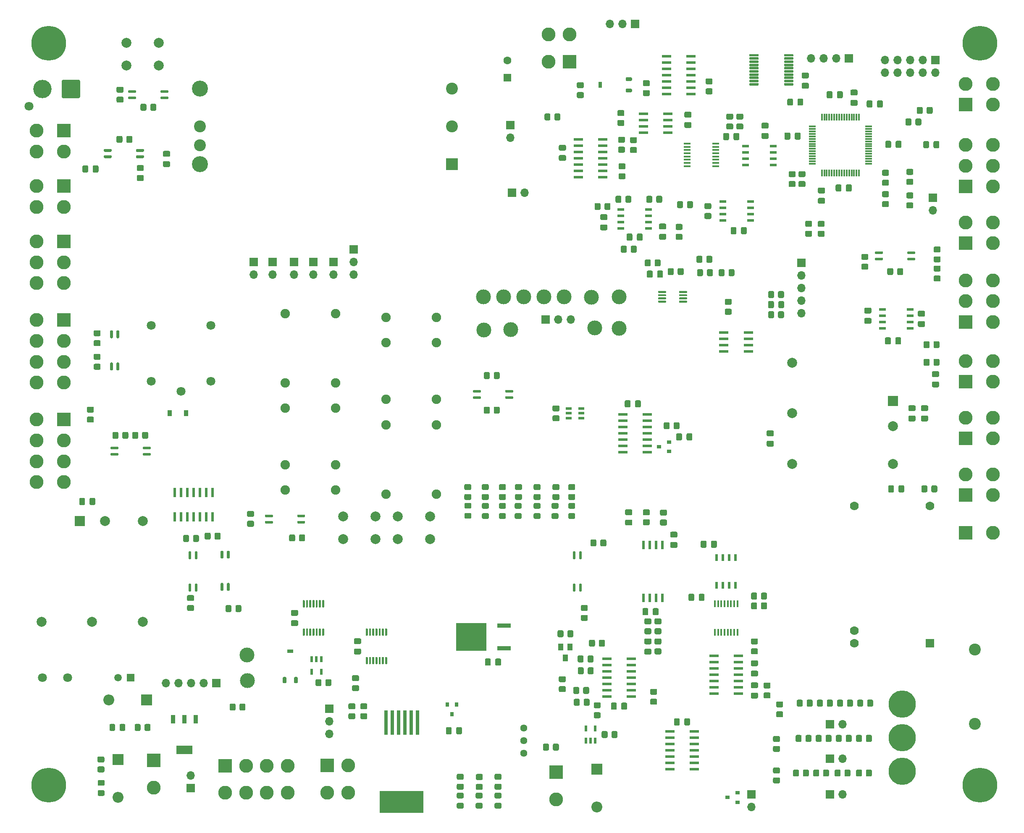
<source format=gbr>
%TF.GenerationSoftware,KiCad,Pcbnew,(5.1.9)-1*%
%TF.CreationDate,2022-03-11T17:21:43-05:00*%
%TF.ProjectId,TSI_Rev.7,5453495f-5265-4762-9e37-2e6b69636164,rev?*%
%TF.SameCoordinates,Original*%
%TF.FileFunction,Soldermask,Top*%
%TF.FilePolarity,Negative*%
%FSLAX46Y46*%
G04 Gerber Fmt 4.6, Leading zero omitted, Abs format (unit mm)*
G04 Created by KiCad (PCBNEW (5.1.9)-1) date 2022-03-11 17:21:43*
%MOMM*%
%LPD*%
G01*
G04 APERTURE LIST*
%ADD10C,2.400000*%
%ADD11C,3.226000*%
%ADD12R,2.400000X2.400000*%
%ADD13C,2.000000*%
%ADD14R,2.000000X2.000000*%
%ADD15O,1.700000X1.700000*%
%ADD16R,1.700000X1.700000*%
%ADD17R,0.760000X5.000000*%
%ADD18R,8.800000X4.500000*%
%ADD19C,2.800000*%
%ADD20R,2.800000X2.800000*%
%ADD21R,0.762000X1.270000*%
%ADD22R,1.270000X0.762000*%
%ADD23R,0.410000X1.470000*%
%ADD24R,6.090000X5.630000*%
%ADD25R,2.830000X0.970000*%
%ADD26C,1.778000*%
%ADD27R,1.778000X1.778000*%
%ADD28C,3.000000*%
%ADD29R,0.900000X1.200000*%
%ADD30R,2.200000X2.200000*%
%ADD31O,2.200000X2.200000*%
%ADD32R,0.590000X1.210000*%
%ADD33C,5.500000*%
%ADD34C,1.808000*%
%ADD35R,1.000000X1.400000*%
%ADD36R,0.900000X0.800000*%
%ADD37R,1.422400X0.533400*%
%ADD38R,0.590000X1.800000*%
%ADD39R,0.533400X1.422400*%
%ADD40R,1.900000X0.600000*%
%ADD41C,7.000000*%
%ADD42R,0.800000X0.900000*%
%ADD43C,1.905000*%
%ADD44C,1.600000*%
%ADD45R,1.600000X1.600000*%
%ADD46C,1.508000*%
%ADD47R,1.508000X1.508000*%
%ADD48C,1.800000*%
%ADD49C,1.440000*%
%ADD50R,3.190000X1.760000*%
%ADD51R,0.940000X1.760000*%
%ADD52R,1.470000X0.410000*%
%ADD53C,3.700000*%
%ADD54R,1.210000X0.580000*%
%ADD55R,1.981200X0.533400*%
%ADD56R,0.600000X1.900000*%
%ADD57R,1.470000X0.300000*%
%ADD58R,0.300000X1.470000*%
G04 APERTURE END LIST*
D10*
%TO.C,PS2*%
X189230000Y-69748400D03*
D11*
X138430000Y-69748400D03*
D10*
X189230000Y-77368400D03*
D12*
X189230000Y-84988400D03*
D11*
X138430000Y-84988400D03*
D10*
X138430000Y-77368400D03*
X138430000Y-81178400D03*
%TD*%
%TO.C,U30*%
G36*
G01*
X130466000Y-70495500D02*
X130466000Y-70220500D01*
G75*
G02*
X130603500Y-70083000I137500J0D01*
G01*
X131928500Y-70083000D01*
G75*
G02*
X132066000Y-70220500I0J-137500D01*
G01*
X132066000Y-70495500D01*
G75*
G02*
X131928500Y-70633000I-137500J0D01*
G01*
X130603500Y-70633000D01*
G75*
G02*
X130466000Y-70495500I0J137500D01*
G01*
G37*
G36*
G01*
X130466000Y-71765500D02*
X130466000Y-71490500D01*
G75*
G02*
X130603500Y-71353000I137500J0D01*
G01*
X131928500Y-71353000D01*
G75*
G02*
X132066000Y-71490500I0J-137500D01*
G01*
X132066000Y-71765500D01*
G75*
G02*
X131928500Y-71903000I-137500J0D01*
G01*
X130603500Y-71903000D01*
G75*
G02*
X130466000Y-71765500I0J137500D01*
G01*
G37*
G36*
G01*
X123966000Y-71765500D02*
X123966000Y-71490500D01*
G75*
G02*
X124103500Y-71353000I137500J0D01*
G01*
X125428500Y-71353000D01*
G75*
G02*
X125566000Y-71490500I0J-137500D01*
G01*
X125566000Y-71765500D01*
G75*
G02*
X125428500Y-71903000I-137500J0D01*
G01*
X124103500Y-71903000D01*
G75*
G02*
X123966000Y-71765500I0J137500D01*
G01*
G37*
G36*
G01*
X123966000Y-70495500D02*
X123966000Y-70220500D01*
G75*
G02*
X124103500Y-70083000I137500J0D01*
G01*
X125428500Y-70083000D01*
G75*
G02*
X125566000Y-70220500I0J-137500D01*
G01*
X125566000Y-70495500D01*
G75*
G02*
X125428500Y-70633000I-137500J0D01*
G01*
X124103500Y-70633000D01*
G75*
G02*
X123966000Y-70495500I0J137500D01*
G01*
G37*
%TD*%
D13*
%TO.C,PS1*%
X126888000Y-157007000D03*
X126888000Y-177307000D03*
X116688000Y-177307000D03*
X106488000Y-177307000D03*
X119288000Y-157007000D03*
D14*
X114188000Y-157007000D03*
%TD*%
D15*
%TO.C,JP12*%
X157353000Y-107315000D03*
D16*
X157353000Y-104775000D03*
%TD*%
D17*
%TO.C,J6*%
X180975000Y-197586000D03*
D18*
X179070000Y-213636000D03*
D17*
X179705000Y-197586000D03*
X178435000Y-197586000D03*
X177165000Y-197586000D03*
X175895000Y-197586000D03*
X182245000Y-197586000D03*
%TD*%
D19*
%TO.C,J20*%
X298235000Y-108440000D03*
X298235000Y-112640000D03*
X298235000Y-116840000D03*
X292735000Y-108440000D03*
X292735000Y-112640000D03*
D20*
X292735000Y-116840000D03*
%TD*%
%TO.C,RV2*%
G36*
G01*
X224231200Y-68072000D02*
X224231200Y-67665600D01*
G75*
G02*
X224434400Y-67462400I203200J0D01*
G01*
X225298000Y-67462400D01*
G75*
G02*
X225501200Y-67665600I0J-203200D01*
G01*
X225501200Y-68072000D01*
G75*
G02*
X225298000Y-68275200I-203200J0D01*
G01*
X224434400Y-68275200D01*
G75*
G02*
X224231200Y-68072000I0J203200D01*
G01*
G37*
G36*
G01*
X224231200Y-70358000D02*
X224231200Y-69951600D01*
G75*
G02*
X224434400Y-69748400I203200J0D01*
G01*
X225298000Y-69748400D01*
G75*
G02*
X225501200Y-69951600I0J-203200D01*
G01*
X225501200Y-70358000D01*
G75*
G02*
X225298000Y-70561200I-203200J0D01*
G01*
X224434400Y-70561200D01*
G75*
G02*
X224231200Y-70358000I0J203200D01*
G01*
G37*
D21*
X219075000Y-69011800D03*
%TD*%
D22*
%TO.C,RV3*%
X156616600Y-183260600D03*
G36*
G01*
X155270400Y-188416800D02*
X155676800Y-188416800D01*
G75*
G02*
X155880000Y-188620000I0J-203200D01*
G01*
X155880000Y-189483600D01*
G75*
G02*
X155676800Y-189686800I-203200J0D01*
G01*
X155270400Y-189686800D01*
G75*
G02*
X155067200Y-189483600I0J203200D01*
G01*
X155067200Y-188620000D01*
G75*
G02*
X155270400Y-188416800I203200J0D01*
G01*
G37*
G36*
G01*
X157556400Y-188416800D02*
X157962800Y-188416800D01*
G75*
G02*
X158166000Y-188620000I0J-203200D01*
G01*
X158166000Y-189483600D01*
G75*
G02*
X157962800Y-189686800I-203200J0D01*
G01*
X157556400Y-189686800D01*
G75*
G02*
X157353200Y-189483600I0J203200D01*
G01*
X157353200Y-188620000D01*
G75*
G02*
X157556400Y-188416800I203200J0D01*
G01*
G37*
%TD*%
D14*
%TO.C,U38*%
X278120000Y-132755000D03*
D13*
X278120000Y-137855000D03*
X257820000Y-125055000D03*
X257820000Y-135255000D03*
X257820000Y-145455000D03*
X278120000Y-145455000D03*
%TD*%
D20*
%TO.C,J11*%
X292735000Y-140335000D03*
D19*
X292735000Y-136135000D03*
X298235000Y-140335000D03*
X298235000Y-136135000D03*
%TD*%
D23*
%TO.C,U25*%
X242200000Y-173660000D03*
X242850000Y-173660000D03*
X243500000Y-173660000D03*
X244150000Y-173660000D03*
X244800000Y-173660000D03*
X245450000Y-173660000D03*
X246100000Y-173660000D03*
X246750000Y-173660000D03*
X246750000Y-179400000D03*
X246100000Y-179400000D03*
X245450000Y-179400000D03*
X244800000Y-179400000D03*
X244150000Y-179400000D03*
X243500000Y-179400000D03*
X242850000Y-179400000D03*
X242200000Y-179400000D03*
%TD*%
D16*
%TO.C,JP3*%
X286156400Y-91744800D03*
D15*
X286156400Y-94284800D03*
%TD*%
D24*
%TO.C,U10*%
X193070000Y-180340000D03*
D25*
X199720000Y-178050000D03*
X199720000Y-182630000D03*
%TD*%
D26*
%TO.C,U1*%
X285598000Y-153949000D03*
X270358000Y-153949000D03*
X270358000Y-179095000D03*
X270358000Y-181635000D03*
D27*
X285598000Y-181635000D03*
%TD*%
D28*
%TO.C,TP11*%
X217322400Y-111810800D03*
%TD*%
%TO.C,TP10*%
X195681600Y-118414800D03*
%TD*%
D10*
%TO.C,C14*%
X294640000Y-182880000D03*
X294640000Y-197880000D03*
%TD*%
D29*
%TO.C,D3*%
X135635000Y-135255000D03*
X132335000Y-135255000D03*
%TD*%
%TO.C,D7*%
G36*
G01*
X120168000Y-199053001D02*
X120168000Y-198152999D01*
G75*
G02*
X120417999Y-197903000I249999J0D01*
G01*
X121068001Y-197903000D01*
G75*
G02*
X121318000Y-198152999I0J-249999D01*
G01*
X121318000Y-199053001D01*
G75*
G02*
X121068001Y-199303000I-249999J0D01*
G01*
X120417999Y-199303000D01*
G75*
G02*
X120168000Y-199053001I0J249999D01*
G01*
G37*
G36*
G01*
X122218000Y-199053001D02*
X122218000Y-198152999D01*
G75*
G02*
X122467999Y-197903000I249999J0D01*
G01*
X123118001Y-197903000D01*
G75*
G02*
X123368000Y-198152999I0J-249999D01*
G01*
X123368000Y-199053001D01*
G75*
G02*
X123118001Y-199303000I-249999J0D01*
G01*
X122467999Y-199303000D01*
G75*
G02*
X122218000Y-199053001I0J249999D01*
G01*
G37*
%TD*%
D30*
%TO.C,D8*%
X127635000Y-193040000D03*
D31*
X120015000Y-193040000D03*
%TD*%
%TO.C,D14*%
G36*
G01*
X199840001Y-156540000D02*
X198939999Y-156540000D01*
G75*
G02*
X198690000Y-156290001I0J249999D01*
G01*
X198690000Y-155639999D01*
G75*
G02*
X198939999Y-155390000I249999J0D01*
G01*
X199840001Y-155390000D01*
G75*
G02*
X200090000Y-155639999I0J-249999D01*
G01*
X200090000Y-156290001D01*
G75*
G02*
X199840001Y-156540000I-249999J0D01*
G01*
G37*
G36*
G01*
X199840001Y-154490000D02*
X198939999Y-154490000D01*
G75*
G02*
X198690000Y-154240001I0J249999D01*
G01*
X198690000Y-153589999D01*
G75*
G02*
X198939999Y-153340000I249999J0D01*
G01*
X199840001Y-153340000D01*
G75*
G02*
X200090000Y-153589999I0J-249999D01*
G01*
X200090000Y-154240001D01*
G75*
G02*
X199840001Y-154490000I-249999J0D01*
G01*
G37*
%TD*%
D30*
%TO.C,D12*%
X218440000Y-207010000D03*
D31*
X218440000Y-214630000D03*
%TD*%
%TO.C,D13*%
X121920000Y-212725000D03*
D30*
X121920000Y-205105000D03*
%TD*%
D32*
%TO.C,IC1*%
X162849600Y-184876200D03*
X161899600Y-184876200D03*
X160949600Y-184876200D03*
X160949600Y-187386200D03*
X162849600Y-187386200D03*
%TD*%
D33*
%TO.C,J1*%
X280010000Y-207430000D03*
X280010000Y-200660000D03*
X280010000Y-193890000D03*
%TD*%
D19*
%TO.C,J7*%
X105447000Y-149125000D03*
X105447000Y-144925000D03*
X105447000Y-140725000D03*
X105447000Y-136525000D03*
X110947000Y-149125000D03*
X110947000Y-144925000D03*
X110947000Y-140725000D03*
D20*
X110947000Y-136525000D03*
%TD*%
D19*
%TO.C,J9*%
X298235000Y-96765000D03*
X298235000Y-100965000D03*
X292735000Y-96765000D03*
D20*
X292735000Y-100965000D03*
%TD*%
%TO.C,J12*%
X110947000Y-116459000D03*
D19*
X110947000Y-120659000D03*
X110947000Y-124859000D03*
X110947000Y-129059000D03*
X105447000Y-116459000D03*
X105447000Y-120659000D03*
X105447000Y-124859000D03*
X105447000Y-129059000D03*
%TD*%
%TO.C,J13*%
X298235000Y-68825000D03*
X298235000Y-73025000D03*
X292735000Y-68825000D03*
D20*
X292735000Y-73025000D03*
%TD*%
%TO.C,J14*%
X292735000Y-128905000D03*
D19*
X292735000Y-124705000D03*
X298235000Y-128905000D03*
X298235000Y-124705000D03*
%TD*%
D20*
%TO.C,J16*%
X292735000Y-159385000D03*
D19*
X298235000Y-159385000D03*
%TD*%
D20*
%TO.C,J17*%
X110947000Y-100584000D03*
D19*
X110947000Y-104784000D03*
X110947000Y-108984000D03*
X105447000Y-100584000D03*
X105447000Y-104784000D03*
X105447000Y-108984000D03*
%TD*%
%TO.C,J18*%
X105447000Y-93608000D03*
X105447000Y-89408000D03*
X110947000Y-93608000D03*
D20*
X110947000Y-89408000D03*
%TD*%
%TO.C,J19*%
X110947000Y-78232000D03*
D19*
X110947000Y-82432000D03*
X105447000Y-78232000D03*
X105447000Y-82432000D03*
%TD*%
D20*
%TO.C,J5*%
X210185000Y-207645000D03*
D19*
X210185000Y-213145000D03*
%TD*%
D15*
%TO.C,JP4*%
X249555000Y-214630000D03*
D16*
X249555000Y-212090000D03*
%TD*%
%TO.C,JP5*%
X136525000Y-210820000D03*
D15*
X136525000Y-208280000D03*
%TD*%
D34*
%TO.C,K2*%
X134620000Y-130799998D03*
X140619999Y-128799996D03*
X140619999Y-117500001D03*
X128620001Y-117500001D03*
X128620001Y-128799996D03*
%TD*%
D35*
%TO.C,Q1*%
X212090000Y-184615000D03*
X211140000Y-182415000D03*
X213040000Y-182415000D03*
%TD*%
D36*
%TO.C,Q2*%
X230956000Y-142009000D03*
X232956000Y-141059000D03*
X232956000Y-142959000D03*
%TD*%
%TO.C,Q3*%
X244745000Y-212725000D03*
X246745000Y-211775000D03*
X246745000Y-213675000D03*
%TD*%
D28*
%TO.C,TP1*%
X211836000Y-111760000D03*
%TD*%
%TO.C,TP3*%
X199644000Y-111760000D03*
%TD*%
%TO.C,TP9*%
X203708000Y-111760000D03*
%TD*%
%TO.C,TP7*%
X222885000Y-118110000D03*
%TD*%
%TO.C,TP8*%
X147980400Y-189128400D03*
%TD*%
%TO.C,TP2*%
X207772000Y-111760000D03*
%TD*%
D37*
%TO.C,U3*%
X243797000Y-96367000D03*
X243797000Y-95097000D03*
X243797000Y-93827000D03*
X243797000Y-92557000D03*
X249385000Y-92557000D03*
X249385000Y-93827000D03*
X249385000Y-95097000D03*
X249385000Y-96367000D03*
%TD*%
D38*
%TO.C,U4*%
X231623000Y-172487000D03*
X230353000Y-172487000D03*
X229083000Y-172487000D03*
X227813000Y-172487000D03*
X227813000Y-161827000D03*
X229083000Y-161827000D03*
X230353000Y-161827000D03*
X231623000Y-161827000D03*
%TD*%
D39*
%TO.C,U5*%
X242545000Y-164363000D03*
X243815000Y-164363000D03*
X245085000Y-164363000D03*
X246355000Y-164363000D03*
X246355000Y-169951000D03*
X245085000Y-169951000D03*
X243815000Y-169951000D03*
X242545000Y-169951000D03*
%TD*%
D37*
%TO.C,U6*%
X223228000Y-94122200D03*
X223228000Y-95392200D03*
X223228000Y-96662200D03*
X223228000Y-97932200D03*
X228816000Y-97932200D03*
X228816000Y-96662200D03*
X228816000Y-95392200D03*
X228816000Y-94122200D03*
%TD*%
D40*
%TO.C,U8*%
X232444200Y-63271400D03*
X232444200Y-64541400D03*
X232444200Y-65811400D03*
X232444200Y-67081400D03*
X232444200Y-68351400D03*
X232444200Y-69621400D03*
X232444200Y-70891400D03*
X237354200Y-70891400D03*
X237354200Y-69621400D03*
X237354200Y-68351400D03*
X237354200Y-67081400D03*
X237354200Y-65811400D03*
X237354200Y-64541400D03*
X237354200Y-63271400D03*
%TD*%
%TO.C,U11*%
G36*
G01*
X274511800Y-103007500D02*
X274511800Y-102732500D01*
G75*
G02*
X274649300Y-102595000I137500J0D01*
G01*
X275974300Y-102595000D01*
G75*
G02*
X276111800Y-102732500I0J-137500D01*
G01*
X276111800Y-103007500D01*
G75*
G02*
X275974300Y-103145000I-137500J0D01*
G01*
X274649300Y-103145000D01*
G75*
G02*
X274511800Y-103007500I0J137500D01*
G01*
G37*
G36*
G01*
X274511800Y-104277500D02*
X274511800Y-104002500D01*
G75*
G02*
X274649300Y-103865000I137500J0D01*
G01*
X275974300Y-103865000D01*
G75*
G02*
X276111800Y-104002500I0J-137500D01*
G01*
X276111800Y-104277500D01*
G75*
G02*
X275974300Y-104415000I-137500J0D01*
G01*
X274649300Y-104415000D01*
G75*
G02*
X274511800Y-104277500I0J137500D01*
G01*
G37*
G36*
G01*
X281011800Y-104277500D02*
X281011800Y-104002500D01*
G75*
G02*
X281149300Y-103865000I137500J0D01*
G01*
X282474300Y-103865000D01*
G75*
G02*
X282611800Y-104002500I0J-137500D01*
G01*
X282611800Y-104277500D01*
G75*
G02*
X282474300Y-104415000I-137500J0D01*
G01*
X281149300Y-104415000D01*
G75*
G02*
X281011800Y-104277500I0J137500D01*
G01*
G37*
G36*
G01*
X281011800Y-103007500D02*
X281011800Y-102732500D01*
G75*
G02*
X281149300Y-102595000I137500J0D01*
G01*
X282474300Y-102595000D01*
G75*
G02*
X282611800Y-102732500I0J-137500D01*
G01*
X282611800Y-103007500D01*
G75*
G02*
X282474300Y-103145000I-137500J0D01*
G01*
X281149300Y-103145000D01*
G75*
G02*
X281011800Y-103007500I0J137500D01*
G01*
G37*
%TD*%
%TO.C,U13*%
G36*
G01*
X120626000Y-83377700D02*
X120626000Y-83652700D01*
G75*
G02*
X120488500Y-83790200I-137500J0D01*
G01*
X119163500Y-83790200D01*
G75*
G02*
X119026000Y-83652700I0J137500D01*
G01*
X119026000Y-83377700D01*
G75*
G02*
X119163500Y-83240200I137500J0D01*
G01*
X120488500Y-83240200D01*
G75*
G02*
X120626000Y-83377700I0J-137500D01*
G01*
G37*
G36*
G01*
X120626000Y-82107700D02*
X120626000Y-82382700D01*
G75*
G02*
X120488500Y-82520200I-137500J0D01*
G01*
X119163500Y-82520200D01*
G75*
G02*
X119026000Y-82382700I0J137500D01*
G01*
X119026000Y-82107700D01*
G75*
G02*
X119163500Y-81970200I137500J0D01*
G01*
X120488500Y-81970200D01*
G75*
G02*
X120626000Y-82107700I0J-137500D01*
G01*
G37*
G36*
G01*
X127126000Y-82107700D02*
X127126000Y-82382700D01*
G75*
G02*
X126988500Y-82520200I-137500J0D01*
G01*
X125663500Y-82520200D01*
G75*
G02*
X125526000Y-82382700I0J137500D01*
G01*
X125526000Y-82107700D01*
G75*
G02*
X125663500Y-81970200I137500J0D01*
G01*
X126988500Y-81970200D01*
G75*
G02*
X127126000Y-82107700I0J-137500D01*
G01*
G37*
G36*
G01*
X127126000Y-83377700D02*
X127126000Y-83652700D01*
G75*
G02*
X126988500Y-83790200I-137500J0D01*
G01*
X125663500Y-83790200D01*
G75*
G02*
X125526000Y-83652700I0J137500D01*
G01*
X125526000Y-83377700D01*
G75*
G02*
X125663500Y-83240200I137500J0D01*
G01*
X126988500Y-83240200D01*
G75*
G02*
X127126000Y-83377700I0J-137500D01*
G01*
G37*
%TD*%
D41*
%TO.C,U14*%
X107915000Y-210207000D03*
%TD*%
%TO.C,U15*%
X107915000Y-60607000D03*
%TD*%
%TO.C,U17*%
X295615000Y-60607000D03*
%TD*%
%TO.C,U24*%
G36*
G01*
X159612000Y-157075500D02*
X159612000Y-157350500D01*
G75*
G02*
X159474500Y-157488000I-137500J0D01*
G01*
X158149500Y-157488000D01*
G75*
G02*
X158012000Y-157350500I0J137500D01*
G01*
X158012000Y-157075500D01*
G75*
G02*
X158149500Y-156938000I137500J0D01*
G01*
X159474500Y-156938000D01*
G75*
G02*
X159612000Y-157075500I0J-137500D01*
G01*
G37*
G36*
G01*
X159612000Y-155805500D02*
X159612000Y-156080500D01*
G75*
G02*
X159474500Y-156218000I-137500J0D01*
G01*
X158149500Y-156218000D01*
G75*
G02*
X158012000Y-156080500I0J137500D01*
G01*
X158012000Y-155805500D01*
G75*
G02*
X158149500Y-155668000I137500J0D01*
G01*
X159474500Y-155668000D01*
G75*
G02*
X159612000Y-155805500I0J-137500D01*
G01*
G37*
G36*
G01*
X153112000Y-155805500D02*
X153112000Y-156080500D01*
G75*
G02*
X152974500Y-156218000I-137500J0D01*
G01*
X151649500Y-156218000D01*
G75*
G02*
X151512000Y-156080500I0J137500D01*
G01*
X151512000Y-155805500D01*
G75*
G02*
X151649500Y-155668000I137500J0D01*
G01*
X152974500Y-155668000D01*
G75*
G02*
X153112000Y-155805500I0J-137500D01*
G01*
G37*
G36*
G01*
X153112000Y-157075500D02*
X153112000Y-157350500D01*
G75*
G02*
X152974500Y-157488000I-137500J0D01*
G01*
X151649500Y-157488000D01*
G75*
G02*
X151512000Y-157350500I0J137500D01*
G01*
X151512000Y-157075500D01*
G75*
G02*
X151649500Y-156938000I137500J0D01*
G01*
X152974500Y-156938000D01*
G75*
G02*
X153112000Y-157075500I0J-137500D01*
G01*
G37*
%TD*%
%TO.C,U2*%
X295615000Y-210207000D03*
%TD*%
%TO.C,U34*%
G36*
G01*
X214975500Y-163107000D02*
X215250500Y-163107000D01*
G75*
G02*
X215388000Y-163244500I0J-137500D01*
G01*
X215388000Y-164569500D01*
G75*
G02*
X215250500Y-164707000I-137500J0D01*
G01*
X214975500Y-164707000D01*
G75*
G02*
X214838000Y-164569500I0J137500D01*
G01*
X214838000Y-163244500D01*
G75*
G02*
X214975500Y-163107000I137500J0D01*
G01*
G37*
G36*
G01*
X213705500Y-163107000D02*
X213980500Y-163107000D01*
G75*
G02*
X214118000Y-163244500I0J-137500D01*
G01*
X214118000Y-164569500D01*
G75*
G02*
X213980500Y-164707000I-137500J0D01*
G01*
X213705500Y-164707000D01*
G75*
G02*
X213568000Y-164569500I0J137500D01*
G01*
X213568000Y-163244500D01*
G75*
G02*
X213705500Y-163107000I137500J0D01*
G01*
G37*
G36*
G01*
X213705500Y-169607000D02*
X213980500Y-169607000D01*
G75*
G02*
X214118000Y-169744500I0J-137500D01*
G01*
X214118000Y-171069500D01*
G75*
G02*
X213980500Y-171207000I-137500J0D01*
G01*
X213705500Y-171207000D01*
G75*
G02*
X213568000Y-171069500I0J137500D01*
G01*
X213568000Y-169744500D01*
G75*
G02*
X213705500Y-169607000I137500J0D01*
G01*
G37*
G36*
G01*
X214975500Y-169607000D02*
X215250500Y-169607000D01*
G75*
G02*
X215388000Y-169744500I0J-137500D01*
G01*
X215388000Y-171069500D01*
G75*
G02*
X215250500Y-171207000I-137500J0D01*
G01*
X214975500Y-171207000D01*
G75*
G02*
X214838000Y-171069500I0J137500D01*
G01*
X214838000Y-169744500D01*
G75*
G02*
X214975500Y-169607000I137500J0D01*
G01*
G37*
%TD*%
%TO.C,U37*%
G36*
G01*
X137505500Y-163107000D02*
X137780500Y-163107000D01*
G75*
G02*
X137918000Y-163244500I0J-137500D01*
G01*
X137918000Y-164569500D01*
G75*
G02*
X137780500Y-164707000I-137500J0D01*
G01*
X137505500Y-164707000D01*
G75*
G02*
X137368000Y-164569500I0J137500D01*
G01*
X137368000Y-163244500D01*
G75*
G02*
X137505500Y-163107000I137500J0D01*
G01*
G37*
G36*
G01*
X136235500Y-163107000D02*
X136510500Y-163107000D01*
G75*
G02*
X136648000Y-163244500I0J-137500D01*
G01*
X136648000Y-164569500D01*
G75*
G02*
X136510500Y-164707000I-137500J0D01*
G01*
X136235500Y-164707000D01*
G75*
G02*
X136098000Y-164569500I0J137500D01*
G01*
X136098000Y-163244500D01*
G75*
G02*
X136235500Y-163107000I137500J0D01*
G01*
G37*
G36*
G01*
X136235500Y-169607000D02*
X136510500Y-169607000D01*
G75*
G02*
X136648000Y-169744500I0J-137500D01*
G01*
X136648000Y-171069500D01*
G75*
G02*
X136510500Y-171207000I-137500J0D01*
G01*
X136235500Y-171207000D01*
G75*
G02*
X136098000Y-171069500I0J137500D01*
G01*
X136098000Y-169744500D01*
G75*
G02*
X136235500Y-169607000I137500J0D01*
G01*
G37*
G36*
G01*
X137505500Y-169607000D02*
X137780500Y-169607000D01*
G75*
G02*
X137918000Y-169744500I0J-137500D01*
G01*
X137918000Y-171069500D01*
G75*
G02*
X137780500Y-171207000I-137500J0D01*
G01*
X137505500Y-171207000D01*
G75*
G02*
X137368000Y-171069500I0J137500D01*
G01*
X137368000Y-169744500D01*
G75*
G02*
X137505500Y-169607000I137500J0D01*
G01*
G37*
%TD*%
D37*
%TO.C,U36*%
X281559000Y-118110000D03*
X281559000Y-116840000D03*
X281559000Y-115570000D03*
X281559000Y-114300000D03*
X275971000Y-114300000D03*
X275971000Y-115570000D03*
X275971000Y-116840000D03*
X275971000Y-118110000D03*
%TD*%
%TO.C,U32*%
G36*
G01*
X120410000Y-142377500D02*
X120410000Y-142102500D01*
G75*
G02*
X120547500Y-141965000I137500J0D01*
G01*
X121872500Y-141965000D01*
G75*
G02*
X122010000Y-142102500I0J-137500D01*
G01*
X122010000Y-142377500D01*
G75*
G02*
X121872500Y-142515000I-137500J0D01*
G01*
X120547500Y-142515000D01*
G75*
G02*
X120410000Y-142377500I0J137500D01*
G01*
G37*
G36*
G01*
X120410000Y-143647500D02*
X120410000Y-143372500D01*
G75*
G02*
X120547500Y-143235000I137500J0D01*
G01*
X121872500Y-143235000D01*
G75*
G02*
X122010000Y-143372500I0J-137500D01*
G01*
X122010000Y-143647500D01*
G75*
G02*
X121872500Y-143785000I-137500J0D01*
G01*
X120547500Y-143785000D01*
G75*
G02*
X120410000Y-143647500I0J137500D01*
G01*
G37*
G36*
G01*
X126910000Y-143647500D02*
X126910000Y-143372500D01*
G75*
G02*
X127047500Y-143235000I137500J0D01*
G01*
X128372500Y-143235000D01*
G75*
G02*
X128510000Y-143372500I0J-137500D01*
G01*
X128510000Y-143647500D01*
G75*
G02*
X128372500Y-143785000I-137500J0D01*
G01*
X127047500Y-143785000D01*
G75*
G02*
X126910000Y-143647500I0J137500D01*
G01*
G37*
G36*
G01*
X126910000Y-142377500D02*
X126910000Y-142102500D01*
G75*
G02*
X127047500Y-141965000I137500J0D01*
G01*
X128372500Y-141965000D01*
G75*
G02*
X128510000Y-142102500I0J-137500D01*
G01*
X128510000Y-142377500D01*
G75*
G02*
X128372500Y-142515000I-137500J0D01*
G01*
X127047500Y-142515000D01*
G75*
G02*
X126910000Y-142377500I0J137500D01*
G01*
G37*
%TD*%
D42*
%TO.C,U12*%
X190180000Y-193945000D03*
X188280000Y-193945000D03*
X189230000Y-195945000D03*
%TD*%
%TO.C,U20*%
G36*
G01*
X199935000Y-130947500D02*
X199935000Y-130672500D01*
G75*
G02*
X200072500Y-130535000I137500J0D01*
G01*
X201397500Y-130535000D01*
G75*
G02*
X201535000Y-130672500I0J-137500D01*
G01*
X201535000Y-130947500D01*
G75*
G02*
X201397500Y-131085000I-137500J0D01*
G01*
X200072500Y-131085000D01*
G75*
G02*
X199935000Y-130947500I0J137500D01*
G01*
G37*
G36*
G01*
X199935000Y-132217500D02*
X199935000Y-131942500D01*
G75*
G02*
X200072500Y-131805000I137500J0D01*
G01*
X201397500Y-131805000D01*
G75*
G02*
X201535000Y-131942500I0J-137500D01*
G01*
X201535000Y-132217500D01*
G75*
G02*
X201397500Y-132355000I-137500J0D01*
G01*
X200072500Y-132355000D01*
G75*
G02*
X199935000Y-132217500I0J137500D01*
G01*
G37*
G36*
G01*
X193435000Y-132217500D02*
X193435000Y-131942500D01*
G75*
G02*
X193572500Y-131805000I137500J0D01*
G01*
X194897500Y-131805000D01*
G75*
G02*
X195035000Y-131942500I0J-137500D01*
G01*
X195035000Y-132217500D01*
G75*
G02*
X194897500Y-132355000I-137500J0D01*
G01*
X193572500Y-132355000D01*
G75*
G02*
X193435000Y-132217500I0J137500D01*
G01*
G37*
G36*
G01*
X193435000Y-130947500D02*
X193435000Y-130672500D01*
G75*
G02*
X193572500Y-130535000I137500J0D01*
G01*
X194897500Y-130535000D01*
G75*
G02*
X195035000Y-130672500I0J-137500D01*
G01*
X195035000Y-130947500D01*
G75*
G02*
X194897500Y-131085000I-137500J0D01*
G01*
X193572500Y-131085000D01*
G75*
G02*
X193435000Y-130947500I0J137500D01*
G01*
G37*
%TD*%
D28*
%TO.C,TP13*%
X222885000Y-111760000D03*
%TD*%
D43*
%TO.C,K3*%
X165735000Y-115176300D03*
X165735000Y-129146300D03*
X165735000Y-134239000D03*
X165735000Y-145669000D03*
X165735000Y-150749000D03*
X155575000Y-150749000D03*
X155575000Y-145669000D03*
X155575000Y-134239000D03*
X155575000Y-129146300D03*
X155575000Y-115176300D03*
%TD*%
%TO.C,K4*%
X186055000Y-151523700D03*
X186055000Y-137553700D03*
X186055000Y-132461000D03*
X186055000Y-121031000D03*
X186055000Y-115951000D03*
X175895000Y-115951000D03*
X175895000Y-121031000D03*
X175895000Y-132461000D03*
X175895000Y-137553700D03*
X175895000Y-151523700D03*
%TD*%
D19*
%TO.C,J8*%
X298235000Y-81135000D03*
X298235000Y-85335000D03*
X298235000Y-89535000D03*
X292735000Y-81135000D03*
X292735000Y-85335000D03*
D20*
X292735000Y-89535000D03*
%TD*%
D19*
%TO.C,J2*%
X156110000Y-211799000D03*
X151910000Y-211799000D03*
X147710000Y-211799000D03*
X143510000Y-211799000D03*
X156110000Y-206299000D03*
X151910000Y-206299000D03*
X147710000Y-206299000D03*
D20*
X143510000Y-206299000D03*
%TD*%
D19*
%TO.C,J4*%
X129134000Y-210757000D03*
D20*
X129134000Y-205257000D03*
%TD*%
%TO.C,J21*%
X292735000Y-151765000D03*
D19*
X292735000Y-147565000D03*
X298235000Y-151765000D03*
X298235000Y-147565000D03*
%TD*%
D28*
%TO.C,TP15*%
X201066400Y-118364000D03*
%TD*%
%TO.C,TP16*%
X195580000Y-111760000D03*
%TD*%
D44*
%TO.C,C13*%
X200406000Y-64064000D03*
D45*
X200406000Y-67564000D03*
%TD*%
%TO.C,D1*%
G36*
G01*
X203015001Y-154490000D02*
X202114999Y-154490000D01*
G75*
G02*
X201865000Y-154240001I0J249999D01*
G01*
X201865000Y-153589999D01*
G75*
G02*
X202114999Y-153340000I249999J0D01*
G01*
X203015001Y-153340000D01*
G75*
G02*
X203265000Y-153589999I0J-249999D01*
G01*
X203265000Y-154240001D01*
G75*
G02*
X203015001Y-154490000I-249999J0D01*
G01*
G37*
G36*
G01*
X203015001Y-156540000D02*
X202114999Y-156540000D01*
G75*
G02*
X201865000Y-156290001I0J249999D01*
G01*
X201865000Y-155639999D01*
G75*
G02*
X202114999Y-155390000I249999J0D01*
G01*
X203015001Y-155390000D01*
G75*
G02*
X203265000Y-155639999I0J-249999D01*
G01*
X203265000Y-156290001D01*
G75*
G02*
X203015001Y-156540000I-249999J0D01*
G01*
G37*
%TD*%
%TO.C,D4*%
G36*
G01*
X192874001Y-156501000D02*
X191973999Y-156501000D01*
G75*
G02*
X191724000Y-156251001I0J249999D01*
G01*
X191724000Y-155600999D01*
G75*
G02*
X191973999Y-155351000I249999J0D01*
G01*
X192874001Y-155351000D01*
G75*
G02*
X193124000Y-155600999I0J-249999D01*
G01*
X193124000Y-156251001D01*
G75*
G02*
X192874001Y-156501000I-249999J0D01*
G01*
G37*
G36*
G01*
X192874001Y-154451000D02*
X191973999Y-154451000D01*
G75*
G02*
X191724000Y-154201001I0J249999D01*
G01*
X191724000Y-153550999D01*
G75*
G02*
X191973999Y-153301000I249999J0D01*
G01*
X192874001Y-153301000D01*
G75*
G02*
X193124000Y-153550999I0J-249999D01*
G01*
X193124000Y-154201001D01*
G75*
G02*
X192874001Y-154451000I-249999J0D01*
G01*
G37*
%TD*%
D46*
%TO.C,K1*%
X121920000Y-188595000D03*
D47*
X124460000Y-188595000D03*
D48*
X106680000Y-188595000D03*
X111760000Y-188595000D03*
%TD*%
D28*
%TO.C,TP17*%
X217982800Y-118059200D03*
%TD*%
%TO.C,U27*%
G36*
G01*
X143012500Y-164555000D02*
X142737500Y-164555000D01*
G75*
G02*
X142600000Y-164417500I0J137500D01*
G01*
X142600000Y-163092500D01*
G75*
G02*
X142737500Y-162955000I137500J0D01*
G01*
X143012500Y-162955000D01*
G75*
G02*
X143150000Y-163092500I0J-137500D01*
G01*
X143150000Y-164417500D01*
G75*
G02*
X143012500Y-164555000I-137500J0D01*
G01*
G37*
G36*
G01*
X144282500Y-164555000D02*
X144007500Y-164555000D01*
G75*
G02*
X143870000Y-164417500I0J137500D01*
G01*
X143870000Y-163092500D01*
G75*
G02*
X144007500Y-162955000I137500J0D01*
G01*
X144282500Y-162955000D01*
G75*
G02*
X144420000Y-163092500I0J-137500D01*
G01*
X144420000Y-164417500D01*
G75*
G02*
X144282500Y-164555000I-137500J0D01*
G01*
G37*
G36*
G01*
X144282500Y-171055000D02*
X144007500Y-171055000D01*
G75*
G02*
X143870000Y-170917500I0J137500D01*
G01*
X143870000Y-169592500D01*
G75*
G02*
X144007500Y-169455000I137500J0D01*
G01*
X144282500Y-169455000D01*
G75*
G02*
X144420000Y-169592500I0J-137500D01*
G01*
X144420000Y-170917500D01*
G75*
G02*
X144282500Y-171055000I-137500J0D01*
G01*
G37*
G36*
G01*
X143012500Y-171055000D02*
X142737500Y-171055000D01*
G75*
G02*
X142600000Y-170917500I0J137500D01*
G01*
X142600000Y-169592500D01*
G75*
G02*
X142737500Y-169455000I137500J0D01*
G01*
X143012500Y-169455000D01*
G75*
G02*
X143150000Y-169592500I0J-137500D01*
G01*
X143150000Y-170917500D01*
G75*
G02*
X143012500Y-171055000I-137500J0D01*
G01*
G37*
%TD*%
%TO.C,D5*%
G36*
G01*
X210443001Y-154490000D02*
X209542999Y-154490000D01*
G75*
G02*
X209293000Y-154240001I0J249999D01*
G01*
X209293000Y-153589999D01*
G75*
G02*
X209542999Y-153340000I249999J0D01*
G01*
X210443001Y-153340000D01*
G75*
G02*
X210693000Y-153589999I0J-249999D01*
G01*
X210693000Y-154240001D01*
G75*
G02*
X210443001Y-154490000I-249999J0D01*
G01*
G37*
G36*
G01*
X210443001Y-156540000D02*
X209542999Y-156540000D01*
G75*
G02*
X209293000Y-156290001I0J249999D01*
G01*
X209293000Y-155639999D01*
G75*
G02*
X209542999Y-155390000I249999J0D01*
G01*
X210443001Y-155390000D01*
G75*
G02*
X210693000Y-155639999I0J-249999D01*
G01*
X210693000Y-156290001D01*
G75*
G02*
X210443001Y-156540000I-249999J0D01*
G01*
G37*
%TD*%
%TO.C,D9*%
G36*
G01*
X206825001Y-156540000D02*
X205924999Y-156540000D01*
G75*
G02*
X205675000Y-156290001I0J249999D01*
G01*
X205675000Y-155639999D01*
G75*
G02*
X205924999Y-155390000I249999J0D01*
G01*
X206825001Y-155390000D01*
G75*
G02*
X207075000Y-155639999I0J-249999D01*
G01*
X207075000Y-156290001D01*
G75*
G02*
X206825001Y-156540000I-249999J0D01*
G01*
G37*
G36*
G01*
X206825001Y-154490000D02*
X205924999Y-154490000D01*
G75*
G02*
X205675000Y-154240001I0J249999D01*
G01*
X205675000Y-153589999D01*
G75*
G02*
X205924999Y-153340000I249999J0D01*
G01*
X206825001Y-153340000D01*
G75*
G02*
X207075000Y-153589999I0J-249999D01*
G01*
X207075000Y-154240001D01*
G75*
G02*
X206825001Y-154490000I-249999J0D01*
G01*
G37*
%TD*%
%TO.C,D10*%
G36*
G01*
X213810001Y-154490000D02*
X212909999Y-154490000D01*
G75*
G02*
X212660000Y-154240001I0J249999D01*
G01*
X212660000Y-153589999D01*
G75*
G02*
X212909999Y-153340000I249999J0D01*
G01*
X213810001Y-153340000D01*
G75*
G02*
X214060000Y-153589999I0J-249999D01*
G01*
X214060000Y-154240001D01*
G75*
G02*
X213810001Y-154490000I-249999J0D01*
G01*
G37*
G36*
G01*
X213810001Y-156540000D02*
X212909999Y-156540000D01*
G75*
G02*
X212660000Y-156290001I0J249999D01*
G01*
X212660000Y-155639999D01*
G75*
G02*
X212909999Y-155390000I249999J0D01*
G01*
X213810001Y-155390000D01*
G75*
G02*
X214060000Y-155639999I0J-249999D01*
G01*
X214060000Y-156290001D01*
G75*
G02*
X213810001Y-156540000I-249999J0D01*
G01*
G37*
%TD*%
%TO.C,D11*%
G36*
G01*
X196411001Y-154490000D02*
X195510999Y-154490000D01*
G75*
G02*
X195261000Y-154240001I0J249999D01*
G01*
X195261000Y-153589999D01*
G75*
G02*
X195510999Y-153340000I249999J0D01*
G01*
X196411001Y-153340000D01*
G75*
G02*
X196661000Y-153589999I0J-249999D01*
G01*
X196661000Y-154240001D01*
G75*
G02*
X196411001Y-154490000I-249999J0D01*
G01*
G37*
G36*
G01*
X196411001Y-156540000D02*
X195510999Y-156540000D01*
G75*
G02*
X195261000Y-156290001I0J249999D01*
G01*
X195261000Y-155639999D01*
G75*
G02*
X195510999Y-155390000I249999J0D01*
G01*
X196411001Y-155390000D01*
G75*
G02*
X196661000Y-155639999I0J-249999D01*
G01*
X196661000Y-156290001D01*
G75*
G02*
X196411001Y-156540000I-249999J0D01*
G01*
G37*
%TD*%
%TO.C,U28*%
G36*
G01*
X121731500Y-125012000D02*
X122006500Y-125012000D01*
G75*
G02*
X122144000Y-125149500I0J-137500D01*
G01*
X122144000Y-126474500D01*
G75*
G02*
X122006500Y-126612000I-137500J0D01*
G01*
X121731500Y-126612000D01*
G75*
G02*
X121594000Y-126474500I0J137500D01*
G01*
X121594000Y-125149500D01*
G75*
G02*
X121731500Y-125012000I137500J0D01*
G01*
G37*
G36*
G01*
X120461500Y-125012000D02*
X120736500Y-125012000D01*
G75*
G02*
X120874000Y-125149500I0J-137500D01*
G01*
X120874000Y-126474500D01*
G75*
G02*
X120736500Y-126612000I-137500J0D01*
G01*
X120461500Y-126612000D01*
G75*
G02*
X120324000Y-126474500I0J137500D01*
G01*
X120324000Y-125149500D01*
G75*
G02*
X120461500Y-125012000I137500J0D01*
G01*
G37*
G36*
G01*
X120461500Y-118512000D02*
X120736500Y-118512000D01*
G75*
G02*
X120874000Y-118649500I0J-137500D01*
G01*
X120874000Y-119974500D01*
G75*
G02*
X120736500Y-120112000I-137500J0D01*
G01*
X120461500Y-120112000D01*
G75*
G02*
X120324000Y-119974500I0J137500D01*
G01*
X120324000Y-118649500D01*
G75*
G02*
X120461500Y-118512000I137500J0D01*
G01*
G37*
G36*
G01*
X121731500Y-118512000D02*
X122006500Y-118512000D01*
G75*
G02*
X122144000Y-118649500I0J-137500D01*
G01*
X122144000Y-119974500D01*
G75*
G02*
X122006500Y-120112000I-137500J0D01*
G01*
X121731500Y-120112000D01*
G75*
G02*
X121594000Y-119974500I0J137500D01*
G01*
X121594000Y-118649500D01*
G75*
G02*
X121731500Y-118512000I137500J0D01*
G01*
G37*
%TD*%
D16*
%TO.C,JP6*%
X265430000Y-212090000D03*
D15*
X267970000Y-212090000D03*
%TD*%
%TO.C,JP7*%
X267970000Y-204927200D03*
D16*
X265430000Y-204927200D03*
%TD*%
D15*
%TO.C,JP8*%
X267970000Y-197967600D03*
D16*
X265430000Y-197967600D03*
%TD*%
D15*
%TO.C,JP11*%
X153035000Y-107315000D03*
D16*
X153035000Y-104775000D03*
%TD*%
D32*
%TO.C,IC2*%
X216220000Y-201280000D03*
X217170000Y-201280000D03*
X218120000Y-201280000D03*
X218120000Y-198770000D03*
X216220000Y-198770000D03*
%TD*%
D49*
%TO.C,RV1*%
X203708000Y-198755000D03*
X203708000Y-201295000D03*
X203708000Y-203835000D03*
%TD*%
%TO.C,U19*%
G36*
G01*
X172140000Y-180120000D02*
X171940000Y-180120000D01*
G75*
G02*
X171840000Y-180020000I0J100000D01*
G01*
X171840000Y-178745000D01*
G75*
G02*
X171940000Y-178645000I100000J0D01*
G01*
X172140000Y-178645000D01*
G75*
G02*
X172240000Y-178745000I0J-100000D01*
G01*
X172240000Y-180020000D01*
G75*
G02*
X172140000Y-180120000I-100000J0D01*
G01*
G37*
G36*
G01*
X172790000Y-180120000D02*
X172590000Y-180120000D01*
G75*
G02*
X172490000Y-180020000I0J100000D01*
G01*
X172490000Y-178745000D01*
G75*
G02*
X172590000Y-178645000I100000J0D01*
G01*
X172790000Y-178645000D01*
G75*
G02*
X172890000Y-178745000I0J-100000D01*
G01*
X172890000Y-180020000D01*
G75*
G02*
X172790000Y-180120000I-100000J0D01*
G01*
G37*
G36*
G01*
X173440000Y-180120000D02*
X173240000Y-180120000D01*
G75*
G02*
X173140000Y-180020000I0J100000D01*
G01*
X173140000Y-178745000D01*
G75*
G02*
X173240000Y-178645000I100000J0D01*
G01*
X173440000Y-178645000D01*
G75*
G02*
X173540000Y-178745000I0J-100000D01*
G01*
X173540000Y-180020000D01*
G75*
G02*
X173440000Y-180120000I-100000J0D01*
G01*
G37*
G36*
G01*
X174090000Y-180120000D02*
X173890000Y-180120000D01*
G75*
G02*
X173790000Y-180020000I0J100000D01*
G01*
X173790000Y-178745000D01*
G75*
G02*
X173890000Y-178645000I100000J0D01*
G01*
X174090000Y-178645000D01*
G75*
G02*
X174190000Y-178745000I0J-100000D01*
G01*
X174190000Y-180020000D01*
G75*
G02*
X174090000Y-180120000I-100000J0D01*
G01*
G37*
G36*
G01*
X174740000Y-180120000D02*
X174540000Y-180120000D01*
G75*
G02*
X174440000Y-180020000I0J100000D01*
G01*
X174440000Y-178745000D01*
G75*
G02*
X174540000Y-178645000I100000J0D01*
G01*
X174740000Y-178645000D01*
G75*
G02*
X174840000Y-178745000I0J-100000D01*
G01*
X174840000Y-180020000D01*
G75*
G02*
X174740000Y-180120000I-100000J0D01*
G01*
G37*
G36*
G01*
X175390000Y-180120000D02*
X175190000Y-180120000D01*
G75*
G02*
X175090000Y-180020000I0J100000D01*
G01*
X175090000Y-178745000D01*
G75*
G02*
X175190000Y-178645000I100000J0D01*
G01*
X175390000Y-178645000D01*
G75*
G02*
X175490000Y-178745000I0J-100000D01*
G01*
X175490000Y-180020000D01*
G75*
G02*
X175390000Y-180120000I-100000J0D01*
G01*
G37*
G36*
G01*
X176040000Y-180120000D02*
X175840000Y-180120000D01*
G75*
G02*
X175740000Y-180020000I0J100000D01*
G01*
X175740000Y-178745000D01*
G75*
G02*
X175840000Y-178645000I100000J0D01*
G01*
X176040000Y-178645000D01*
G75*
G02*
X176140000Y-178745000I0J-100000D01*
G01*
X176140000Y-180020000D01*
G75*
G02*
X176040000Y-180120000I-100000J0D01*
G01*
G37*
G36*
G01*
X176040000Y-185845000D02*
X175840000Y-185845000D01*
G75*
G02*
X175740000Y-185745000I0J100000D01*
G01*
X175740000Y-184470000D01*
G75*
G02*
X175840000Y-184370000I100000J0D01*
G01*
X176040000Y-184370000D01*
G75*
G02*
X176140000Y-184470000I0J-100000D01*
G01*
X176140000Y-185745000D01*
G75*
G02*
X176040000Y-185845000I-100000J0D01*
G01*
G37*
G36*
G01*
X175390000Y-185845000D02*
X175190000Y-185845000D01*
G75*
G02*
X175090000Y-185745000I0J100000D01*
G01*
X175090000Y-184470000D01*
G75*
G02*
X175190000Y-184370000I100000J0D01*
G01*
X175390000Y-184370000D01*
G75*
G02*
X175490000Y-184470000I0J-100000D01*
G01*
X175490000Y-185745000D01*
G75*
G02*
X175390000Y-185845000I-100000J0D01*
G01*
G37*
G36*
G01*
X174740000Y-185845000D02*
X174540000Y-185845000D01*
G75*
G02*
X174440000Y-185745000I0J100000D01*
G01*
X174440000Y-184470000D01*
G75*
G02*
X174540000Y-184370000I100000J0D01*
G01*
X174740000Y-184370000D01*
G75*
G02*
X174840000Y-184470000I0J-100000D01*
G01*
X174840000Y-185745000D01*
G75*
G02*
X174740000Y-185845000I-100000J0D01*
G01*
G37*
G36*
G01*
X174090000Y-185845000D02*
X173890000Y-185845000D01*
G75*
G02*
X173790000Y-185745000I0J100000D01*
G01*
X173790000Y-184470000D01*
G75*
G02*
X173890000Y-184370000I100000J0D01*
G01*
X174090000Y-184370000D01*
G75*
G02*
X174190000Y-184470000I0J-100000D01*
G01*
X174190000Y-185745000D01*
G75*
G02*
X174090000Y-185845000I-100000J0D01*
G01*
G37*
G36*
G01*
X173440000Y-185845000D02*
X173240000Y-185845000D01*
G75*
G02*
X173140000Y-185745000I0J100000D01*
G01*
X173140000Y-184470000D01*
G75*
G02*
X173240000Y-184370000I100000J0D01*
G01*
X173440000Y-184370000D01*
G75*
G02*
X173540000Y-184470000I0J-100000D01*
G01*
X173540000Y-185745000D01*
G75*
G02*
X173440000Y-185845000I-100000J0D01*
G01*
G37*
G36*
G01*
X172790000Y-185845000D02*
X172590000Y-185845000D01*
G75*
G02*
X172490000Y-185745000I0J100000D01*
G01*
X172490000Y-184470000D01*
G75*
G02*
X172590000Y-184370000I100000J0D01*
G01*
X172790000Y-184370000D01*
G75*
G02*
X172890000Y-184470000I0J-100000D01*
G01*
X172890000Y-185745000D01*
G75*
G02*
X172790000Y-185845000I-100000J0D01*
G01*
G37*
G36*
G01*
X172140000Y-185845000D02*
X171940000Y-185845000D01*
G75*
G02*
X171840000Y-185745000I0J100000D01*
G01*
X171840000Y-184470000D01*
G75*
G02*
X171940000Y-184370000I100000J0D01*
G01*
X172140000Y-184370000D01*
G75*
G02*
X172240000Y-184470000I0J-100000D01*
G01*
X172240000Y-185745000D01*
G75*
G02*
X172140000Y-185845000I-100000J0D01*
G01*
G37*
%TD*%
%TO.C,U42*%
G36*
G01*
X163140000Y-178655000D02*
X163340000Y-178655000D01*
G75*
G02*
X163440000Y-178755000I0J-100000D01*
G01*
X163440000Y-180030000D01*
G75*
G02*
X163340000Y-180130000I-100000J0D01*
G01*
X163140000Y-180130000D01*
G75*
G02*
X163040000Y-180030000I0J100000D01*
G01*
X163040000Y-178755000D01*
G75*
G02*
X163140000Y-178655000I100000J0D01*
G01*
G37*
G36*
G01*
X162490000Y-178655000D02*
X162690000Y-178655000D01*
G75*
G02*
X162790000Y-178755000I0J-100000D01*
G01*
X162790000Y-180030000D01*
G75*
G02*
X162690000Y-180130000I-100000J0D01*
G01*
X162490000Y-180130000D01*
G75*
G02*
X162390000Y-180030000I0J100000D01*
G01*
X162390000Y-178755000D01*
G75*
G02*
X162490000Y-178655000I100000J0D01*
G01*
G37*
G36*
G01*
X161840000Y-178655000D02*
X162040000Y-178655000D01*
G75*
G02*
X162140000Y-178755000I0J-100000D01*
G01*
X162140000Y-180030000D01*
G75*
G02*
X162040000Y-180130000I-100000J0D01*
G01*
X161840000Y-180130000D01*
G75*
G02*
X161740000Y-180030000I0J100000D01*
G01*
X161740000Y-178755000D01*
G75*
G02*
X161840000Y-178655000I100000J0D01*
G01*
G37*
G36*
G01*
X161190000Y-178655000D02*
X161390000Y-178655000D01*
G75*
G02*
X161490000Y-178755000I0J-100000D01*
G01*
X161490000Y-180030000D01*
G75*
G02*
X161390000Y-180130000I-100000J0D01*
G01*
X161190000Y-180130000D01*
G75*
G02*
X161090000Y-180030000I0J100000D01*
G01*
X161090000Y-178755000D01*
G75*
G02*
X161190000Y-178655000I100000J0D01*
G01*
G37*
G36*
G01*
X160540000Y-178655000D02*
X160740000Y-178655000D01*
G75*
G02*
X160840000Y-178755000I0J-100000D01*
G01*
X160840000Y-180030000D01*
G75*
G02*
X160740000Y-180130000I-100000J0D01*
G01*
X160540000Y-180130000D01*
G75*
G02*
X160440000Y-180030000I0J100000D01*
G01*
X160440000Y-178755000D01*
G75*
G02*
X160540000Y-178655000I100000J0D01*
G01*
G37*
G36*
G01*
X159890000Y-178655000D02*
X160090000Y-178655000D01*
G75*
G02*
X160190000Y-178755000I0J-100000D01*
G01*
X160190000Y-180030000D01*
G75*
G02*
X160090000Y-180130000I-100000J0D01*
G01*
X159890000Y-180130000D01*
G75*
G02*
X159790000Y-180030000I0J100000D01*
G01*
X159790000Y-178755000D01*
G75*
G02*
X159890000Y-178655000I100000J0D01*
G01*
G37*
G36*
G01*
X159240000Y-178655000D02*
X159440000Y-178655000D01*
G75*
G02*
X159540000Y-178755000I0J-100000D01*
G01*
X159540000Y-180030000D01*
G75*
G02*
X159440000Y-180130000I-100000J0D01*
G01*
X159240000Y-180130000D01*
G75*
G02*
X159140000Y-180030000I0J100000D01*
G01*
X159140000Y-178755000D01*
G75*
G02*
X159240000Y-178655000I100000J0D01*
G01*
G37*
G36*
G01*
X159240000Y-172930000D02*
X159440000Y-172930000D01*
G75*
G02*
X159540000Y-173030000I0J-100000D01*
G01*
X159540000Y-174305000D01*
G75*
G02*
X159440000Y-174405000I-100000J0D01*
G01*
X159240000Y-174405000D01*
G75*
G02*
X159140000Y-174305000I0J100000D01*
G01*
X159140000Y-173030000D01*
G75*
G02*
X159240000Y-172930000I100000J0D01*
G01*
G37*
G36*
G01*
X159890000Y-172930000D02*
X160090000Y-172930000D01*
G75*
G02*
X160190000Y-173030000I0J-100000D01*
G01*
X160190000Y-174305000D01*
G75*
G02*
X160090000Y-174405000I-100000J0D01*
G01*
X159890000Y-174405000D01*
G75*
G02*
X159790000Y-174305000I0J100000D01*
G01*
X159790000Y-173030000D01*
G75*
G02*
X159890000Y-172930000I100000J0D01*
G01*
G37*
G36*
G01*
X160540000Y-172930000D02*
X160740000Y-172930000D01*
G75*
G02*
X160840000Y-173030000I0J-100000D01*
G01*
X160840000Y-174305000D01*
G75*
G02*
X160740000Y-174405000I-100000J0D01*
G01*
X160540000Y-174405000D01*
G75*
G02*
X160440000Y-174305000I0J100000D01*
G01*
X160440000Y-173030000D01*
G75*
G02*
X160540000Y-172930000I100000J0D01*
G01*
G37*
G36*
G01*
X161190000Y-172930000D02*
X161390000Y-172930000D01*
G75*
G02*
X161490000Y-173030000I0J-100000D01*
G01*
X161490000Y-174305000D01*
G75*
G02*
X161390000Y-174405000I-100000J0D01*
G01*
X161190000Y-174405000D01*
G75*
G02*
X161090000Y-174305000I0J100000D01*
G01*
X161090000Y-173030000D01*
G75*
G02*
X161190000Y-172930000I100000J0D01*
G01*
G37*
G36*
G01*
X161840000Y-172930000D02*
X162040000Y-172930000D01*
G75*
G02*
X162140000Y-173030000I0J-100000D01*
G01*
X162140000Y-174305000D01*
G75*
G02*
X162040000Y-174405000I-100000J0D01*
G01*
X161840000Y-174405000D01*
G75*
G02*
X161740000Y-174305000I0J100000D01*
G01*
X161740000Y-173030000D01*
G75*
G02*
X161840000Y-172930000I100000J0D01*
G01*
G37*
G36*
G01*
X162490000Y-172930000D02*
X162690000Y-172930000D01*
G75*
G02*
X162790000Y-173030000I0J-100000D01*
G01*
X162790000Y-174305000D01*
G75*
G02*
X162690000Y-174405000I-100000J0D01*
G01*
X162490000Y-174405000D01*
G75*
G02*
X162390000Y-174305000I0J100000D01*
G01*
X162390000Y-173030000D01*
G75*
G02*
X162490000Y-172930000I100000J0D01*
G01*
G37*
G36*
G01*
X163140000Y-172930000D02*
X163340000Y-172930000D01*
G75*
G02*
X163440000Y-173030000I0J-100000D01*
G01*
X163440000Y-174305000D01*
G75*
G02*
X163340000Y-174405000I-100000J0D01*
G01*
X163140000Y-174405000D01*
G75*
G02*
X163040000Y-174305000I0J100000D01*
G01*
X163040000Y-173030000D01*
G75*
G02*
X163140000Y-172930000I100000J0D01*
G01*
G37*
%TD*%
D15*
%TO.C,JP10*%
X149225000Y-107315000D03*
D16*
X149225000Y-104775000D03*
%TD*%
D15*
%TO.C,JP13*%
X161290000Y-107315000D03*
D16*
X161290000Y-104775000D03*
%TD*%
D15*
%TO.C,JP15*%
X169418000Y-107315000D03*
X169418000Y-104775000D03*
D16*
X169418000Y-102235000D03*
%TD*%
D28*
%TO.C,TP14*%
X147878800Y-183946800D03*
%TD*%
D50*
%TO.C,U9*%
X135255000Y-203150000D03*
D51*
X132955000Y-196900000D03*
X135255000Y-196900000D03*
X137555000Y-196900000D03*
%TD*%
%TO.C,D6*%
G36*
G01*
X118945001Y-210355000D02*
X118044999Y-210355000D01*
G75*
G02*
X117795000Y-210105001I0J249999D01*
G01*
X117795000Y-209454999D01*
G75*
G02*
X118044999Y-209205000I249999J0D01*
G01*
X118945001Y-209205000D01*
G75*
G02*
X119195000Y-209454999I0J-249999D01*
G01*
X119195000Y-210105001D01*
G75*
G02*
X118945001Y-210355000I-249999J0D01*
G01*
G37*
G36*
G01*
X118945001Y-212405000D02*
X118044999Y-212405000D01*
G75*
G02*
X117795000Y-212155001I0J249999D01*
G01*
X117795000Y-211504999D01*
G75*
G02*
X118044999Y-211255000I249999J0D01*
G01*
X118945001Y-211255000D01*
G75*
G02*
X119195000Y-211504999I0J-249999D01*
G01*
X119195000Y-212155001D01*
G75*
G02*
X118945001Y-212405000I-249999J0D01*
G01*
G37*
%TD*%
%TO.C,D15*%
G36*
G01*
X191331001Y-212910000D02*
X190430999Y-212910000D01*
G75*
G02*
X190181000Y-212660001I0J249999D01*
G01*
X190181000Y-212009999D01*
G75*
G02*
X190430999Y-211760000I249999J0D01*
G01*
X191331001Y-211760000D01*
G75*
G02*
X191581000Y-212009999I0J-249999D01*
G01*
X191581000Y-212660001D01*
G75*
G02*
X191331001Y-212910000I-249999J0D01*
G01*
G37*
G36*
G01*
X191331001Y-214960000D02*
X190430999Y-214960000D01*
G75*
G02*
X190181000Y-214710001I0J249999D01*
G01*
X190181000Y-214059999D01*
G75*
G02*
X190430999Y-213810000I249999J0D01*
G01*
X191331001Y-213810000D01*
G75*
G02*
X191581000Y-214059999I0J-249999D01*
G01*
X191581000Y-214710001D01*
G75*
G02*
X191331001Y-214960000I-249999J0D01*
G01*
G37*
%TD*%
%TO.C,D16*%
G36*
G01*
X195141001Y-214960000D02*
X194240999Y-214960000D01*
G75*
G02*
X193991000Y-214710001I0J249999D01*
G01*
X193991000Y-214059999D01*
G75*
G02*
X194240999Y-213810000I249999J0D01*
G01*
X195141001Y-213810000D01*
G75*
G02*
X195391000Y-214059999I0J-249999D01*
G01*
X195391000Y-214710001D01*
G75*
G02*
X195141001Y-214960000I-249999J0D01*
G01*
G37*
G36*
G01*
X195141001Y-212910000D02*
X194240999Y-212910000D01*
G75*
G02*
X193991000Y-212660001I0J249999D01*
G01*
X193991000Y-212009999D01*
G75*
G02*
X194240999Y-211760000I249999J0D01*
G01*
X195141001Y-211760000D01*
G75*
G02*
X195391000Y-212009999I0J-249999D01*
G01*
X195391000Y-212660001D01*
G75*
G02*
X195141001Y-212910000I-249999J0D01*
G01*
G37*
%TD*%
%TO.C,D17*%
G36*
G01*
X198951001Y-212910000D02*
X198050999Y-212910000D01*
G75*
G02*
X197801000Y-212660001I0J249999D01*
G01*
X197801000Y-212009999D01*
G75*
G02*
X198050999Y-211760000I249999J0D01*
G01*
X198951001Y-211760000D01*
G75*
G02*
X199201000Y-212009999I0J-249999D01*
G01*
X199201000Y-212660001D01*
G75*
G02*
X198951001Y-212910000I-249999J0D01*
G01*
G37*
G36*
G01*
X198951001Y-214960000D02*
X198050999Y-214960000D01*
G75*
G02*
X197801000Y-214710001I0J249999D01*
G01*
X197801000Y-214059999D01*
G75*
G02*
X198050999Y-213810000I249999J0D01*
G01*
X198951001Y-213810000D01*
G75*
G02*
X199201000Y-214059999I0J-249999D01*
G01*
X199201000Y-214710001D01*
G75*
G02*
X198951001Y-214960000I-249999J0D01*
G01*
G37*
%TD*%
D19*
%TO.C,J3*%
X168284000Y-211748000D03*
X164084000Y-211748000D03*
X168284000Y-206248000D03*
D20*
X164084000Y-206248000D03*
%TD*%
D13*
%TO.C,SW2*%
X173759000Y-156083000D03*
X173759000Y-160583000D03*
X167259000Y-156083000D03*
X167259000Y-160583000D03*
%TD*%
%TO.C,SW3*%
X178308000Y-160583000D03*
X178308000Y-156083000D03*
X184808000Y-160583000D03*
X184808000Y-156083000D03*
%TD*%
%TO.C,SW4*%
X123571000Y-65079000D03*
X123571000Y-60579000D03*
X130071000Y-65079000D03*
X130071000Y-60579000D03*
%TD*%
D52*
%TO.C,U43*%
X242366800Y-80854000D03*
X242366800Y-81504000D03*
X242366800Y-82154000D03*
X242366800Y-82804000D03*
X242366800Y-83454000D03*
X242366800Y-84104000D03*
X242366800Y-84754000D03*
X242366800Y-85404000D03*
X236626800Y-85404000D03*
X236626800Y-84754000D03*
X236626800Y-84104000D03*
X236626800Y-83454000D03*
X236626800Y-82804000D03*
X236626800Y-82154000D03*
X236626800Y-81504000D03*
X236626800Y-80854000D03*
%TD*%
D16*
%TO.C,JP14*%
X165354000Y-104775000D03*
D15*
X165354000Y-107315000D03*
%TD*%
D16*
%TO.C,JP2*%
X164465000Y-194818000D03*
D15*
X164465000Y-197358000D03*
X164465000Y-199898000D03*
%TD*%
D48*
%TO.C,J10*%
X103925000Y-73330000D03*
D53*
X106695000Y-69850000D03*
G36*
G01*
X110795000Y-68000000D02*
X113995000Y-68000000D01*
G75*
G02*
X114245000Y-68250000I0J-250000D01*
G01*
X114245000Y-71450000D01*
G75*
G02*
X113995000Y-71700000I-250000J0D01*
G01*
X110795000Y-71700000D01*
G75*
G02*
X110545000Y-71450000I0J250000D01*
G01*
X110545000Y-68250000D01*
G75*
G02*
X110795000Y-68000000I250000J0D01*
G01*
G37*
%TD*%
%TO.C,C1*%
G36*
G01*
X187986000Y-199738000D02*
X187986000Y-198788000D01*
G75*
G02*
X188236000Y-198538000I250000J0D01*
G01*
X188911000Y-198538000D01*
G75*
G02*
X189161000Y-198788000I0J-250000D01*
G01*
X189161000Y-199738000D01*
G75*
G02*
X188911000Y-199988000I-250000J0D01*
G01*
X188236000Y-199988000D01*
G75*
G02*
X187986000Y-199738000I0J250000D01*
G01*
G37*
G36*
G01*
X190061000Y-199738000D02*
X190061000Y-198788000D01*
G75*
G02*
X190311000Y-198538000I250000J0D01*
G01*
X190986000Y-198538000D01*
G75*
G02*
X191236000Y-198788000I0J-250000D01*
G01*
X191236000Y-199738000D01*
G75*
G02*
X190986000Y-199988000I-250000J0D01*
G01*
X190311000Y-199988000D01*
G75*
G02*
X190061000Y-199738000I0J250000D01*
G01*
G37*
%TD*%
%TO.C,C2*%
G36*
G01*
X114072000Y-153510000D02*
X114072000Y-152560000D01*
G75*
G02*
X114322000Y-152310000I250000J0D01*
G01*
X114997000Y-152310000D01*
G75*
G02*
X115247000Y-152560000I0J-250000D01*
G01*
X115247000Y-153510000D01*
G75*
G02*
X114997000Y-153760000I-250000J0D01*
G01*
X114322000Y-153760000D01*
G75*
G02*
X114072000Y-153510000I0J250000D01*
G01*
G37*
G36*
G01*
X116147000Y-153510000D02*
X116147000Y-152560000D01*
G75*
G02*
X116397000Y-152310000I250000J0D01*
G01*
X117072000Y-152310000D01*
G75*
G02*
X117322000Y-152560000I0J-250000D01*
G01*
X117322000Y-153510000D01*
G75*
G02*
X117072000Y-153760000I-250000J0D01*
G01*
X116397000Y-153760000D01*
G75*
G02*
X116147000Y-153510000I0J250000D01*
G01*
G37*
%TD*%
%TO.C,C3*%
G36*
G01*
X245390000Y-98900000D02*
X245390000Y-97950000D01*
G75*
G02*
X245640000Y-97700000I250000J0D01*
G01*
X246315000Y-97700000D01*
G75*
G02*
X246565000Y-97950000I0J-250000D01*
G01*
X246565000Y-98900000D01*
G75*
G02*
X246315000Y-99150000I-250000J0D01*
G01*
X245640000Y-99150000D01*
G75*
G02*
X245390000Y-98900000I0J250000D01*
G01*
G37*
G36*
G01*
X247465000Y-98900000D02*
X247465000Y-97950000D01*
G75*
G02*
X247715000Y-97700000I250000J0D01*
G01*
X248390000Y-97700000D01*
G75*
G02*
X248640000Y-97950000I0J-250000D01*
G01*
X248640000Y-98900000D01*
G75*
G02*
X248390000Y-99150000I-250000J0D01*
G01*
X247715000Y-99150000D01*
G75*
G02*
X247465000Y-98900000I0J250000D01*
G01*
G37*
%TD*%
%TO.C,C5*%
G36*
G01*
X157005000Y-174905000D02*
X157955000Y-174905000D01*
G75*
G02*
X158205000Y-175155000I0J-250000D01*
G01*
X158205000Y-175830000D01*
G75*
G02*
X157955000Y-176080000I-250000J0D01*
G01*
X157005000Y-176080000D01*
G75*
G02*
X156755000Y-175830000I0J250000D01*
G01*
X156755000Y-175155000D01*
G75*
G02*
X157005000Y-174905000I250000J0D01*
G01*
G37*
G36*
G01*
X157005000Y-176980000D02*
X157955000Y-176980000D01*
G75*
G02*
X158205000Y-177230000I0J-250000D01*
G01*
X158205000Y-177905000D01*
G75*
G02*
X157955000Y-178155000I-250000J0D01*
G01*
X157005000Y-178155000D01*
G75*
G02*
X156755000Y-177905000I0J250000D01*
G01*
X156755000Y-177230000D01*
G75*
G02*
X157005000Y-176980000I250000J0D01*
G01*
G37*
%TD*%
%TO.C,C7*%
G36*
G01*
X252933800Y-113809800D02*
X252933800Y-112859800D01*
G75*
G02*
X253183800Y-112609800I250000J0D01*
G01*
X253858800Y-112609800D01*
G75*
G02*
X254108800Y-112859800I0J-250000D01*
G01*
X254108800Y-113809800D01*
G75*
G02*
X253858800Y-114059800I-250000J0D01*
G01*
X253183800Y-114059800D01*
G75*
G02*
X252933800Y-113809800I0J250000D01*
G01*
G37*
G36*
G01*
X255008800Y-113809800D02*
X255008800Y-112859800D01*
G75*
G02*
X255258800Y-112609800I250000J0D01*
G01*
X255933800Y-112609800D01*
G75*
G02*
X256183800Y-112859800I0J-250000D01*
G01*
X256183800Y-113809800D01*
G75*
G02*
X255933800Y-114059800I-250000J0D01*
G01*
X255258800Y-114059800D01*
G75*
G02*
X255008800Y-113809800I0J250000D01*
G01*
G37*
%TD*%
%TO.C,C8*%
G36*
G01*
X219349000Y-97177100D02*
X220299000Y-97177100D01*
G75*
G02*
X220549000Y-97427100I0J-250000D01*
G01*
X220549000Y-98102100D01*
G75*
G02*
X220299000Y-98352100I-250000J0D01*
G01*
X219349000Y-98352100D01*
G75*
G02*
X219099000Y-98102100I0J250000D01*
G01*
X219099000Y-97427100D01*
G75*
G02*
X219349000Y-97177100I250000J0D01*
G01*
G37*
G36*
G01*
X219349000Y-95102100D02*
X220299000Y-95102100D01*
G75*
G02*
X220549000Y-95352100I0J-250000D01*
G01*
X220549000Y-96027100D01*
G75*
G02*
X220299000Y-96277100I-250000J0D01*
G01*
X219349000Y-96277100D01*
G75*
G02*
X219099000Y-96027100I0J250000D01*
G01*
X219099000Y-95352100D01*
G75*
G02*
X219349000Y-95102100I250000J0D01*
G01*
G37*
%TD*%
%TO.C,C10*%
G36*
G01*
X228499000Y-107663000D02*
X228499000Y-106713000D01*
G75*
G02*
X228749000Y-106463000I250000J0D01*
G01*
X229424000Y-106463000D01*
G75*
G02*
X229674000Y-106713000I0J-250000D01*
G01*
X229674000Y-107663000D01*
G75*
G02*
X229424000Y-107913000I-250000J0D01*
G01*
X228749000Y-107913000D01*
G75*
G02*
X228499000Y-107663000I0J250000D01*
G01*
G37*
G36*
G01*
X230574000Y-107663000D02*
X230574000Y-106713000D01*
G75*
G02*
X230824000Y-106463000I250000J0D01*
G01*
X231499000Y-106463000D01*
G75*
G02*
X231749000Y-106713000I0J-250000D01*
G01*
X231749000Y-107663000D01*
G75*
G02*
X231499000Y-107913000I-250000J0D01*
G01*
X230824000Y-107913000D01*
G75*
G02*
X230574000Y-107663000I0J250000D01*
G01*
G37*
%TD*%
%TO.C,C11*%
G36*
G01*
X225588500Y-99245400D02*
X225588500Y-100195400D01*
G75*
G02*
X225338500Y-100445400I-250000J0D01*
G01*
X224663500Y-100445400D01*
G75*
G02*
X224413500Y-100195400I0J250000D01*
G01*
X224413500Y-99245400D01*
G75*
G02*
X224663500Y-98995400I250000J0D01*
G01*
X225338500Y-98995400D01*
G75*
G02*
X225588500Y-99245400I0J-250000D01*
G01*
G37*
G36*
G01*
X227663500Y-99245400D02*
X227663500Y-100195400D01*
G75*
G02*
X227413500Y-100445400I-250000J0D01*
G01*
X226738500Y-100445400D01*
G75*
G02*
X226488500Y-100195400I0J250000D01*
G01*
X226488500Y-99245400D01*
G75*
G02*
X226738500Y-98995400I250000J0D01*
G01*
X227413500Y-98995400D01*
G75*
G02*
X227663500Y-99245400I0J-250000D01*
G01*
G37*
%TD*%
%TO.C,C12*%
G36*
G01*
X199110000Y-184945000D02*
X199110000Y-185895000D01*
G75*
G02*
X198860000Y-186145000I-250000J0D01*
G01*
X198185000Y-186145000D01*
G75*
G02*
X197935000Y-185895000I0J250000D01*
G01*
X197935000Y-184945000D01*
G75*
G02*
X198185000Y-184695000I250000J0D01*
G01*
X198860000Y-184695000D01*
G75*
G02*
X199110000Y-184945000I0J-250000D01*
G01*
G37*
G36*
G01*
X197035000Y-184945000D02*
X197035000Y-185895000D01*
G75*
G02*
X196785000Y-186145000I-250000J0D01*
G01*
X196110000Y-186145000D01*
G75*
G02*
X195860000Y-185895000I0J250000D01*
G01*
X195860000Y-184945000D01*
G75*
G02*
X196110000Y-184695000I250000J0D01*
G01*
X196785000Y-184695000D01*
G75*
G02*
X197035000Y-184945000I0J-250000D01*
G01*
G37*
%TD*%
%TO.C,C15*%
G36*
G01*
X231201000Y-99061800D02*
X232151000Y-99061800D01*
G75*
G02*
X232401000Y-99311800I0J-250000D01*
G01*
X232401000Y-99986800D01*
G75*
G02*
X232151000Y-100236800I-250000J0D01*
G01*
X231201000Y-100236800D01*
G75*
G02*
X230951000Y-99986800I0J250000D01*
G01*
X230951000Y-99311800D01*
G75*
G02*
X231201000Y-99061800I250000J0D01*
G01*
G37*
G36*
G01*
X231201000Y-96986800D02*
X232151000Y-96986800D01*
G75*
G02*
X232401000Y-97236800I0J-250000D01*
G01*
X232401000Y-97911800D01*
G75*
G02*
X232151000Y-98161800I-250000J0D01*
G01*
X231201000Y-98161800D01*
G75*
G02*
X230951000Y-97911800I0J250000D01*
G01*
X230951000Y-97236800D01*
G75*
G02*
X231201000Y-96986800I250000J0D01*
G01*
G37*
%TD*%
%TO.C,C16*%
G36*
G01*
X211955400Y-84356700D02*
X211005400Y-84356700D01*
G75*
G02*
X210755400Y-84106700I0J250000D01*
G01*
X210755400Y-83431700D01*
G75*
G02*
X211005400Y-83181700I250000J0D01*
G01*
X211955400Y-83181700D01*
G75*
G02*
X212205400Y-83431700I0J-250000D01*
G01*
X212205400Y-84106700D01*
G75*
G02*
X211955400Y-84356700I-250000J0D01*
G01*
G37*
G36*
G01*
X211955400Y-82281700D02*
X211005400Y-82281700D01*
G75*
G02*
X210755400Y-82031700I0J250000D01*
G01*
X210755400Y-81356700D01*
G75*
G02*
X211005400Y-81106700I250000J0D01*
G01*
X211955400Y-81106700D01*
G75*
G02*
X212205400Y-81356700I0J-250000D01*
G01*
X212205400Y-82031700D01*
G75*
G02*
X211955400Y-82281700I-250000J0D01*
G01*
G37*
%TD*%
%TO.C,C17*%
G36*
G01*
X279215000Y-150970000D02*
X279215000Y-150020000D01*
G75*
G02*
X279465000Y-149770000I250000J0D01*
G01*
X280140000Y-149770000D01*
G75*
G02*
X280390000Y-150020000I0J-250000D01*
G01*
X280390000Y-150970000D01*
G75*
G02*
X280140000Y-151220000I-250000J0D01*
G01*
X279465000Y-151220000D01*
G75*
G02*
X279215000Y-150970000I0J250000D01*
G01*
G37*
G36*
G01*
X277140000Y-150970000D02*
X277140000Y-150020000D01*
G75*
G02*
X277390000Y-149770000I250000J0D01*
G01*
X278065000Y-149770000D01*
G75*
G02*
X278315000Y-150020000I0J-250000D01*
G01*
X278315000Y-150970000D01*
G75*
G02*
X278065000Y-151220000I-250000J0D01*
G01*
X277390000Y-151220000D01*
G75*
G02*
X277140000Y-150970000I0J250000D01*
G01*
G37*
%TD*%
%TO.C,C18*%
G36*
G01*
X132148600Y-85588400D02*
X131198600Y-85588400D01*
G75*
G02*
X130948600Y-85338400I0J250000D01*
G01*
X130948600Y-84663400D01*
G75*
G02*
X131198600Y-84413400I250000J0D01*
G01*
X132148600Y-84413400D01*
G75*
G02*
X132398600Y-84663400I0J-250000D01*
G01*
X132398600Y-85338400D01*
G75*
G02*
X132148600Y-85588400I-250000J0D01*
G01*
G37*
G36*
G01*
X132148600Y-83513400D02*
X131198600Y-83513400D01*
G75*
G02*
X130948600Y-83263400I0J250000D01*
G01*
X130948600Y-82588400D01*
G75*
G02*
X131198600Y-82338400I250000J0D01*
G01*
X132148600Y-82338400D01*
G75*
G02*
X132398600Y-82588400I0J-250000D01*
G01*
X132398600Y-83263400D01*
G75*
G02*
X132148600Y-83513400I-250000J0D01*
G01*
G37*
%TD*%
%TO.C,C19*%
G36*
G01*
X286213000Y-128842000D02*
X287163000Y-128842000D01*
G75*
G02*
X287413000Y-129092000I0J-250000D01*
G01*
X287413000Y-129767000D01*
G75*
G02*
X287163000Y-130017000I-250000J0D01*
G01*
X286213000Y-130017000D01*
G75*
G02*
X285963000Y-129767000I0J250000D01*
G01*
X285963000Y-129092000D01*
G75*
G02*
X286213000Y-128842000I250000J0D01*
G01*
G37*
G36*
G01*
X286213000Y-126767000D02*
X287163000Y-126767000D01*
G75*
G02*
X287413000Y-127017000I0J-250000D01*
G01*
X287413000Y-127692000D01*
G75*
G02*
X287163000Y-127942000I-250000J0D01*
G01*
X286213000Y-127942000D01*
G75*
G02*
X285963000Y-127692000I0J250000D01*
G01*
X285963000Y-127017000D01*
G75*
G02*
X286213000Y-126767000I250000J0D01*
G01*
G37*
%TD*%
%TO.C,C20*%
G36*
G01*
X235135000Y-197010000D02*
X235135000Y-197960000D01*
G75*
G02*
X234885000Y-198210000I-250000J0D01*
G01*
X234210000Y-198210000D01*
G75*
G02*
X233960000Y-197960000I0J250000D01*
G01*
X233960000Y-197010000D01*
G75*
G02*
X234210000Y-196760000I250000J0D01*
G01*
X234885000Y-196760000D01*
G75*
G02*
X235135000Y-197010000I0J-250000D01*
G01*
G37*
G36*
G01*
X237210000Y-197010000D02*
X237210000Y-197960000D01*
G75*
G02*
X236960000Y-198210000I-250000J0D01*
G01*
X236285000Y-198210000D01*
G75*
G02*
X236035000Y-197960000I0J250000D01*
G01*
X236035000Y-197010000D01*
G75*
G02*
X236285000Y-196760000I250000J0D01*
G01*
X236960000Y-196760000D01*
G75*
G02*
X237210000Y-197010000I0J-250000D01*
G01*
G37*
%TD*%
%TO.C,C21*%
G36*
G01*
X221260000Y-194785000D02*
X221260000Y-193835000D01*
G75*
G02*
X221510000Y-193585000I250000J0D01*
G01*
X222185000Y-193585000D01*
G75*
G02*
X222435000Y-193835000I0J-250000D01*
G01*
X222435000Y-194785000D01*
G75*
G02*
X222185000Y-195035000I-250000J0D01*
G01*
X221510000Y-195035000D01*
G75*
G02*
X221260000Y-194785000I0J250000D01*
G01*
G37*
G36*
G01*
X223335000Y-194785000D02*
X223335000Y-193835000D01*
G75*
G02*
X223585000Y-193585000I250000J0D01*
G01*
X224260000Y-193585000D01*
G75*
G02*
X224510000Y-193835000I0J-250000D01*
G01*
X224510000Y-194785000D01*
G75*
G02*
X224260000Y-195035000I-250000J0D01*
G01*
X223585000Y-195035000D01*
G75*
G02*
X223335000Y-194785000I0J250000D01*
G01*
G37*
%TD*%
%TO.C,C22*%
G36*
G01*
X236303800Y-74444100D02*
X237253800Y-74444100D01*
G75*
G02*
X237503800Y-74694100I0J-250000D01*
G01*
X237503800Y-75369100D01*
G75*
G02*
X237253800Y-75619100I-250000J0D01*
G01*
X236303800Y-75619100D01*
G75*
G02*
X236053800Y-75369100I0J250000D01*
G01*
X236053800Y-74694100D01*
G75*
G02*
X236303800Y-74444100I250000J0D01*
G01*
G37*
G36*
G01*
X236303800Y-76519100D02*
X237253800Y-76519100D01*
G75*
G02*
X237503800Y-76769100I0J-250000D01*
G01*
X237503800Y-77444100D01*
G75*
G02*
X237253800Y-77694100I-250000J0D01*
G01*
X236303800Y-77694100D01*
G75*
G02*
X236053800Y-77444100I0J250000D01*
G01*
X236053800Y-76769100D01*
G75*
G02*
X236303800Y-76519100I250000J0D01*
G01*
G37*
%TD*%
%TO.C,C26*%
G36*
G01*
X225220000Y-132875000D02*
X225220000Y-133825000D01*
G75*
G02*
X224970000Y-134075000I-250000J0D01*
G01*
X224295000Y-134075000D01*
G75*
G02*
X224045000Y-133825000I0J250000D01*
G01*
X224045000Y-132875000D01*
G75*
G02*
X224295000Y-132625000I250000J0D01*
G01*
X224970000Y-132625000D01*
G75*
G02*
X225220000Y-132875000I0J-250000D01*
G01*
G37*
G36*
G01*
X227295000Y-132875000D02*
X227295000Y-133825000D01*
G75*
G02*
X227045000Y-134075000I-250000J0D01*
G01*
X226370000Y-134075000D01*
G75*
G02*
X226120000Y-133825000I0J250000D01*
G01*
X226120000Y-132875000D01*
G75*
G02*
X226370000Y-132625000I250000J0D01*
G01*
X227045000Y-132625000D01*
G75*
G02*
X227295000Y-132875000I0J-250000D01*
G01*
G37*
%TD*%
%TO.C,C27*%
G36*
G01*
X114716000Y-86454000D02*
X114716000Y-85504000D01*
G75*
G02*
X114966000Y-85254000I250000J0D01*
G01*
X115641000Y-85254000D01*
G75*
G02*
X115891000Y-85504000I0J-250000D01*
G01*
X115891000Y-86454000D01*
G75*
G02*
X115641000Y-86704000I-250000J0D01*
G01*
X114966000Y-86704000D01*
G75*
G02*
X114716000Y-86454000I0J250000D01*
G01*
G37*
G36*
G01*
X116791000Y-86454000D02*
X116791000Y-85504000D01*
G75*
G02*
X117041000Y-85254000I250000J0D01*
G01*
X117716000Y-85254000D01*
G75*
G02*
X117966000Y-85504000I0J-250000D01*
G01*
X117966000Y-86454000D01*
G75*
G02*
X117716000Y-86704000I-250000J0D01*
G01*
X117041000Y-86704000D01*
G75*
G02*
X116791000Y-86454000I0J250000D01*
G01*
G37*
%TD*%
%TO.C,C28*%
G36*
G01*
X279755000Y-120175000D02*
X279755000Y-121125000D01*
G75*
G02*
X279505000Y-121375000I-250000J0D01*
G01*
X278830000Y-121375000D01*
G75*
G02*
X278580000Y-121125000I0J250000D01*
G01*
X278580000Y-120175000D01*
G75*
G02*
X278830000Y-119925000I250000J0D01*
G01*
X279505000Y-119925000D01*
G75*
G02*
X279755000Y-120175000I0J-250000D01*
G01*
G37*
G36*
G01*
X277680000Y-120175000D02*
X277680000Y-121125000D01*
G75*
G02*
X277430000Y-121375000I-250000J0D01*
G01*
X276755000Y-121375000D01*
G75*
G02*
X276505000Y-121125000I0J250000D01*
G01*
X276505000Y-120175000D01*
G75*
G02*
X276755000Y-119925000I250000J0D01*
G01*
X277430000Y-119925000D01*
G75*
G02*
X277680000Y-120175000I0J-250000D01*
G01*
G37*
%TD*%
%TO.C,C29*%
G36*
G01*
X284320000Y-117830000D02*
X283370000Y-117830000D01*
G75*
G02*
X283120000Y-117580000I0J250000D01*
G01*
X283120000Y-116905000D01*
G75*
G02*
X283370000Y-116655000I250000J0D01*
G01*
X284320000Y-116655000D01*
G75*
G02*
X284570000Y-116905000I0J-250000D01*
G01*
X284570000Y-117580000D01*
G75*
G02*
X284320000Y-117830000I-250000J0D01*
G01*
G37*
G36*
G01*
X284320000Y-115755000D02*
X283370000Y-115755000D01*
G75*
G02*
X283120000Y-115505000I0J250000D01*
G01*
X283120000Y-114830000D01*
G75*
G02*
X283370000Y-114580000I250000J0D01*
G01*
X284320000Y-114580000D01*
G75*
G02*
X284570000Y-114830000I0J-250000D01*
G01*
X284570000Y-115505000D01*
G75*
G02*
X284320000Y-115755000I-250000J0D01*
G01*
G37*
%TD*%
%TO.C,C30*%
G36*
G01*
X225315800Y-155789300D02*
X224365800Y-155789300D01*
G75*
G02*
X224115800Y-155539300I0J250000D01*
G01*
X224115800Y-154864300D01*
G75*
G02*
X224365800Y-154614300I250000J0D01*
G01*
X225315800Y-154614300D01*
G75*
G02*
X225565800Y-154864300I0J-250000D01*
G01*
X225565800Y-155539300D01*
G75*
G02*
X225315800Y-155789300I-250000J0D01*
G01*
G37*
G36*
G01*
X225315800Y-157864300D02*
X224365800Y-157864300D01*
G75*
G02*
X224115800Y-157614300I0J250000D01*
G01*
X224115800Y-156939300D01*
G75*
G02*
X224365800Y-156689300I250000J0D01*
G01*
X225315800Y-156689300D01*
G75*
G02*
X225565800Y-156939300I0J-250000D01*
G01*
X225565800Y-157614300D01*
G75*
G02*
X225315800Y-157864300I-250000J0D01*
G01*
G37*
%TD*%
%TO.C,C31*%
G36*
G01*
X272575000Y-116020000D02*
X273525000Y-116020000D01*
G75*
G02*
X273775000Y-116270000I0J-250000D01*
G01*
X273775000Y-116945000D01*
G75*
G02*
X273525000Y-117195000I-250000J0D01*
G01*
X272575000Y-117195000D01*
G75*
G02*
X272325000Y-116945000I0J250000D01*
G01*
X272325000Y-116270000D01*
G75*
G02*
X272575000Y-116020000I250000J0D01*
G01*
G37*
G36*
G01*
X272575000Y-113945000D02*
X273525000Y-113945000D01*
G75*
G02*
X273775000Y-114195000I0J-250000D01*
G01*
X273775000Y-114870000D01*
G75*
G02*
X273525000Y-115120000I-250000J0D01*
G01*
X272575000Y-115120000D01*
G75*
G02*
X272325000Y-114870000I0J250000D01*
G01*
X272325000Y-114195000D01*
G75*
G02*
X272575000Y-113945000I250000J0D01*
G01*
G37*
%TD*%
%TO.C,C32*%
G36*
G01*
X234409000Y-160310500D02*
X233459000Y-160310500D01*
G75*
G02*
X233209000Y-160060500I0J250000D01*
G01*
X233209000Y-159385500D01*
G75*
G02*
X233459000Y-159135500I250000J0D01*
G01*
X234409000Y-159135500D01*
G75*
G02*
X234659000Y-159385500I0J-250000D01*
G01*
X234659000Y-160060500D01*
G75*
G02*
X234409000Y-160310500I-250000J0D01*
G01*
G37*
G36*
G01*
X234409000Y-162385500D02*
X233459000Y-162385500D01*
G75*
G02*
X233209000Y-162135500I0J250000D01*
G01*
X233209000Y-161460500D01*
G75*
G02*
X233459000Y-161210500I250000J0D01*
G01*
X234409000Y-161210500D01*
G75*
G02*
X234659000Y-161460500I0J-250000D01*
G01*
X234659000Y-162135500D01*
G75*
G02*
X234409000Y-162385500I-250000J0D01*
G01*
G37*
%TD*%
%TO.C,C33*%
G36*
G01*
X252890000Y-140785000D02*
X253840000Y-140785000D01*
G75*
G02*
X254090000Y-141035000I0J-250000D01*
G01*
X254090000Y-141710000D01*
G75*
G02*
X253840000Y-141960000I-250000J0D01*
G01*
X252890000Y-141960000D01*
G75*
G02*
X252640000Y-141710000I0J250000D01*
G01*
X252640000Y-141035000D01*
G75*
G02*
X252890000Y-140785000I250000J0D01*
G01*
G37*
G36*
G01*
X252890000Y-138710000D02*
X253840000Y-138710000D01*
G75*
G02*
X254090000Y-138960000I0J-250000D01*
G01*
X254090000Y-139635000D01*
G75*
G02*
X253840000Y-139885000I-250000J0D01*
G01*
X252890000Y-139885000D01*
G75*
G02*
X252640000Y-139635000I0J250000D01*
G01*
X252640000Y-138960000D01*
G75*
G02*
X252890000Y-138710000I250000J0D01*
G01*
G37*
%TD*%
%TO.C,C34*%
G36*
G01*
X281465000Y-133630000D02*
X282415000Y-133630000D01*
G75*
G02*
X282665000Y-133880000I0J-250000D01*
G01*
X282665000Y-134555000D01*
G75*
G02*
X282415000Y-134805000I-250000J0D01*
G01*
X281465000Y-134805000D01*
G75*
G02*
X281215000Y-134555000I0J250000D01*
G01*
X281215000Y-133880000D01*
G75*
G02*
X281465000Y-133630000I250000J0D01*
G01*
G37*
G36*
G01*
X281465000Y-135705000D02*
X282415000Y-135705000D01*
G75*
G02*
X282665000Y-135955000I0J-250000D01*
G01*
X282665000Y-136630000D01*
G75*
G02*
X282415000Y-136880000I-250000J0D01*
G01*
X281465000Y-136880000D01*
G75*
G02*
X281215000Y-136630000I0J250000D01*
G01*
X281215000Y-135955000D01*
G75*
G02*
X281465000Y-135705000I250000J0D01*
G01*
G37*
%TD*%
%TO.C,C35*%
G36*
G01*
X230860000Y-174785000D02*
X230860000Y-175735000D01*
G75*
G02*
X230610000Y-175985000I-250000J0D01*
G01*
X229935000Y-175985000D01*
G75*
G02*
X229685000Y-175735000I0J250000D01*
G01*
X229685000Y-174785000D01*
G75*
G02*
X229935000Y-174535000I250000J0D01*
G01*
X230610000Y-174535000D01*
G75*
G02*
X230860000Y-174785000I0J-250000D01*
G01*
G37*
G36*
G01*
X228785000Y-174785000D02*
X228785000Y-175735000D01*
G75*
G02*
X228535000Y-175985000I-250000J0D01*
G01*
X227860000Y-175985000D01*
G75*
G02*
X227610000Y-175735000I0J250000D01*
G01*
X227610000Y-174785000D01*
G75*
G02*
X227860000Y-174535000I250000J0D01*
G01*
X228535000Y-174535000D01*
G75*
G02*
X228785000Y-174785000I0J-250000D01*
G01*
G37*
%TD*%
%TO.C,C36*%
G36*
G01*
X284005000Y-133630000D02*
X284955000Y-133630000D01*
G75*
G02*
X285205000Y-133880000I0J-250000D01*
G01*
X285205000Y-134555000D01*
G75*
G02*
X284955000Y-134805000I-250000J0D01*
G01*
X284005000Y-134805000D01*
G75*
G02*
X283755000Y-134555000I0J250000D01*
G01*
X283755000Y-133880000D01*
G75*
G02*
X284005000Y-133630000I250000J0D01*
G01*
G37*
G36*
G01*
X284005000Y-135705000D02*
X284955000Y-135705000D01*
G75*
G02*
X285205000Y-135955000I0J-250000D01*
G01*
X285205000Y-136630000D01*
G75*
G02*
X284955000Y-136880000I-250000J0D01*
G01*
X284005000Y-136880000D01*
G75*
G02*
X283755000Y-136630000I0J250000D01*
G01*
X283755000Y-135955000D01*
G75*
G02*
X284005000Y-135705000I250000J0D01*
G01*
G37*
%TD*%
%TO.C,C37*%
G36*
G01*
X170655000Y-181795000D02*
X169705000Y-181795000D01*
G75*
G02*
X169455000Y-181545000I0J250000D01*
G01*
X169455000Y-180870000D01*
G75*
G02*
X169705000Y-180620000I250000J0D01*
G01*
X170655000Y-180620000D01*
G75*
G02*
X170905000Y-180870000I0J-250000D01*
G01*
X170905000Y-181545000D01*
G75*
G02*
X170655000Y-181795000I-250000J0D01*
G01*
G37*
G36*
G01*
X170655000Y-183870000D02*
X169705000Y-183870000D01*
G75*
G02*
X169455000Y-183620000I0J250000D01*
G01*
X169455000Y-182945000D01*
G75*
G02*
X169705000Y-182695000I250000J0D01*
G01*
X170655000Y-182695000D01*
G75*
G02*
X170905000Y-182945000I0J-250000D01*
G01*
X170905000Y-183620000D01*
G75*
G02*
X170655000Y-183870000I-250000J0D01*
G01*
G37*
%TD*%
%TO.C,C38*%
G36*
G01*
X249715000Y-187140000D02*
X250665000Y-187140000D01*
G75*
G02*
X250915000Y-187390000I0J-250000D01*
G01*
X250915000Y-188065000D01*
G75*
G02*
X250665000Y-188315000I-250000J0D01*
G01*
X249715000Y-188315000D01*
G75*
G02*
X249465000Y-188065000I0J250000D01*
G01*
X249465000Y-187390000D01*
G75*
G02*
X249715000Y-187140000I250000J0D01*
G01*
G37*
G36*
G01*
X249715000Y-185065000D02*
X250665000Y-185065000D01*
G75*
G02*
X250915000Y-185315000I0J-250000D01*
G01*
X250915000Y-185990000D01*
G75*
G02*
X250665000Y-186240000I-250000J0D01*
G01*
X249715000Y-186240000D01*
G75*
G02*
X249465000Y-185990000I0J250000D01*
G01*
X249465000Y-185315000D01*
G75*
G02*
X249715000Y-185065000I250000J0D01*
G01*
G37*
%TD*%
%TO.C,C39*%
G36*
G01*
X259951200Y-68619700D02*
X260901200Y-68619700D01*
G75*
G02*
X261151200Y-68869700I0J-250000D01*
G01*
X261151200Y-69544700D01*
G75*
G02*
X260901200Y-69794700I-250000J0D01*
G01*
X259951200Y-69794700D01*
G75*
G02*
X259701200Y-69544700I0J250000D01*
G01*
X259701200Y-68869700D01*
G75*
G02*
X259951200Y-68619700I250000J0D01*
G01*
G37*
G36*
G01*
X259951200Y-66544700D02*
X260901200Y-66544700D01*
G75*
G02*
X261151200Y-66794700I0J-250000D01*
G01*
X261151200Y-67469700D01*
G75*
G02*
X260901200Y-67719700I-250000J0D01*
G01*
X259951200Y-67719700D01*
G75*
G02*
X259701200Y-67469700I0J250000D01*
G01*
X259701200Y-66794700D01*
G75*
G02*
X259951200Y-66544700I250000J0D01*
G01*
G37*
%TD*%
%TO.C,C40*%
G36*
G01*
X250665000Y-192760000D02*
X249715000Y-192760000D01*
G75*
G02*
X249465000Y-192510000I0J250000D01*
G01*
X249465000Y-191835000D01*
G75*
G02*
X249715000Y-191585000I250000J0D01*
G01*
X250665000Y-191585000D01*
G75*
G02*
X250915000Y-191835000I0J-250000D01*
G01*
X250915000Y-192510000D01*
G75*
G02*
X250665000Y-192760000I-250000J0D01*
G01*
G37*
G36*
G01*
X250665000Y-190685000D02*
X249715000Y-190685000D01*
G75*
G02*
X249465000Y-190435000I0J250000D01*
G01*
X249465000Y-189760000D01*
G75*
G02*
X249715000Y-189510000I250000J0D01*
G01*
X250665000Y-189510000D01*
G75*
G02*
X250915000Y-189760000I0J-250000D01*
G01*
X250915000Y-190435000D01*
G75*
G02*
X250665000Y-190685000I-250000J0D01*
G01*
G37*
%TD*%
%TO.C,C41*%
G36*
G01*
X229177000Y-181829000D02*
X228227000Y-181829000D01*
G75*
G02*
X227977000Y-181579000I0J250000D01*
G01*
X227977000Y-180904000D01*
G75*
G02*
X228227000Y-180654000I250000J0D01*
G01*
X229177000Y-180654000D01*
G75*
G02*
X229427000Y-180904000I0J-250000D01*
G01*
X229427000Y-181579000D01*
G75*
G02*
X229177000Y-181829000I-250000J0D01*
G01*
G37*
G36*
G01*
X229177000Y-183904000D02*
X228227000Y-183904000D01*
G75*
G02*
X227977000Y-183654000I0J250000D01*
G01*
X227977000Y-182979000D01*
G75*
G02*
X228227000Y-182729000I250000J0D01*
G01*
X229177000Y-182729000D01*
G75*
G02*
X229427000Y-182979000I0J-250000D01*
G01*
X229427000Y-183654000D01*
G75*
G02*
X229177000Y-183904000I-250000J0D01*
G01*
G37*
%TD*%
%TO.C,C43*%
G36*
G01*
X266548200Y-90289400D02*
X266548200Y-89339400D01*
G75*
G02*
X266798200Y-89089400I250000J0D01*
G01*
X267473200Y-89089400D01*
G75*
G02*
X267723200Y-89339400I0J-250000D01*
G01*
X267723200Y-90289400D01*
G75*
G02*
X267473200Y-90539400I-250000J0D01*
G01*
X266798200Y-90539400D01*
G75*
G02*
X266548200Y-90289400I0J250000D01*
G01*
G37*
G36*
G01*
X268623200Y-90289400D02*
X268623200Y-89339400D01*
G75*
G02*
X268873200Y-89089400I250000J0D01*
G01*
X269548200Y-89089400D01*
G75*
G02*
X269798200Y-89339400I0J-250000D01*
G01*
X269798200Y-90289400D01*
G75*
G02*
X269548200Y-90539400I-250000J0D01*
G01*
X268873200Y-90539400D01*
G75*
G02*
X268623200Y-90289400I0J250000D01*
G01*
G37*
%TD*%
%TO.C,C44*%
G36*
G01*
X258310800Y-79824600D02*
X258310800Y-78874600D01*
G75*
G02*
X258560800Y-78624600I250000J0D01*
G01*
X259235800Y-78624600D01*
G75*
G02*
X259485800Y-78874600I0J-250000D01*
G01*
X259485800Y-79824600D01*
G75*
G02*
X259235800Y-80074600I-250000J0D01*
G01*
X258560800Y-80074600D01*
G75*
G02*
X258310800Y-79824600I0J250000D01*
G01*
G37*
G36*
G01*
X256235800Y-79824600D02*
X256235800Y-78874600D01*
G75*
G02*
X256485800Y-78624600I250000J0D01*
G01*
X257160800Y-78624600D01*
G75*
G02*
X257410800Y-78874600I0J-250000D01*
G01*
X257410800Y-79824600D01*
G75*
G02*
X257160800Y-80074600I-250000J0D01*
G01*
X256485800Y-80074600D01*
G75*
G02*
X256235800Y-79824600I0J250000D01*
G01*
G37*
%TD*%
%TO.C,C45*%
G36*
G01*
X264748700Y-71493400D02*
X264748700Y-70543400D01*
G75*
G02*
X264998700Y-70293400I250000J0D01*
G01*
X265673700Y-70293400D01*
G75*
G02*
X265923700Y-70543400I0J-250000D01*
G01*
X265923700Y-71493400D01*
G75*
G02*
X265673700Y-71743400I-250000J0D01*
G01*
X264998700Y-71743400D01*
G75*
G02*
X264748700Y-71493400I0J250000D01*
G01*
G37*
G36*
G01*
X266823700Y-71493400D02*
X266823700Y-70543400D01*
G75*
G02*
X267073700Y-70293400I250000J0D01*
G01*
X267748700Y-70293400D01*
G75*
G02*
X267998700Y-70543400I0J-250000D01*
G01*
X267998700Y-71493400D01*
G75*
G02*
X267748700Y-71743400I-250000J0D01*
G01*
X267073700Y-71743400D01*
G75*
G02*
X266823700Y-71493400I0J250000D01*
G01*
G37*
%TD*%
%TO.C,C46*%
G36*
G01*
X277752300Y-80551000D02*
X277752300Y-81501000D01*
G75*
G02*
X277502300Y-81751000I-250000J0D01*
G01*
X276827300Y-81751000D01*
G75*
G02*
X276577300Y-81501000I0J250000D01*
G01*
X276577300Y-80551000D01*
G75*
G02*
X276827300Y-80301000I250000J0D01*
G01*
X277502300Y-80301000D01*
G75*
G02*
X277752300Y-80551000I0J-250000D01*
G01*
G37*
G36*
G01*
X279827300Y-80551000D02*
X279827300Y-81501000D01*
G75*
G02*
X279577300Y-81751000I-250000J0D01*
G01*
X278902300Y-81751000D01*
G75*
G02*
X278652300Y-81501000I0J250000D01*
G01*
X278652300Y-80551000D01*
G75*
G02*
X278902300Y-80301000I250000J0D01*
G01*
X279577300Y-80301000D01*
G75*
G02*
X279827300Y-80551000I0J-250000D01*
G01*
G37*
%TD*%
%TO.C,C47*%
G36*
G01*
X269781000Y-69981500D02*
X270731000Y-69981500D01*
G75*
G02*
X270981000Y-70231500I0J-250000D01*
G01*
X270981000Y-70906500D01*
G75*
G02*
X270731000Y-71156500I-250000J0D01*
G01*
X269781000Y-71156500D01*
G75*
G02*
X269531000Y-70906500I0J250000D01*
G01*
X269531000Y-70231500D01*
G75*
G02*
X269781000Y-69981500I250000J0D01*
G01*
G37*
G36*
G01*
X269781000Y-72056500D02*
X270731000Y-72056500D01*
G75*
G02*
X270981000Y-72306500I0J-250000D01*
G01*
X270981000Y-72981500D01*
G75*
G02*
X270731000Y-73231500I-250000J0D01*
G01*
X269781000Y-73231500D01*
G75*
G02*
X269531000Y-72981500I0J250000D01*
G01*
X269531000Y-72306500D01*
G75*
G02*
X269781000Y-72056500I250000J0D01*
G01*
G37*
%TD*%
%TO.C,C48*%
G36*
G01*
X274893100Y-73347600D02*
X274893100Y-72397600D01*
G75*
G02*
X275143100Y-72147600I250000J0D01*
G01*
X275818100Y-72147600D01*
G75*
G02*
X276068100Y-72397600I0J-250000D01*
G01*
X276068100Y-73347600D01*
G75*
G02*
X275818100Y-73597600I-250000J0D01*
G01*
X275143100Y-73597600D01*
G75*
G02*
X274893100Y-73347600I0J250000D01*
G01*
G37*
G36*
G01*
X272818100Y-73347600D02*
X272818100Y-72397600D01*
G75*
G02*
X273068100Y-72147600I250000J0D01*
G01*
X273743100Y-72147600D01*
G75*
G02*
X273993100Y-72397600I0J-250000D01*
G01*
X273993100Y-73347600D01*
G75*
G02*
X273743100Y-73597600I-250000J0D01*
G01*
X273068100Y-73597600D01*
G75*
G02*
X272818100Y-73347600I0J250000D01*
G01*
G37*
%TD*%
%TO.C,C49*%
G36*
G01*
X286280100Y-81551800D02*
X286280100Y-80601800D01*
G75*
G02*
X286530100Y-80351800I250000J0D01*
G01*
X287205100Y-80351800D01*
G75*
G02*
X287455100Y-80601800I0J-250000D01*
G01*
X287455100Y-81551800D01*
G75*
G02*
X287205100Y-81801800I-250000J0D01*
G01*
X286530100Y-81801800D01*
G75*
G02*
X286280100Y-81551800I0J250000D01*
G01*
G37*
G36*
G01*
X284205100Y-81551800D02*
X284205100Y-80601800D01*
G75*
G02*
X284455100Y-80351800I250000J0D01*
G01*
X285130100Y-80351800D01*
G75*
G02*
X285380100Y-80601800I0J-250000D01*
G01*
X285380100Y-81551800D01*
G75*
G02*
X285130100Y-81801800I-250000J0D01*
G01*
X284455100Y-81801800D01*
G75*
G02*
X284205100Y-81551800I0J250000D01*
G01*
G37*
%TD*%
%TO.C,C50*%
G36*
G01*
X238956000Y-172839400D02*
X238956000Y-171889400D01*
G75*
G02*
X239206000Y-171639400I250000J0D01*
G01*
X239881000Y-171639400D01*
G75*
G02*
X240131000Y-171889400I0J-250000D01*
G01*
X240131000Y-172839400D01*
G75*
G02*
X239881000Y-173089400I-250000J0D01*
G01*
X239206000Y-173089400D01*
G75*
G02*
X238956000Y-172839400I0J250000D01*
G01*
G37*
G36*
G01*
X236881000Y-172839400D02*
X236881000Y-171889400D01*
G75*
G02*
X237131000Y-171639400I250000J0D01*
G01*
X237806000Y-171639400D01*
G75*
G02*
X238056000Y-171889400I0J-250000D01*
G01*
X238056000Y-172839400D01*
G75*
G02*
X237806000Y-173089400I-250000J0D01*
G01*
X237131000Y-173089400D01*
G75*
G02*
X236881000Y-172839400I0J250000D01*
G01*
G37*
%TD*%
%TO.C,C51*%
G36*
G01*
X239348700Y-162120600D02*
X239348700Y-161170600D01*
G75*
G02*
X239598700Y-160920600I250000J0D01*
G01*
X240273700Y-160920600D01*
G75*
G02*
X240523700Y-161170600I0J-250000D01*
G01*
X240523700Y-162120600D01*
G75*
G02*
X240273700Y-162370600I-250000J0D01*
G01*
X239598700Y-162370600D01*
G75*
G02*
X239348700Y-162120600I0J250000D01*
G01*
G37*
G36*
G01*
X241423700Y-162120600D02*
X241423700Y-161170600D01*
G75*
G02*
X241673700Y-160920600I250000J0D01*
G01*
X242348700Y-160920600D01*
G75*
G02*
X242598700Y-161170600I0J-250000D01*
G01*
X242598700Y-162120600D01*
G75*
G02*
X242348700Y-162370600I-250000J0D01*
G01*
X241673700Y-162370600D01*
G75*
G02*
X241423700Y-162120600I0J250000D01*
G01*
G37*
%TD*%
%TO.C,C52*%
G36*
G01*
X243891400Y-79926200D02*
X243891400Y-78976200D01*
G75*
G02*
X244141400Y-78726200I250000J0D01*
G01*
X244816400Y-78726200D01*
G75*
G02*
X245066400Y-78976200I0J-250000D01*
G01*
X245066400Y-79926200D01*
G75*
G02*
X244816400Y-80176200I-250000J0D01*
G01*
X244141400Y-80176200D01*
G75*
G02*
X243891400Y-79926200I0J250000D01*
G01*
G37*
G36*
G01*
X245966400Y-79926200D02*
X245966400Y-78976200D01*
G75*
G02*
X246216400Y-78726200I250000J0D01*
G01*
X246891400Y-78726200D01*
G75*
G02*
X247141400Y-78976200I0J-250000D01*
G01*
X247141400Y-79926200D01*
G75*
G02*
X246891400Y-80176200I-250000J0D01*
G01*
X246216400Y-80176200D01*
G75*
G02*
X245966400Y-79926200I0J250000D01*
G01*
G37*
%TD*%
%TO.C,C53*%
G36*
G01*
X251848600Y-78732800D02*
X252798600Y-78732800D01*
G75*
G02*
X253048600Y-78982800I0J-250000D01*
G01*
X253048600Y-79657800D01*
G75*
G02*
X252798600Y-79907800I-250000J0D01*
G01*
X251848600Y-79907800D01*
G75*
G02*
X251598600Y-79657800I0J250000D01*
G01*
X251598600Y-78982800D01*
G75*
G02*
X251848600Y-78732800I250000J0D01*
G01*
G37*
G36*
G01*
X251848600Y-76657800D02*
X252798600Y-76657800D01*
G75*
G02*
X253048600Y-76907800I0J-250000D01*
G01*
X253048600Y-77582800D01*
G75*
G02*
X252798600Y-77832800I-250000J0D01*
G01*
X251848600Y-77832800D01*
G75*
G02*
X251598600Y-77582800I0J250000D01*
G01*
X251598600Y-76907800D01*
G75*
G02*
X251848600Y-76657800I250000J0D01*
G01*
G37*
%TD*%
%TO.C,D2*%
G36*
G01*
X230755000Y-110885000D02*
X230755000Y-110685000D01*
G75*
G02*
X230855000Y-110585000I100000J0D01*
G01*
X232280000Y-110585000D01*
G75*
G02*
X232380000Y-110685000I0J-100000D01*
G01*
X232380000Y-110885000D01*
G75*
G02*
X232280000Y-110985000I-100000J0D01*
G01*
X230855000Y-110985000D01*
G75*
G02*
X230755000Y-110885000I0J100000D01*
G01*
G37*
G36*
G01*
X230755000Y-111535000D02*
X230755000Y-111335000D01*
G75*
G02*
X230855000Y-111235000I100000J0D01*
G01*
X232280000Y-111235000D01*
G75*
G02*
X232380000Y-111335000I0J-100000D01*
G01*
X232380000Y-111535000D01*
G75*
G02*
X232280000Y-111635000I-100000J0D01*
G01*
X230855000Y-111635000D01*
G75*
G02*
X230755000Y-111535000I0J100000D01*
G01*
G37*
G36*
G01*
X230755000Y-112185000D02*
X230755000Y-111985000D01*
G75*
G02*
X230855000Y-111885000I100000J0D01*
G01*
X232280000Y-111885000D01*
G75*
G02*
X232380000Y-111985000I0J-100000D01*
G01*
X232380000Y-112185000D01*
G75*
G02*
X232280000Y-112285000I-100000J0D01*
G01*
X230855000Y-112285000D01*
G75*
G02*
X230755000Y-112185000I0J100000D01*
G01*
G37*
G36*
G01*
X230755000Y-112835000D02*
X230755000Y-112635000D01*
G75*
G02*
X230855000Y-112535000I100000J0D01*
G01*
X232280000Y-112535000D01*
G75*
G02*
X232380000Y-112635000I0J-100000D01*
G01*
X232380000Y-112835000D01*
G75*
G02*
X232280000Y-112935000I-100000J0D01*
G01*
X230855000Y-112935000D01*
G75*
G02*
X230755000Y-112835000I0J100000D01*
G01*
G37*
G36*
G01*
X234980000Y-112835000D02*
X234980000Y-112635000D01*
G75*
G02*
X235080000Y-112535000I100000J0D01*
G01*
X236505000Y-112535000D01*
G75*
G02*
X236605000Y-112635000I0J-100000D01*
G01*
X236605000Y-112835000D01*
G75*
G02*
X236505000Y-112935000I-100000J0D01*
G01*
X235080000Y-112935000D01*
G75*
G02*
X234980000Y-112835000I0J100000D01*
G01*
G37*
G36*
G01*
X234980000Y-112185000D02*
X234980000Y-111985000D01*
G75*
G02*
X235080000Y-111885000I100000J0D01*
G01*
X236505000Y-111885000D01*
G75*
G02*
X236605000Y-111985000I0J-100000D01*
G01*
X236605000Y-112185000D01*
G75*
G02*
X236505000Y-112285000I-100000J0D01*
G01*
X235080000Y-112285000D01*
G75*
G02*
X234980000Y-112185000I0J100000D01*
G01*
G37*
G36*
G01*
X234980000Y-111535000D02*
X234980000Y-111335000D01*
G75*
G02*
X235080000Y-111235000I100000J0D01*
G01*
X236505000Y-111235000D01*
G75*
G02*
X236605000Y-111335000I0J-100000D01*
G01*
X236605000Y-111535000D01*
G75*
G02*
X236505000Y-111635000I-100000J0D01*
G01*
X235080000Y-111635000D01*
G75*
G02*
X234980000Y-111535000I0J100000D01*
G01*
G37*
G36*
G01*
X234980000Y-110885000D02*
X234980000Y-110685000D01*
G75*
G02*
X235080000Y-110585000I100000J0D01*
G01*
X236505000Y-110585000D01*
G75*
G02*
X236605000Y-110685000I0J-100000D01*
G01*
X236605000Y-110885000D01*
G75*
G02*
X236505000Y-110985000I-100000J0D01*
G01*
X235080000Y-110985000D01*
G75*
G02*
X234980000Y-110885000I0J100000D01*
G01*
G37*
%TD*%
D19*
%TO.C,J25*%
X208702800Y-58877200D03*
X212902800Y-58877200D03*
X208702800Y-64377200D03*
D20*
X212902800Y-64377200D03*
%TD*%
%TO.C,L1*%
G36*
G01*
X256810600Y-72941601D02*
X256810600Y-72041599D01*
G75*
G02*
X257060599Y-71791600I249999J0D01*
G01*
X257710601Y-71791600D01*
G75*
G02*
X257960600Y-72041599I0J-249999D01*
G01*
X257960600Y-72941601D01*
G75*
G02*
X257710601Y-73191600I-249999J0D01*
G01*
X257060599Y-73191600D01*
G75*
G02*
X256810600Y-72941601I0J249999D01*
G01*
G37*
G36*
G01*
X258860600Y-72941601D02*
X258860600Y-72041599D01*
G75*
G02*
X259110599Y-71791600I249999J0D01*
G01*
X259760601Y-71791600D01*
G75*
G02*
X260010600Y-72041599I0J-249999D01*
G01*
X260010600Y-72941601D01*
G75*
G02*
X259760601Y-73191600I-249999J0D01*
G01*
X259110599Y-73191600D01*
G75*
G02*
X258860600Y-72941601I0J249999D01*
G01*
G37*
%TD*%
%TO.C,R1*%
G36*
G01*
X225256800Y-102608801D02*
X225256800Y-101708799D01*
G75*
G02*
X225506799Y-101458800I249999J0D01*
G01*
X226206801Y-101458800D01*
G75*
G02*
X226456800Y-101708799I0J-249999D01*
G01*
X226456800Y-102608801D01*
G75*
G02*
X226206801Y-102858800I-249999J0D01*
G01*
X225506799Y-102858800D01*
G75*
G02*
X225256800Y-102608801I0J249999D01*
G01*
G37*
G36*
G01*
X223256800Y-102608801D02*
X223256800Y-101708799D01*
G75*
G02*
X223506799Y-101458800I249999J0D01*
G01*
X224206801Y-101458800D01*
G75*
G02*
X224456800Y-101708799I0J-249999D01*
G01*
X224456800Y-102608801D01*
G75*
G02*
X224206801Y-102858800I-249999J0D01*
G01*
X223506799Y-102858800D01*
G75*
G02*
X223256800Y-102608801I0J249999D01*
G01*
G37*
%TD*%
%TO.C,R3*%
G36*
G01*
X202180999Y-149521000D02*
X203081001Y-149521000D01*
G75*
G02*
X203331000Y-149770999I0J-249999D01*
G01*
X203331000Y-150471001D01*
G75*
G02*
X203081001Y-150721000I-249999J0D01*
G01*
X202180999Y-150721000D01*
G75*
G02*
X201931000Y-150471001I0J249999D01*
G01*
X201931000Y-149770999D01*
G75*
G02*
X202180999Y-149521000I249999J0D01*
G01*
G37*
G36*
G01*
X202180999Y-151521000D02*
X203081001Y-151521000D01*
G75*
G02*
X203331000Y-151770999I0J-249999D01*
G01*
X203331000Y-152471001D01*
G75*
G02*
X203081001Y-152721000I-249999J0D01*
G01*
X202180999Y-152721000D01*
G75*
G02*
X201931000Y-152471001I0J249999D01*
G01*
X201931000Y-151770999D01*
G75*
G02*
X202180999Y-151521000I249999J0D01*
G01*
G37*
%TD*%
%TO.C,R4*%
G36*
G01*
X144389800Y-194937801D02*
X144389800Y-194037799D01*
G75*
G02*
X144639799Y-193787800I249999J0D01*
G01*
X145339801Y-193787800D01*
G75*
G02*
X145589800Y-194037799I0J-249999D01*
G01*
X145589800Y-194937801D01*
G75*
G02*
X145339801Y-195187800I-249999J0D01*
G01*
X144639799Y-195187800D01*
G75*
G02*
X144389800Y-194937801I0J249999D01*
G01*
G37*
G36*
G01*
X146389800Y-194937801D02*
X146389800Y-194037799D01*
G75*
G02*
X146639799Y-193787800I249999J0D01*
G01*
X147339801Y-193787800D01*
G75*
G02*
X147589800Y-194037799I0J-249999D01*
G01*
X147589800Y-194937801D01*
G75*
G02*
X147339801Y-195187800I-249999J0D01*
G01*
X146639799Y-195187800D01*
G75*
G02*
X146389800Y-194937801I0J249999D01*
G01*
G37*
%TD*%
%TO.C,R5*%
G36*
G01*
X260661999Y-96435000D02*
X261562001Y-96435000D01*
G75*
G02*
X261812000Y-96684999I0J-249999D01*
G01*
X261812000Y-97385001D01*
G75*
G02*
X261562001Y-97635000I-249999J0D01*
G01*
X260661999Y-97635000D01*
G75*
G02*
X260412000Y-97385001I0J249999D01*
G01*
X260412000Y-96684999D01*
G75*
G02*
X260661999Y-96435000I249999J0D01*
G01*
G37*
G36*
G01*
X260661999Y-98435000D02*
X261562001Y-98435000D01*
G75*
G02*
X261812000Y-98684999I0J-249999D01*
G01*
X261812000Y-99385001D01*
G75*
G02*
X261562001Y-99635000I-249999J0D01*
G01*
X260661999Y-99635000D01*
G75*
G02*
X260412000Y-99385001I0J249999D01*
G01*
X260412000Y-98684999D01*
G75*
G02*
X260661999Y-98435000I249999J0D01*
G01*
G37*
%TD*%
%TO.C,R6*%
G36*
G01*
X255085001Y-209880000D02*
X254184999Y-209880000D01*
G75*
G02*
X253935000Y-209630001I0J249999D01*
G01*
X253935000Y-208929999D01*
G75*
G02*
X254184999Y-208680000I249999J0D01*
G01*
X255085001Y-208680000D01*
G75*
G02*
X255335000Y-208929999I0J-249999D01*
G01*
X255335000Y-209630001D01*
G75*
G02*
X255085001Y-209880000I-249999J0D01*
G01*
G37*
G36*
G01*
X255085001Y-207880000D02*
X254184999Y-207880000D01*
G75*
G02*
X253935000Y-207630001I0J249999D01*
G01*
X253935000Y-206929999D01*
G75*
G02*
X254184999Y-206680000I249999J0D01*
G01*
X255085001Y-206680000D01*
G75*
G02*
X255335000Y-206929999I0J-249999D01*
G01*
X255335000Y-207630001D01*
G75*
G02*
X255085001Y-207880000I-249999J0D01*
G01*
G37*
%TD*%
%TO.C,R7*%
G36*
G01*
X259154000Y-207346999D02*
X259154000Y-208247001D01*
G75*
G02*
X258904001Y-208497000I-249999J0D01*
G01*
X258203999Y-208497000D01*
G75*
G02*
X257954000Y-208247001I0J249999D01*
G01*
X257954000Y-207346999D01*
G75*
G02*
X258203999Y-207097000I249999J0D01*
G01*
X258904001Y-207097000D01*
G75*
G02*
X259154000Y-207346999I0J-249999D01*
G01*
G37*
G36*
G01*
X261154000Y-207346999D02*
X261154000Y-208247001D01*
G75*
G02*
X260904001Y-208497000I-249999J0D01*
G01*
X260203999Y-208497000D01*
G75*
G02*
X259954000Y-208247001I0J249999D01*
G01*
X259954000Y-207346999D01*
G75*
G02*
X260203999Y-207097000I249999J0D01*
G01*
X260904001Y-207097000D01*
G75*
G02*
X261154000Y-207346999I0J-249999D01*
G01*
G37*
%TD*%
%TO.C,R8*%
G36*
G01*
X254149800Y-114916799D02*
X254149800Y-115816801D01*
G75*
G02*
X253899801Y-116066800I-249999J0D01*
G01*
X253199799Y-116066800D01*
G75*
G02*
X252949800Y-115816801I0J249999D01*
G01*
X252949800Y-114916799D01*
G75*
G02*
X253199799Y-114666800I249999J0D01*
G01*
X253899801Y-114666800D01*
G75*
G02*
X254149800Y-114916799I0J-249999D01*
G01*
G37*
G36*
G01*
X256149800Y-114916799D02*
X256149800Y-115816801D01*
G75*
G02*
X255899801Y-116066800I-249999J0D01*
G01*
X255199799Y-116066800D01*
G75*
G02*
X254949800Y-115816801I0J249999D01*
G01*
X254949800Y-114916799D01*
G75*
G02*
X255199799Y-114666800I249999J0D01*
G01*
X255899801Y-114666800D01*
G75*
G02*
X256149800Y-114916799I0J-249999D01*
G01*
G37*
%TD*%
%TO.C,R9*%
G36*
G01*
X265227000Y-207346999D02*
X265227000Y-208247001D01*
G75*
G02*
X264977001Y-208497000I-249999J0D01*
G01*
X264276999Y-208497000D01*
G75*
G02*
X264027000Y-208247001I0J249999D01*
G01*
X264027000Y-207346999D01*
G75*
G02*
X264276999Y-207097000I249999J0D01*
G01*
X264977001Y-207097000D01*
G75*
G02*
X265227000Y-207346999I0J-249999D01*
G01*
G37*
G36*
G01*
X263227000Y-207346999D02*
X263227000Y-208247001D01*
G75*
G02*
X262977001Y-208497000I-249999J0D01*
G01*
X262276999Y-208497000D01*
G75*
G02*
X262027000Y-208247001I0J249999D01*
G01*
X262027000Y-207346999D01*
G75*
G02*
X262276999Y-207097000I249999J0D01*
G01*
X262977001Y-207097000D01*
G75*
G02*
X263227000Y-207346999I0J-249999D01*
G01*
G37*
%TD*%
%TO.C,R10*%
G36*
G01*
X267545000Y-207346999D02*
X267545000Y-208247001D01*
G75*
G02*
X267295001Y-208497000I-249999J0D01*
G01*
X266594999Y-208497000D01*
G75*
G02*
X266345000Y-208247001I0J249999D01*
G01*
X266345000Y-207346999D01*
G75*
G02*
X266594999Y-207097000I249999J0D01*
G01*
X267295001Y-207097000D01*
G75*
G02*
X267545000Y-207346999I0J-249999D01*
G01*
G37*
G36*
G01*
X269545000Y-207346999D02*
X269545000Y-208247001D01*
G75*
G02*
X269295001Y-208497000I-249999J0D01*
G01*
X268594999Y-208497000D01*
G75*
G02*
X268345000Y-208247001I0J249999D01*
G01*
X268345000Y-207346999D01*
G75*
G02*
X268594999Y-207097000I249999J0D01*
G01*
X269295001Y-207097000D01*
G75*
G02*
X269545000Y-207346999I0J-249999D01*
G01*
G37*
%TD*%
%TO.C,R11*%
G36*
G01*
X283845000Y-150945001D02*
X283845000Y-150044999D01*
G75*
G02*
X284094999Y-149795000I249999J0D01*
G01*
X284795001Y-149795000D01*
G75*
G02*
X285045000Y-150044999I0J-249999D01*
G01*
X285045000Y-150945001D01*
G75*
G02*
X284795001Y-151195000I-249999J0D01*
G01*
X284094999Y-151195000D01*
G75*
G02*
X283845000Y-150945001I0J249999D01*
G01*
G37*
G36*
G01*
X285845000Y-150945001D02*
X285845000Y-150044999D01*
G75*
G02*
X286094999Y-149795000I249999J0D01*
G01*
X286795001Y-149795000D01*
G75*
G02*
X287045000Y-150044999I0J-249999D01*
G01*
X287045000Y-150945001D01*
G75*
G02*
X286795001Y-151195000I-249999J0D01*
G01*
X286094999Y-151195000D01*
G75*
G02*
X285845000Y-150945001I0J249999D01*
G01*
G37*
%TD*%
%TO.C,R12*%
G36*
G01*
X125940399Y-87201200D02*
X126840401Y-87201200D01*
G75*
G02*
X127090400Y-87451199I0J-249999D01*
G01*
X127090400Y-88151201D01*
G75*
G02*
X126840401Y-88401200I-249999J0D01*
G01*
X125940399Y-88401200D01*
G75*
G02*
X125690400Y-88151201I0J249999D01*
G01*
X125690400Y-87451199D01*
G75*
G02*
X125940399Y-87201200I249999J0D01*
G01*
G37*
G36*
G01*
X125940399Y-85201200D02*
X126840401Y-85201200D01*
G75*
G02*
X127090400Y-85451199I0J-249999D01*
G01*
X127090400Y-86151201D01*
G75*
G02*
X126840401Y-86401200I-249999J0D01*
G01*
X125940399Y-86401200D01*
G75*
G02*
X125690400Y-86151201I0J249999D01*
G01*
X125690400Y-85451199D01*
G75*
G02*
X125940399Y-85201200I249999J0D01*
G01*
G37*
%TD*%
%TO.C,R13*%
G36*
G01*
X273863000Y-207346999D02*
X273863000Y-208247001D01*
G75*
G02*
X273613001Y-208497000I-249999J0D01*
G01*
X272912999Y-208497000D01*
G75*
G02*
X272663000Y-208247001I0J249999D01*
G01*
X272663000Y-207346999D01*
G75*
G02*
X272912999Y-207097000I249999J0D01*
G01*
X273613001Y-207097000D01*
G75*
G02*
X273863000Y-207346999I0J-249999D01*
G01*
G37*
G36*
G01*
X271863000Y-207346999D02*
X271863000Y-208247001D01*
G75*
G02*
X271613001Y-208497000I-249999J0D01*
G01*
X270912999Y-208497000D01*
G75*
G02*
X270663000Y-208247001I0J249999D01*
G01*
X270663000Y-207346999D01*
G75*
G02*
X270912999Y-207097000I249999J0D01*
G01*
X271613001Y-207097000D01*
G75*
G02*
X271863000Y-207346999I0J-249999D01*
G01*
G37*
%TD*%
%TO.C,R14*%
G36*
G01*
X116782001Y-135109000D02*
X115881999Y-135109000D01*
G75*
G02*
X115632000Y-134859001I0J249999D01*
G01*
X115632000Y-134158999D01*
G75*
G02*
X115881999Y-133909000I249999J0D01*
G01*
X116782001Y-133909000D01*
G75*
G02*
X117032000Y-134158999I0J-249999D01*
G01*
X117032000Y-134859001D01*
G75*
G02*
X116782001Y-135109000I-249999J0D01*
G01*
G37*
G36*
G01*
X116782001Y-137109000D02*
X115881999Y-137109000D01*
G75*
G02*
X115632000Y-136859001I0J249999D01*
G01*
X115632000Y-136158999D01*
G75*
G02*
X115881999Y-135909000I249999J0D01*
G01*
X116782001Y-135909000D01*
G75*
G02*
X117032000Y-136158999I0J-249999D01*
G01*
X117032000Y-136859001D01*
G75*
G02*
X116782001Y-137109000I-249999J0D01*
G01*
G37*
%TD*%
%TO.C,R15*%
G36*
G01*
X272890401Y-104298800D02*
X271990399Y-104298800D01*
G75*
G02*
X271740400Y-104048801I0J249999D01*
G01*
X271740400Y-103348799D01*
G75*
G02*
X271990399Y-103098800I249999J0D01*
G01*
X272890401Y-103098800D01*
G75*
G02*
X273140400Y-103348799I0J-249999D01*
G01*
X273140400Y-104048801D01*
G75*
G02*
X272890401Y-104298800I-249999J0D01*
G01*
G37*
G36*
G01*
X272890401Y-106298800D02*
X271990399Y-106298800D01*
G75*
G02*
X271740400Y-106048801I0J249999D01*
G01*
X271740400Y-105348799D01*
G75*
G02*
X271990399Y-105098800I249999J0D01*
G01*
X272890401Y-105098800D01*
G75*
G02*
X273140400Y-105348799I0J-249999D01*
G01*
X273140400Y-106048801D01*
G75*
G02*
X272890401Y-106298800I-249999J0D01*
G01*
G37*
%TD*%
%TO.C,R16*%
G36*
G01*
X255720001Y-196545000D02*
X254819999Y-196545000D01*
G75*
G02*
X254570000Y-196295001I0J249999D01*
G01*
X254570000Y-195594999D01*
G75*
G02*
X254819999Y-195345000I249999J0D01*
G01*
X255720001Y-195345000D01*
G75*
G02*
X255970000Y-195594999I0J-249999D01*
G01*
X255970000Y-196295001D01*
G75*
G02*
X255720001Y-196545000I-249999J0D01*
G01*
G37*
G36*
G01*
X255720001Y-194545000D02*
X254819999Y-194545000D01*
G75*
G02*
X254570000Y-194295001I0J249999D01*
G01*
X254570000Y-193594999D01*
G75*
G02*
X254819999Y-193345000I249999J0D01*
G01*
X255720001Y-193345000D01*
G75*
G02*
X255970000Y-193594999I0J-249999D01*
G01*
X255970000Y-194295001D01*
G75*
G02*
X255720001Y-194545000I-249999J0D01*
G01*
G37*
%TD*%
%TO.C,R17*%
G36*
G01*
X228070000Y-105377001D02*
X228070000Y-104476999D01*
G75*
G02*
X228319999Y-104227000I249999J0D01*
G01*
X229020001Y-104227000D01*
G75*
G02*
X229270000Y-104476999I0J-249999D01*
G01*
X229270000Y-105377001D01*
G75*
G02*
X229020001Y-105627000I-249999J0D01*
G01*
X228319999Y-105627000D01*
G75*
G02*
X228070000Y-105377001I0J249999D01*
G01*
G37*
G36*
G01*
X230070000Y-105377001D02*
X230070000Y-104476999D01*
G75*
G02*
X230319999Y-104227000I249999J0D01*
G01*
X231020001Y-104227000D01*
G75*
G02*
X231270000Y-104476999I0J-249999D01*
G01*
X231270000Y-105377001D01*
G75*
G02*
X231020001Y-105627000I-249999J0D01*
G01*
X230319999Y-105627000D01*
G75*
G02*
X230070000Y-105377001I0J249999D01*
G01*
G37*
%TD*%
%TO.C,R18*%
G36*
G01*
X234715000Y-107130001D02*
X234715000Y-106229999D01*
G75*
G02*
X234964999Y-105980000I249999J0D01*
G01*
X235665001Y-105980000D01*
G75*
G02*
X235915000Y-106229999I0J-249999D01*
G01*
X235915000Y-107130001D01*
G75*
G02*
X235665001Y-107380000I-249999J0D01*
G01*
X234964999Y-107380000D01*
G75*
G02*
X234715000Y-107130001I0J249999D01*
G01*
G37*
G36*
G01*
X232715000Y-107130001D02*
X232715000Y-106229999D01*
G75*
G02*
X232964999Y-105980000I249999J0D01*
G01*
X233665001Y-105980000D01*
G75*
G02*
X233915000Y-106229999I0J-249999D01*
G01*
X233915000Y-107130001D01*
G75*
G02*
X233665001Y-107380000I-249999J0D01*
G01*
X232964999Y-107380000D01*
G75*
G02*
X232715000Y-107130001I0J249999D01*
G01*
G37*
%TD*%
%TO.C,R19*%
G36*
G01*
X263201999Y-96453000D02*
X264102001Y-96453000D01*
G75*
G02*
X264352000Y-96702999I0J-249999D01*
G01*
X264352000Y-97403001D01*
G75*
G02*
X264102001Y-97653000I-249999J0D01*
G01*
X263201999Y-97653000D01*
G75*
G02*
X262952000Y-97403001I0J249999D01*
G01*
X262952000Y-96702999D01*
G75*
G02*
X263201999Y-96453000I249999J0D01*
G01*
G37*
G36*
G01*
X263201999Y-98453000D02*
X264102001Y-98453000D01*
G75*
G02*
X264352000Y-98702999I0J-249999D01*
G01*
X264352000Y-99403001D01*
G75*
G02*
X264102001Y-99653000I-249999J0D01*
G01*
X263201999Y-99653000D01*
G75*
G02*
X262952000Y-99403001I0J249999D01*
G01*
X262952000Y-98702999D01*
G75*
G02*
X263201999Y-98453000I249999J0D01*
G01*
G37*
%TD*%
%TO.C,R20*%
G36*
G01*
X252949800Y-111752801D02*
X252949800Y-110852799D01*
G75*
G02*
X253199799Y-110602800I249999J0D01*
G01*
X253899801Y-110602800D01*
G75*
G02*
X254149800Y-110852799I0J-249999D01*
G01*
X254149800Y-111752801D01*
G75*
G02*
X253899801Y-112002800I-249999J0D01*
G01*
X253199799Y-112002800D01*
G75*
G02*
X252949800Y-111752801I0J249999D01*
G01*
G37*
G36*
G01*
X254949800Y-111752801D02*
X254949800Y-110852799D01*
G75*
G02*
X255199799Y-110602800I249999J0D01*
G01*
X255899801Y-110602800D01*
G75*
G02*
X256149800Y-110852799I0J-249999D01*
G01*
X256149800Y-111752801D01*
G75*
G02*
X255899801Y-112002800I-249999J0D01*
G01*
X255199799Y-112002800D01*
G75*
G02*
X254949800Y-111752801I0J249999D01*
G01*
G37*
%TD*%
%TO.C,R21*%
G36*
G01*
X219161000Y-93098199D02*
X219161000Y-93998201D01*
G75*
G02*
X218911001Y-94248200I-249999J0D01*
G01*
X218210999Y-94248200D01*
G75*
G02*
X217961000Y-93998201I0J249999D01*
G01*
X217961000Y-93098199D01*
G75*
G02*
X218210999Y-92848200I249999J0D01*
G01*
X218911001Y-92848200D01*
G75*
G02*
X219161000Y-93098199I0J-249999D01*
G01*
G37*
G36*
G01*
X221161000Y-93098199D02*
X221161000Y-93998201D01*
G75*
G02*
X220911001Y-94248200I-249999J0D01*
G01*
X220210999Y-94248200D01*
G75*
G02*
X219961000Y-93998201I0J249999D01*
G01*
X219961000Y-93098199D01*
G75*
G02*
X220210999Y-92848200I249999J0D01*
G01*
X220911001Y-92848200D01*
G75*
G02*
X221161000Y-93098199I0J-249999D01*
G01*
G37*
%TD*%
%TO.C,R22*%
G36*
G01*
X231597000Y-91646999D02*
X231597000Y-92547001D01*
G75*
G02*
X231347001Y-92797000I-249999J0D01*
G01*
X230646999Y-92797000D01*
G75*
G02*
X230397000Y-92547001I0J249999D01*
G01*
X230397000Y-91646999D01*
G75*
G02*
X230646999Y-91397000I249999J0D01*
G01*
X231347001Y-91397000D01*
G75*
G02*
X231597000Y-91646999I0J-249999D01*
G01*
G37*
G36*
G01*
X229597000Y-91646999D02*
X229597000Y-92547001D01*
G75*
G02*
X229347001Y-92797000I-249999J0D01*
G01*
X228646999Y-92797000D01*
G75*
G02*
X228397000Y-92547001I0J249999D01*
G01*
X228397000Y-91646999D01*
G75*
G02*
X228646999Y-91397000I249999J0D01*
G01*
X229347001Y-91397000D01*
G75*
G02*
X229597000Y-91646999I0J-249999D01*
G01*
G37*
%TD*%
%TO.C,R23*%
G36*
G01*
X235795000Y-92717199D02*
X235795000Y-93617201D01*
G75*
G02*
X235545001Y-93867200I-249999J0D01*
G01*
X234844999Y-93867200D01*
G75*
G02*
X234595000Y-93617201I0J249999D01*
G01*
X234595000Y-92717199D01*
G75*
G02*
X234844999Y-92467200I249999J0D01*
G01*
X235545001Y-92467200D01*
G75*
G02*
X235795000Y-92717199I0J-249999D01*
G01*
G37*
G36*
G01*
X237795000Y-92717199D02*
X237795000Y-93617201D01*
G75*
G02*
X237545001Y-93867200I-249999J0D01*
G01*
X236844999Y-93867200D01*
G75*
G02*
X236595000Y-93617201I0J249999D01*
G01*
X236595000Y-92717199D01*
G75*
G02*
X236844999Y-92467200I249999J0D01*
G01*
X237545001Y-92467200D01*
G75*
G02*
X237795000Y-92717199I0J-249999D01*
G01*
G37*
%TD*%
%TO.C,R24*%
G36*
G01*
X235447001Y-98272000D02*
X234546999Y-98272000D01*
G75*
G02*
X234297000Y-98022001I0J249999D01*
G01*
X234297000Y-97321999D01*
G75*
G02*
X234546999Y-97072000I249999J0D01*
G01*
X235447001Y-97072000D01*
G75*
G02*
X235697000Y-97321999I0J-249999D01*
G01*
X235697000Y-98022001D01*
G75*
G02*
X235447001Y-98272000I-249999J0D01*
G01*
G37*
G36*
G01*
X235447001Y-100272000D02*
X234546999Y-100272000D01*
G75*
G02*
X234297000Y-100022001I0J249999D01*
G01*
X234297000Y-99321999D01*
G75*
G02*
X234546999Y-99072000I249999J0D01*
G01*
X235447001Y-99072000D01*
G75*
G02*
X235697000Y-99321999I0J-249999D01*
G01*
X235697000Y-100022001D01*
G75*
G02*
X235447001Y-100272000I-249999J0D01*
G01*
G37*
%TD*%
%TO.C,R25*%
G36*
G01*
X195640000Y-135070001D02*
X195640000Y-134169999D01*
G75*
G02*
X195889999Y-133920000I249999J0D01*
G01*
X196590001Y-133920000D01*
G75*
G02*
X196840000Y-134169999I0J-249999D01*
G01*
X196840000Y-135070001D01*
G75*
G02*
X196590001Y-135320000I-249999J0D01*
G01*
X195889999Y-135320000D01*
G75*
G02*
X195640000Y-135070001I0J249999D01*
G01*
G37*
G36*
G01*
X197640000Y-135070001D02*
X197640000Y-134169999D01*
G75*
G02*
X197889999Y-133920000I249999J0D01*
G01*
X198590001Y-133920000D01*
G75*
G02*
X198840000Y-134169999I0J-249999D01*
G01*
X198840000Y-135070001D01*
G75*
G02*
X198590001Y-135320000I-249999J0D01*
G01*
X197889999Y-135320000D01*
G75*
G02*
X197640000Y-135070001I0J249999D01*
G01*
G37*
%TD*%
%TO.C,R26*%
G36*
G01*
X241247001Y-94072000D02*
X240346999Y-94072000D01*
G75*
G02*
X240097000Y-93822001I0J249999D01*
G01*
X240097000Y-93121999D01*
G75*
G02*
X240346999Y-92872000I249999J0D01*
G01*
X241247001Y-92872000D01*
G75*
G02*
X241497000Y-93121999I0J-249999D01*
G01*
X241497000Y-93822001D01*
G75*
G02*
X241247001Y-94072000I-249999J0D01*
G01*
G37*
G36*
G01*
X241247001Y-96072000D02*
X240346999Y-96072000D01*
G75*
G02*
X240097000Y-95822001I0J249999D01*
G01*
X240097000Y-95121999D01*
G75*
G02*
X240346999Y-94872000I249999J0D01*
G01*
X241247001Y-94872000D01*
G75*
G02*
X241497000Y-95121999I0J-249999D01*
G01*
X241497000Y-95822001D01*
G75*
G02*
X241247001Y-96072000I-249999J0D01*
G01*
G37*
%TD*%
%TO.C,R27*%
G36*
G01*
X225372000Y-91646999D02*
X225372000Y-92547001D01*
G75*
G02*
X225122001Y-92797000I-249999J0D01*
G01*
X224421999Y-92797000D01*
G75*
G02*
X224172000Y-92547001I0J249999D01*
G01*
X224172000Y-91646999D01*
G75*
G02*
X224421999Y-91397000I249999J0D01*
G01*
X225122001Y-91397000D01*
G75*
G02*
X225372000Y-91646999I0J-249999D01*
G01*
G37*
G36*
G01*
X223372000Y-91646999D02*
X223372000Y-92547001D01*
G75*
G02*
X223122001Y-92797000I-249999J0D01*
G01*
X222421999Y-92797000D01*
G75*
G02*
X222172000Y-92547001I0J249999D01*
G01*
X222172000Y-91646999D01*
G75*
G02*
X222421999Y-91397000I249999J0D01*
G01*
X223122001Y-91397000D01*
G75*
G02*
X223372000Y-91646999I0J-249999D01*
G01*
G37*
%TD*%
%TO.C,R28*%
G36*
G01*
X228846801Y-71281600D02*
X227946799Y-71281600D01*
G75*
G02*
X227696800Y-71031601I0J249999D01*
G01*
X227696800Y-70331599D01*
G75*
G02*
X227946799Y-70081600I249999J0D01*
G01*
X228846801Y-70081600D01*
G75*
G02*
X229096800Y-70331599I0J-249999D01*
G01*
X229096800Y-71031601D01*
G75*
G02*
X228846801Y-71281600I-249999J0D01*
G01*
G37*
G36*
G01*
X228846801Y-69281600D02*
X227946799Y-69281600D01*
G75*
G02*
X227696800Y-69031601I0J249999D01*
G01*
X227696800Y-68331599D01*
G75*
G02*
X227946799Y-68081600I249999J0D01*
G01*
X228846801Y-68081600D01*
G75*
G02*
X229096800Y-68331599I0J-249999D01*
G01*
X229096800Y-69031601D01*
G75*
G02*
X228846801Y-69281600I-249999J0D01*
G01*
G37*
%TD*%
%TO.C,R29*%
G36*
G01*
X214637199Y-68488000D02*
X215537201Y-68488000D01*
G75*
G02*
X215787200Y-68737999I0J-249999D01*
G01*
X215787200Y-69438001D01*
G75*
G02*
X215537201Y-69688000I-249999J0D01*
G01*
X214637199Y-69688000D01*
G75*
G02*
X214387200Y-69438001I0J249999D01*
G01*
X214387200Y-68737999D01*
G75*
G02*
X214637199Y-68488000I249999J0D01*
G01*
G37*
G36*
G01*
X214637199Y-70488000D02*
X215537201Y-70488000D01*
G75*
G02*
X215787200Y-70737999I0J-249999D01*
G01*
X215787200Y-71438001D01*
G75*
G02*
X215537201Y-71688000I-249999J0D01*
G01*
X214637199Y-71688000D01*
G75*
G02*
X214387200Y-71438001I0J249999D01*
G01*
X214387200Y-70737999D01*
G75*
G02*
X214637199Y-70488000I249999J0D01*
G01*
G37*
%TD*%
%TO.C,R32*%
G36*
G01*
X223948801Y-88043000D02*
X223048799Y-88043000D01*
G75*
G02*
X222798800Y-87793001I0J249999D01*
G01*
X222798800Y-87092999D01*
G75*
G02*
X223048799Y-86843000I249999J0D01*
G01*
X223948801Y-86843000D01*
G75*
G02*
X224198800Y-87092999I0J-249999D01*
G01*
X224198800Y-87793001D01*
G75*
G02*
X223948801Y-88043000I-249999J0D01*
G01*
G37*
G36*
G01*
X223948801Y-86043000D02*
X223048799Y-86043000D01*
G75*
G02*
X222798800Y-85793001I0J249999D01*
G01*
X222798800Y-85092999D01*
G75*
G02*
X223048799Y-84843000I249999J0D01*
G01*
X223948801Y-84843000D01*
G75*
G02*
X224198800Y-85092999I0J-249999D01*
G01*
X224198800Y-85793001D01*
G75*
G02*
X223948801Y-86043000I-249999J0D01*
G01*
G37*
%TD*%
%TO.C,R33*%
G36*
G01*
X117233999Y-120512000D02*
X118134001Y-120512000D01*
G75*
G02*
X118384000Y-120761999I0J-249999D01*
G01*
X118384000Y-121462001D01*
G75*
G02*
X118134001Y-121712000I-249999J0D01*
G01*
X117233999Y-121712000D01*
G75*
G02*
X116984000Y-121462001I0J249999D01*
G01*
X116984000Y-120761999D01*
G75*
G02*
X117233999Y-120512000I249999J0D01*
G01*
G37*
G36*
G01*
X117233999Y-118512000D02*
X118134001Y-118512000D01*
G75*
G02*
X118384000Y-118761999I0J-249999D01*
G01*
X118384000Y-119462001D01*
G75*
G02*
X118134001Y-119712000I-249999J0D01*
G01*
X117233999Y-119712000D01*
G75*
G02*
X116984000Y-119462001I0J249999D01*
G01*
X116984000Y-118761999D01*
G75*
G02*
X117233999Y-118512000I249999J0D01*
G01*
G37*
%TD*%
%TO.C,R34*%
G36*
G01*
X223848801Y-82693000D02*
X222948799Y-82693000D01*
G75*
G02*
X222698800Y-82443001I0J249999D01*
G01*
X222698800Y-81742999D01*
G75*
G02*
X222948799Y-81493000I249999J0D01*
G01*
X223848801Y-81493000D01*
G75*
G02*
X224098800Y-81742999I0J-249999D01*
G01*
X224098800Y-82443001D01*
G75*
G02*
X223848801Y-82693000I-249999J0D01*
G01*
G37*
G36*
G01*
X223848801Y-80693000D02*
X222948799Y-80693000D01*
G75*
G02*
X222698800Y-80443001I0J249999D01*
G01*
X222698800Y-79742999D01*
G75*
G02*
X222948799Y-79493000I249999J0D01*
G01*
X223848801Y-79493000D01*
G75*
G02*
X224098800Y-79742999I0J-249999D01*
G01*
X224098800Y-80443001D01*
G75*
G02*
X223848801Y-80693000I-249999J0D01*
G01*
G37*
%TD*%
%TO.C,R35*%
G36*
G01*
X225355999Y-81557200D02*
X226256001Y-81557200D01*
G75*
G02*
X226506000Y-81807199I0J-249999D01*
G01*
X226506000Y-82507201D01*
G75*
G02*
X226256001Y-82757200I-249999J0D01*
G01*
X225355999Y-82757200D01*
G75*
G02*
X225106000Y-82507201I0J249999D01*
G01*
X225106000Y-81807199D01*
G75*
G02*
X225355999Y-81557200I249999J0D01*
G01*
G37*
G36*
G01*
X225355999Y-79557200D02*
X226256001Y-79557200D01*
G75*
G02*
X226506000Y-79807199I0J-249999D01*
G01*
X226506000Y-80507201D01*
G75*
G02*
X226256001Y-80757200I-249999J0D01*
G01*
X225355999Y-80757200D01*
G75*
G02*
X225106000Y-80507201I0J249999D01*
G01*
X225106000Y-79807199D01*
G75*
G02*
X225355999Y-79557200I249999J0D01*
G01*
G37*
%TD*%
%TO.C,R36*%
G36*
G01*
X240595999Y-69726000D02*
X241496001Y-69726000D01*
G75*
G02*
X241746000Y-69975999I0J-249999D01*
G01*
X241746000Y-70676001D01*
G75*
G02*
X241496001Y-70926000I-249999J0D01*
G01*
X240595999Y-70926000D01*
G75*
G02*
X240346000Y-70676001I0J249999D01*
G01*
X240346000Y-69975999D01*
G75*
G02*
X240595999Y-69726000I249999J0D01*
G01*
G37*
G36*
G01*
X240595999Y-67726000D02*
X241496001Y-67726000D01*
G75*
G02*
X241746000Y-67975999I0J-249999D01*
G01*
X241746000Y-68676001D01*
G75*
G02*
X241496001Y-68926000I-249999J0D01*
G01*
X240595999Y-68926000D01*
G75*
G02*
X240346000Y-68676001I0J249999D01*
G01*
X240346000Y-67975999D01*
G75*
G02*
X240595999Y-67726000I249999J0D01*
G01*
G37*
%TD*%
%TO.C,R37*%
G36*
G01*
X223716001Y-77308000D02*
X222815999Y-77308000D01*
G75*
G02*
X222566000Y-77058001I0J249999D01*
G01*
X222566000Y-76357999D01*
G75*
G02*
X222815999Y-76108000I249999J0D01*
G01*
X223716001Y-76108000D01*
G75*
G02*
X223966000Y-76357999I0J-249999D01*
G01*
X223966000Y-77058001D01*
G75*
G02*
X223716001Y-77308000I-249999J0D01*
G01*
G37*
G36*
G01*
X223716001Y-75308000D02*
X222815999Y-75308000D01*
G75*
G02*
X222566000Y-75058001I0J249999D01*
G01*
X222566000Y-74357999D01*
G75*
G02*
X222815999Y-74108000I249999J0D01*
G01*
X223716001Y-74108000D01*
G75*
G02*
X223966000Y-74357999I0J-249999D01*
G01*
X223966000Y-75058001D01*
G75*
G02*
X223716001Y-75308000I-249999J0D01*
G01*
G37*
%TD*%
%TO.C,R38*%
G36*
G01*
X192855001Y-150730000D02*
X191954999Y-150730000D01*
G75*
G02*
X191705000Y-150480001I0J249999D01*
G01*
X191705000Y-149779999D01*
G75*
G02*
X191954999Y-149530000I249999J0D01*
G01*
X192855001Y-149530000D01*
G75*
G02*
X193105000Y-149779999I0J-249999D01*
G01*
X193105000Y-150480001D01*
G75*
G02*
X192855001Y-150730000I-249999J0D01*
G01*
G37*
G36*
G01*
X192855001Y-152730000D02*
X191954999Y-152730000D01*
G75*
G02*
X191705000Y-152480001I0J249999D01*
G01*
X191705000Y-151779999D01*
G75*
G02*
X191954999Y-151530000I249999J0D01*
G01*
X192855001Y-151530000D01*
G75*
G02*
X193105000Y-151779999I0J-249999D01*
G01*
X193105000Y-152480001D01*
G75*
G02*
X192855001Y-152730000I-249999J0D01*
G01*
G37*
%TD*%
%TO.C,R39*%
G36*
G01*
X238622000Y-107347001D02*
X238622000Y-106446999D01*
G75*
G02*
X238871999Y-106197000I249999J0D01*
G01*
X239572001Y-106197000D01*
G75*
G02*
X239822000Y-106446999I0J-249999D01*
G01*
X239822000Y-107347001D01*
G75*
G02*
X239572001Y-107597000I-249999J0D01*
G01*
X238871999Y-107597000D01*
G75*
G02*
X238622000Y-107347001I0J249999D01*
G01*
G37*
G36*
G01*
X240622000Y-107347001D02*
X240622000Y-106446999D01*
G75*
G02*
X240871999Y-106197000I249999J0D01*
G01*
X241572001Y-106197000D01*
G75*
G02*
X241822000Y-106446999I0J-249999D01*
G01*
X241822000Y-107347001D01*
G75*
G02*
X241572001Y-107597000I-249999J0D01*
G01*
X240871999Y-107597000D01*
G75*
G02*
X240622000Y-107347001I0J249999D01*
G01*
G37*
%TD*%
%TO.C,R40*%
G36*
G01*
X240497000Y-104647001D02*
X240497000Y-103746999D01*
G75*
G02*
X240746999Y-103497000I249999J0D01*
G01*
X241447001Y-103497000D01*
G75*
G02*
X241697000Y-103746999I0J-249999D01*
G01*
X241697000Y-104647001D01*
G75*
G02*
X241447001Y-104897000I-249999J0D01*
G01*
X240746999Y-104897000D01*
G75*
G02*
X240497000Y-104647001I0J249999D01*
G01*
G37*
G36*
G01*
X238497000Y-104647001D02*
X238497000Y-103746999D01*
G75*
G02*
X238746999Y-103497000I249999J0D01*
G01*
X239447001Y-103497000D01*
G75*
G02*
X239697000Y-103746999I0J-249999D01*
G01*
X239697000Y-104647001D01*
G75*
G02*
X239447001Y-104897000I-249999J0D01*
G01*
X238746999Y-104897000D01*
G75*
G02*
X238497000Y-104647001I0J249999D01*
G01*
G37*
%TD*%
%TO.C,R42*%
G36*
G01*
X233089500Y-137306999D02*
X233089500Y-138207001D01*
G75*
G02*
X232839501Y-138457000I-249999J0D01*
G01*
X232139499Y-138457000D01*
G75*
G02*
X231889500Y-138207001I0J249999D01*
G01*
X231889500Y-137306999D01*
G75*
G02*
X232139499Y-137057000I249999J0D01*
G01*
X232839501Y-137057000D01*
G75*
G02*
X233089500Y-137306999I0J-249999D01*
G01*
G37*
G36*
G01*
X235089500Y-137306999D02*
X235089500Y-138207001D01*
G75*
G02*
X234839501Y-138457000I-249999J0D01*
G01*
X234139499Y-138457000D01*
G75*
G02*
X233889500Y-138207001I0J249999D01*
G01*
X233889500Y-137306999D01*
G75*
G02*
X234139499Y-137057000I249999J0D01*
G01*
X234839501Y-137057000D01*
G75*
G02*
X235089500Y-137306999I0J-249999D01*
G01*
G37*
%TD*%
%TO.C,R43*%
G36*
G01*
X244972000Y-107347001D02*
X244972000Y-106446999D01*
G75*
G02*
X245221999Y-106197000I249999J0D01*
G01*
X245922001Y-106197000D01*
G75*
G02*
X246172000Y-106446999I0J-249999D01*
G01*
X246172000Y-107347001D01*
G75*
G02*
X245922001Y-107597000I-249999J0D01*
G01*
X245221999Y-107597000D01*
G75*
G02*
X244972000Y-107347001I0J249999D01*
G01*
G37*
G36*
G01*
X242972000Y-107347001D02*
X242972000Y-106446999D01*
G75*
G02*
X243221999Y-106197000I249999J0D01*
G01*
X243922001Y-106197000D01*
G75*
G02*
X244172000Y-106446999I0J-249999D01*
G01*
X244172000Y-107347001D01*
G75*
G02*
X243922001Y-107597000I-249999J0D01*
G01*
X243221999Y-107597000D01*
G75*
G02*
X242972000Y-107347001I0J249999D01*
G01*
G37*
%TD*%
%TO.C,R44*%
G36*
G01*
X210635001Y-134855000D02*
X209734999Y-134855000D01*
G75*
G02*
X209485000Y-134605001I0J249999D01*
G01*
X209485000Y-133904999D01*
G75*
G02*
X209734999Y-133655000I249999J0D01*
G01*
X210635001Y-133655000D01*
G75*
G02*
X210885000Y-133904999I0J-249999D01*
G01*
X210885000Y-134605001D01*
G75*
G02*
X210635001Y-134855000I-249999J0D01*
G01*
G37*
G36*
G01*
X210635001Y-136855000D02*
X209734999Y-136855000D01*
G75*
G02*
X209485000Y-136605001I0J249999D01*
G01*
X209485000Y-135904999D01*
G75*
G02*
X209734999Y-135655000I249999J0D01*
G01*
X210635001Y-135655000D01*
G75*
G02*
X210885000Y-135904999I0J-249999D01*
G01*
X210885000Y-136605001D01*
G75*
G02*
X210635001Y-136855000I-249999J0D01*
G01*
G37*
%TD*%
%TO.C,R45*%
G36*
G01*
X159597000Y-159925999D02*
X159597000Y-160826001D01*
G75*
G02*
X159347001Y-161076000I-249999J0D01*
G01*
X158646999Y-161076000D01*
G75*
G02*
X158397000Y-160826001I0J249999D01*
G01*
X158397000Y-159925999D01*
G75*
G02*
X158646999Y-159676000I249999J0D01*
G01*
X159347001Y-159676000D01*
G75*
G02*
X159597000Y-159925999I0J-249999D01*
G01*
G37*
G36*
G01*
X157597000Y-159925999D02*
X157597000Y-160826001D01*
G75*
G02*
X157347001Y-161076000I-249999J0D01*
G01*
X156646999Y-161076000D01*
G75*
G02*
X156397000Y-160826001I0J249999D01*
G01*
X156397000Y-159925999D01*
G75*
G02*
X156646999Y-159676000I249999J0D01*
G01*
X157347001Y-159676000D01*
G75*
G02*
X157597000Y-159925999I0J-249999D01*
G01*
G37*
%TD*%
%TO.C,R46*%
G36*
G01*
X169323599Y-188071200D02*
X170223601Y-188071200D01*
G75*
G02*
X170473600Y-188321199I0J-249999D01*
G01*
X170473600Y-189021201D01*
G75*
G02*
X170223601Y-189271200I-249999J0D01*
G01*
X169323599Y-189271200D01*
G75*
G02*
X169073600Y-189021201I0J249999D01*
G01*
X169073600Y-188321199D01*
G75*
G02*
X169323599Y-188071200I249999J0D01*
G01*
G37*
G36*
G01*
X169323599Y-190071200D02*
X170223601Y-190071200D01*
G75*
G02*
X170473600Y-190321199I0J-249999D01*
G01*
X170473600Y-191021201D01*
G75*
G02*
X170223601Y-191271200I-249999J0D01*
G01*
X169323599Y-191271200D01*
G75*
G02*
X169073600Y-191021201I0J249999D01*
G01*
X169073600Y-190321199D01*
G75*
G02*
X169323599Y-190071200I249999J0D01*
G01*
G37*
%TD*%
%TO.C,R47*%
G36*
G01*
X135018000Y-160940001D02*
X135018000Y-160039999D01*
G75*
G02*
X135267999Y-159790000I249999J0D01*
G01*
X135968001Y-159790000D01*
G75*
G02*
X136218000Y-160039999I0J-249999D01*
G01*
X136218000Y-160940001D01*
G75*
G02*
X135968001Y-161190000I-249999J0D01*
G01*
X135267999Y-161190000D01*
G75*
G02*
X135018000Y-160940001I0J249999D01*
G01*
G37*
G36*
G01*
X137018000Y-160940001D02*
X137018000Y-160039999D01*
G75*
G02*
X137267999Y-159790000I249999J0D01*
G01*
X137968001Y-159790000D01*
G75*
G02*
X138218000Y-160039999I0J-249999D01*
G01*
X138218000Y-160940001D01*
G75*
G02*
X137968001Y-161190000I-249999J0D01*
G01*
X137267999Y-161190000D01*
G75*
G02*
X137018000Y-160940001I0J249999D01*
G01*
G37*
%TD*%
%TO.C,R49*%
G36*
G01*
X121850999Y-71393000D02*
X122751001Y-71393000D01*
G75*
G02*
X123001000Y-71642999I0J-249999D01*
G01*
X123001000Y-72343001D01*
G75*
G02*
X122751001Y-72593000I-249999J0D01*
G01*
X121850999Y-72593000D01*
G75*
G02*
X121601000Y-72343001I0J249999D01*
G01*
X121601000Y-71642999D01*
G75*
G02*
X121850999Y-71393000I249999J0D01*
G01*
G37*
G36*
G01*
X121850999Y-69393000D02*
X122751001Y-69393000D01*
G75*
G02*
X123001000Y-69642999I0J-249999D01*
G01*
X123001000Y-70343001D01*
G75*
G02*
X122751001Y-70593000I-249999J0D01*
G01*
X121850999Y-70593000D01*
G75*
G02*
X121601000Y-70343001I0J249999D01*
G01*
X121601000Y-69642999D01*
G75*
G02*
X121850999Y-69393000I249999J0D01*
G01*
G37*
%TD*%
%TO.C,R50*%
G36*
G01*
X249520400Y-174541601D02*
X249520400Y-173641599D01*
G75*
G02*
X249770399Y-173391600I249999J0D01*
G01*
X250470401Y-173391600D01*
G75*
G02*
X250720400Y-173641599I0J-249999D01*
G01*
X250720400Y-174541601D01*
G75*
G02*
X250470401Y-174791600I-249999J0D01*
G01*
X249770399Y-174791600D01*
G75*
G02*
X249520400Y-174541601I0J249999D01*
G01*
G37*
G36*
G01*
X251520400Y-174541601D02*
X251520400Y-173641599D01*
G75*
G02*
X251770399Y-173391600I249999J0D01*
G01*
X252470401Y-173391600D01*
G75*
G02*
X252720400Y-173641599I0J-249999D01*
G01*
X252720400Y-174541601D01*
G75*
G02*
X252470401Y-174791600I-249999J0D01*
G01*
X251770399Y-174791600D01*
G75*
G02*
X251520400Y-174541601I0J249999D01*
G01*
G37*
%TD*%
%TO.C,R51*%
G36*
G01*
X251513000Y-172560001D02*
X251513000Y-171659999D01*
G75*
G02*
X251762999Y-171410000I249999J0D01*
G01*
X252463001Y-171410000D01*
G75*
G02*
X252713000Y-171659999I0J-249999D01*
G01*
X252713000Y-172560001D01*
G75*
G02*
X252463001Y-172810000I-249999J0D01*
G01*
X251762999Y-172810000D01*
G75*
G02*
X251513000Y-172560001I0J249999D01*
G01*
G37*
G36*
G01*
X249513000Y-172560001D02*
X249513000Y-171659999D01*
G75*
G02*
X249762999Y-171410000I249999J0D01*
G01*
X250463001Y-171410000D01*
G75*
G02*
X250713000Y-171659999I0J-249999D01*
G01*
X250713000Y-172560001D01*
G75*
G02*
X250463001Y-172810000I-249999J0D01*
G01*
X249762999Y-172810000D01*
G75*
G02*
X249513000Y-172560001I0J249999D01*
G01*
G37*
%TD*%
%TO.C,R52*%
G36*
G01*
X126765000Y-140150001D02*
X126765000Y-139249999D01*
G75*
G02*
X127014999Y-139000000I249999J0D01*
G01*
X127715001Y-139000000D01*
G75*
G02*
X127965000Y-139249999I0J-249999D01*
G01*
X127965000Y-140150001D01*
G75*
G02*
X127715001Y-140400000I-249999J0D01*
G01*
X127014999Y-140400000D01*
G75*
G02*
X126765000Y-140150001I0J249999D01*
G01*
G37*
G36*
G01*
X124765000Y-140150001D02*
X124765000Y-139249999D01*
G75*
G02*
X125014999Y-139000000I249999J0D01*
G01*
X125715001Y-139000000D01*
G75*
G02*
X125965000Y-139249999I0J-249999D01*
G01*
X125965000Y-140150001D01*
G75*
G02*
X125715001Y-140400000I-249999J0D01*
G01*
X125014999Y-140400000D01*
G75*
G02*
X124765000Y-140150001I0J249999D01*
G01*
G37*
%TD*%
%TO.C,R53*%
G36*
G01*
X255085001Y-201530000D02*
X254184999Y-201530000D01*
G75*
G02*
X253935000Y-201280001I0J249999D01*
G01*
X253935000Y-200579999D01*
G75*
G02*
X254184999Y-200330000I249999J0D01*
G01*
X255085001Y-200330000D01*
G75*
G02*
X255335000Y-200579999I0J-249999D01*
G01*
X255335000Y-201280001D01*
G75*
G02*
X255085001Y-201530000I-249999J0D01*
G01*
G37*
G36*
G01*
X255085001Y-203530000D02*
X254184999Y-203530000D01*
G75*
G02*
X253935000Y-203280001I0J249999D01*
G01*
X253935000Y-202579999D01*
G75*
G02*
X254184999Y-202330000I249999J0D01*
G01*
X255085001Y-202330000D01*
G75*
G02*
X255335000Y-202579999I0J-249999D01*
G01*
X255335000Y-203280001D01*
G75*
G02*
X255085001Y-203530000I-249999J0D01*
G01*
G37*
%TD*%
%TO.C,R54*%
G36*
G01*
X117233999Y-123262000D02*
X118134001Y-123262000D01*
G75*
G02*
X118384000Y-123511999I0J-249999D01*
G01*
X118384000Y-124212001D01*
G75*
G02*
X118134001Y-124462000I-249999J0D01*
G01*
X117233999Y-124462000D01*
G75*
G02*
X116984000Y-124212001I0J249999D01*
G01*
X116984000Y-123511999D01*
G75*
G02*
X117233999Y-123262000I249999J0D01*
G01*
G37*
G36*
G01*
X117233999Y-125262000D02*
X118134001Y-125262000D01*
G75*
G02*
X118384000Y-125511999I0J-249999D01*
G01*
X118384000Y-126212001D01*
G75*
G02*
X118134001Y-126462000I-249999J0D01*
G01*
X117233999Y-126462000D01*
G75*
G02*
X116984000Y-126212001I0J249999D01*
G01*
X116984000Y-125511999D01*
G75*
G02*
X117233999Y-125262000I249999J0D01*
G01*
G37*
%TD*%
%TO.C,R55*%
G36*
G01*
X148164999Y-154931000D02*
X149065001Y-154931000D01*
G75*
G02*
X149315000Y-155180999I0J-249999D01*
G01*
X149315000Y-155881001D01*
G75*
G02*
X149065001Y-156131000I-249999J0D01*
G01*
X148164999Y-156131000D01*
G75*
G02*
X147915000Y-155881001I0J249999D01*
G01*
X147915000Y-155180999D01*
G75*
G02*
X148164999Y-154931000I249999J0D01*
G01*
G37*
G36*
G01*
X148164999Y-156931000D02*
X149065001Y-156931000D01*
G75*
G02*
X149315000Y-157180999I0J-249999D01*
G01*
X149315000Y-157881001D01*
G75*
G02*
X149065001Y-158131000I-249999J0D01*
G01*
X148164999Y-158131000D01*
G75*
G02*
X147915000Y-157881001I0J249999D01*
G01*
X147915000Y-157180999D01*
G75*
G02*
X148164999Y-156931000I249999J0D01*
G01*
G37*
%TD*%
%TO.C,R56*%
G36*
G01*
X249739999Y-182645000D02*
X250640001Y-182645000D01*
G75*
G02*
X250890000Y-182894999I0J-249999D01*
G01*
X250890000Y-183595001D01*
G75*
G02*
X250640001Y-183845000I-249999J0D01*
G01*
X249739999Y-183845000D01*
G75*
G02*
X249490000Y-183595001I0J249999D01*
G01*
X249490000Y-182894999D01*
G75*
G02*
X249739999Y-182645000I249999J0D01*
G01*
G37*
G36*
G01*
X249739999Y-180645000D02*
X250640001Y-180645000D01*
G75*
G02*
X250890000Y-180894999I0J-249999D01*
G01*
X250890000Y-181595001D01*
G75*
G02*
X250640001Y-181845000I-249999J0D01*
G01*
X249739999Y-181845000D01*
G75*
G02*
X249490000Y-181595001I0J249999D01*
G01*
X249490000Y-180894999D01*
G75*
G02*
X249739999Y-180645000I249999J0D01*
G01*
G37*
%TD*%
%TO.C,R58*%
G36*
G01*
X228846801Y-155826000D02*
X227946799Y-155826000D01*
G75*
G02*
X227696800Y-155576001I0J249999D01*
G01*
X227696800Y-154875999D01*
G75*
G02*
X227946799Y-154626000I249999J0D01*
G01*
X228846801Y-154626000D01*
G75*
G02*
X229096800Y-154875999I0J-249999D01*
G01*
X229096800Y-155576001D01*
G75*
G02*
X228846801Y-155826000I-249999J0D01*
G01*
G37*
G36*
G01*
X228846801Y-157826000D02*
X227946799Y-157826000D01*
G75*
G02*
X227696800Y-157576001I0J249999D01*
G01*
X227696800Y-156875999D01*
G75*
G02*
X227946799Y-156626000I249999J0D01*
G01*
X228846801Y-156626000D01*
G75*
G02*
X229096800Y-156875999I0J-249999D01*
G01*
X229096800Y-157576001D01*
G75*
G02*
X228846801Y-157826000I-249999J0D01*
G01*
G37*
%TD*%
%TO.C,R59*%
G36*
G01*
X232301201Y-157876800D02*
X231401199Y-157876800D01*
G75*
G02*
X231151200Y-157626801I0J249999D01*
G01*
X231151200Y-156926799D01*
G75*
G02*
X231401199Y-156676800I249999J0D01*
G01*
X232301201Y-156676800D01*
G75*
G02*
X232551200Y-156926799I0J-249999D01*
G01*
X232551200Y-157626801D01*
G75*
G02*
X232301201Y-157876800I-249999J0D01*
G01*
G37*
G36*
G01*
X232301201Y-155876800D02*
X231401199Y-155876800D01*
G75*
G02*
X231151200Y-155626801I0J249999D01*
G01*
X231151200Y-154926799D01*
G75*
G02*
X231401199Y-154676800I249999J0D01*
G01*
X232301201Y-154676800D01*
G75*
G02*
X232551200Y-154926799I0J-249999D01*
G01*
X232551200Y-155626801D01*
G75*
G02*
X232301201Y-155876800I-249999J0D01*
G01*
G37*
%TD*%
%TO.C,R61*%
G36*
G01*
X196840000Y-127184999D02*
X196840000Y-128085001D01*
G75*
G02*
X196590001Y-128335000I-249999J0D01*
G01*
X195889999Y-128335000D01*
G75*
G02*
X195640000Y-128085001I0J249999D01*
G01*
X195640000Y-127184999D01*
G75*
G02*
X195889999Y-126935000I249999J0D01*
G01*
X196590001Y-126935000D01*
G75*
G02*
X196840000Y-127184999I0J-249999D01*
G01*
G37*
G36*
G01*
X198840000Y-127184999D02*
X198840000Y-128085001D01*
G75*
G02*
X198590001Y-128335000I-249999J0D01*
G01*
X197889999Y-128335000D01*
G75*
G02*
X197640000Y-128085001I0J249999D01*
G01*
X197640000Y-127184999D01*
G75*
G02*
X197889999Y-126935000I249999J0D01*
G01*
X198590001Y-126935000D01*
G75*
G02*
X198840000Y-127184999I0J-249999D01*
G01*
G37*
%TD*%
%TO.C,R62*%
G36*
G01*
X231184001Y-177806000D02*
X230283999Y-177806000D01*
G75*
G02*
X230034000Y-177556001I0J249999D01*
G01*
X230034000Y-176855999D01*
G75*
G02*
X230283999Y-176606000I249999J0D01*
G01*
X231184001Y-176606000D01*
G75*
G02*
X231434000Y-176855999I0J-249999D01*
G01*
X231434000Y-177556001D01*
G75*
G02*
X231184001Y-177806000I-249999J0D01*
G01*
G37*
G36*
G01*
X231184001Y-179806000D02*
X230283999Y-179806000D01*
G75*
G02*
X230034000Y-179556001I0J249999D01*
G01*
X230034000Y-178855999D01*
G75*
G02*
X230283999Y-178606000I249999J0D01*
G01*
X231184001Y-178606000D01*
G75*
G02*
X231434000Y-178855999I0J-249999D01*
G01*
X231434000Y-179556001D01*
G75*
G02*
X231184001Y-179806000I-249999J0D01*
G01*
G37*
%TD*%
%TO.C,R63*%
G36*
G01*
X229152001Y-179806000D02*
X228251999Y-179806000D01*
G75*
G02*
X228002000Y-179556001I0J249999D01*
G01*
X228002000Y-178855999D01*
G75*
G02*
X228251999Y-178606000I249999J0D01*
G01*
X229152001Y-178606000D01*
G75*
G02*
X229402000Y-178855999I0J-249999D01*
G01*
X229402000Y-179556001D01*
G75*
G02*
X229152001Y-179806000I-249999J0D01*
G01*
G37*
G36*
G01*
X229152001Y-177806000D02*
X228251999Y-177806000D01*
G75*
G02*
X228002000Y-177556001I0J249999D01*
G01*
X228002000Y-176855999D01*
G75*
G02*
X228251999Y-176606000I249999J0D01*
G01*
X229152001Y-176606000D01*
G75*
G02*
X229402000Y-176855999I0J-249999D01*
G01*
X229402000Y-177556001D01*
G75*
G02*
X229152001Y-177806000I-249999J0D01*
G01*
G37*
%TD*%
%TO.C,R64*%
G36*
G01*
X231184001Y-183861000D02*
X230283999Y-183861000D01*
G75*
G02*
X230034000Y-183611001I0J249999D01*
G01*
X230034000Y-182910999D01*
G75*
G02*
X230283999Y-182661000I249999J0D01*
G01*
X231184001Y-182661000D01*
G75*
G02*
X231434000Y-182910999I0J-249999D01*
G01*
X231434000Y-183611001D01*
G75*
G02*
X231184001Y-183861000I-249999J0D01*
G01*
G37*
G36*
G01*
X231184001Y-181861000D02*
X230283999Y-181861000D01*
G75*
G02*
X230034000Y-181611001I0J249999D01*
G01*
X230034000Y-180910999D01*
G75*
G02*
X230283999Y-180661000I249999J0D01*
G01*
X231184001Y-180661000D01*
G75*
G02*
X231434000Y-180910999I0J-249999D01*
G01*
X231434000Y-181611001D01*
G75*
G02*
X231184001Y-181861000I-249999J0D01*
G01*
G37*
%TD*%
%TO.C,R65*%
G36*
G01*
X286286000Y-125418001D02*
X286286000Y-124517999D01*
G75*
G02*
X286535999Y-124268000I249999J0D01*
G01*
X287236001Y-124268000D01*
G75*
G02*
X287486000Y-124517999I0J-249999D01*
G01*
X287486000Y-125418001D01*
G75*
G02*
X287236001Y-125668000I-249999J0D01*
G01*
X286535999Y-125668000D01*
G75*
G02*
X286286000Y-125418001I0J249999D01*
G01*
G37*
G36*
G01*
X284286000Y-125418001D02*
X284286000Y-124517999D01*
G75*
G02*
X284535999Y-124268000I249999J0D01*
G01*
X285236001Y-124268000D01*
G75*
G02*
X285486000Y-124517999I0J-249999D01*
G01*
X285486000Y-125418001D01*
G75*
G02*
X285236001Y-125668000I-249999J0D01*
G01*
X284535999Y-125668000D01*
G75*
G02*
X284286000Y-125418001I0J249999D01*
G01*
G37*
%TD*%
%TO.C,R66*%
G36*
G01*
X253180001Y-190735000D02*
X252279999Y-190735000D01*
G75*
G02*
X252030000Y-190485001I0J249999D01*
G01*
X252030000Y-189784999D01*
G75*
G02*
X252279999Y-189535000I249999J0D01*
G01*
X253180001Y-189535000D01*
G75*
G02*
X253430000Y-189784999I0J-249999D01*
G01*
X253430000Y-190485001D01*
G75*
G02*
X253180001Y-190735000I-249999J0D01*
G01*
G37*
G36*
G01*
X253180001Y-192735000D02*
X252279999Y-192735000D01*
G75*
G02*
X252030000Y-192485001I0J249999D01*
G01*
X252030000Y-191784999D01*
G75*
G02*
X252279999Y-191535000I249999J0D01*
G01*
X253180001Y-191535000D01*
G75*
G02*
X253430000Y-191784999I0J-249999D01*
G01*
X253430000Y-192485001D01*
G75*
G02*
X253180001Y-192735000I-249999J0D01*
G01*
G37*
%TD*%
%TO.C,R67*%
G36*
G01*
X118900001Y-205660000D02*
X117999999Y-205660000D01*
G75*
G02*
X117750000Y-205410001I0J249999D01*
G01*
X117750000Y-204709999D01*
G75*
G02*
X117999999Y-204460000I249999J0D01*
G01*
X118900001Y-204460000D01*
G75*
G02*
X119150000Y-204709999I0J-249999D01*
G01*
X119150000Y-205410001D01*
G75*
G02*
X118900001Y-205660000I-249999J0D01*
G01*
G37*
G36*
G01*
X118900001Y-207660000D02*
X117999999Y-207660000D01*
G75*
G02*
X117750000Y-207410001I0J249999D01*
G01*
X117750000Y-206709999D01*
G75*
G02*
X117999999Y-206460000I249999J0D01*
G01*
X118900001Y-206460000D01*
G75*
G02*
X119150000Y-206709999I0J-249999D01*
G01*
X119150000Y-207410001D01*
G75*
G02*
X118900001Y-207660000I-249999J0D01*
G01*
G37*
%TD*%
%TO.C,R68*%
G36*
G01*
X286569999Y-105470000D02*
X287470001Y-105470000D01*
G75*
G02*
X287720000Y-105719999I0J-249999D01*
G01*
X287720000Y-106420001D01*
G75*
G02*
X287470001Y-106670000I-249999J0D01*
G01*
X286569999Y-106670000D01*
G75*
G02*
X286320000Y-106420001I0J249999D01*
G01*
X286320000Y-105719999D01*
G75*
G02*
X286569999Y-105470000I249999J0D01*
G01*
G37*
G36*
G01*
X286569999Y-107470000D02*
X287470001Y-107470000D01*
G75*
G02*
X287720000Y-107719999I0J-249999D01*
G01*
X287720000Y-108420001D01*
G75*
G02*
X287470001Y-108670000I-249999J0D01*
G01*
X286569999Y-108670000D01*
G75*
G02*
X286320000Y-108420001I0J249999D01*
G01*
X286320000Y-107719999D01*
G75*
G02*
X286569999Y-107470000I249999J0D01*
G01*
G37*
%TD*%
%TO.C,R69*%
G36*
G01*
X125248000Y-199053001D02*
X125248000Y-198152999D01*
G75*
G02*
X125497999Y-197903000I249999J0D01*
G01*
X126198001Y-197903000D01*
G75*
G02*
X126448000Y-198152999I0J-249999D01*
G01*
X126448000Y-199053001D01*
G75*
G02*
X126198001Y-199303000I-249999J0D01*
G01*
X125497999Y-199303000D01*
G75*
G02*
X125248000Y-199053001I0J249999D01*
G01*
G37*
G36*
G01*
X127248000Y-199053001D02*
X127248000Y-198152999D01*
G75*
G02*
X127497999Y-197903000I249999J0D01*
G01*
X128198001Y-197903000D01*
G75*
G02*
X128448000Y-198152999I0J-249999D01*
G01*
X128448000Y-199053001D01*
G75*
G02*
X128198001Y-199303000I-249999J0D01*
G01*
X127497999Y-199303000D01*
G75*
G02*
X127248000Y-199053001I0J249999D01*
G01*
G37*
%TD*%
%TO.C,R70*%
G36*
G01*
X222580000Y-199574999D02*
X222580000Y-200475001D01*
G75*
G02*
X222330001Y-200725000I-249999J0D01*
G01*
X221629999Y-200725000D01*
G75*
G02*
X221380000Y-200475001I0J249999D01*
G01*
X221380000Y-199574999D01*
G75*
G02*
X221629999Y-199325000I249999J0D01*
G01*
X222330001Y-199325000D01*
G75*
G02*
X222580000Y-199574999I0J-249999D01*
G01*
G37*
G36*
G01*
X220580000Y-199574999D02*
X220580000Y-200475001D01*
G75*
G02*
X220330001Y-200725000I-249999J0D01*
G01*
X219629999Y-200725000D01*
G75*
G02*
X219380000Y-200475001I0J249999D01*
G01*
X219380000Y-199574999D01*
G75*
G02*
X219629999Y-199325000I249999J0D01*
G01*
X220330001Y-199325000D01*
G75*
G02*
X220580000Y-199574999I0J-249999D01*
G01*
G37*
%TD*%
%TO.C,R72*%
G36*
G01*
X207560000Y-203015001D02*
X207560000Y-202114999D01*
G75*
G02*
X207809999Y-201865000I249999J0D01*
G01*
X208510001Y-201865000D01*
G75*
G02*
X208760000Y-202114999I0J-249999D01*
G01*
X208760000Y-203015001D01*
G75*
G02*
X208510001Y-203265000I-249999J0D01*
G01*
X207809999Y-203265000D01*
G75*
G02*
X207560000Y-203015001I0J249999D01*
G01*
G37*
G36*
G01*
X209560000Y-203015001D02*
X209560000Y-202114999D01*
G75*
G02*
X209809999Y-201865000I249999J0D01*
G01*
X210510001Y-201865000D01*
G75*
G02*
X210760000Y-202114999I0J-249999D01*
G01*
X210760000Y-203015001D01*
G75*
G02*
X210510001Y-203265000I-249999J0D01*
G01*
X209809999Y-203265000D01*
G75*
G02*
X209560000Y-203015001I0J249999D01*
G01*
G37*
%TD*%
%TO.C,R73*%
G36*
G01*
X136975001Y-175107000D02*
X136074999Y-175107000D01*
G75*
G02*
X135825000Y-174857001I0J249999D01*
G01*
X135825000Y-174156999D01*
G75*
G02*
X136074999Y-173907000I249999J0D01*
G01*
X136975001Y-173907000D01*
G75*
G02*
X137225000Y-174156999I0J-249999D01*
G01*
X137225000Y-174857001D01*
G75*
G02*
X136975001Y-175107000I-249999J0D01*
G01*
G37*
G36*
G01*
X136975001Y-173107000D02*
X136074999Y-173107000D01*
G75*
G02*
X135825000Y-172857001I0J249999D01*
G01*
X135825000Y-172156999D01*
G75*
G02*
X136074999Y-171907000I249999J0D01*
G01*
X136975001Y-171907000D01*
G75*
G02*
X137225000Y-172156999I0J-249999D01*
G01*
X137225000Y-172857001D01*
G75*
G02*
X136975001Y-173107000I-249999J0D01*
G01*
G37*
%TD*%
%TO.C,R74*%
G36*
G01*
X121590000Y-80460001D02*
X121590000Y-79559999D01*
G75*
G02*
X121839999Y-79310000I249999J0D01*
G01*
X122540001Y-79310000D01*
G75*
G02*
X122790000Y-79559999I0J-249999D01*
G01*
X122790000Y-80460001D01*
G75*
G02*
X122540001Y-80710000I-249999J0D01*
G01*
X121839999Y-80710000D01*
G75*
G02*
X121590000Y-80460001I0J249999D01*
G01*
G37*
G36*
G01*
X123590000Y-80460001D02*
X123590000Y-79559999D01*
G75*
G02*
X123839999Y-79310000I249999J0D01*
G01*
X124540001Y-79310000D01*
G75*
G02*
X124790000Y-79559999I0J-249999D01*
G01*
X124790000Y-80460001D01*
G75*
G02*
X124540001Y-80710000I-249999J0D01*
G01*
X123839999Y-80710000D01*
G75*
G02*
X123590000Y-80460001I0J249999D01*
G01*
G37*
%TD*%
%TO.C,R76*%
G36*
G01*
X261925000Y-193249999D02*
X261925000Y-194150001D01*
G75*
G02*
X261675001Y-194400000I-249999J0D01*
G01*
X260974999Y-194400000D01*
G75*
G02*
X260725000Y-194150001I0J249999D01*
G01*
X260725000Y-193249999D01*
G75*
G02*
X260974999Y-193000000I249999J0D01*
G01*
X261675001Y-193000000D01*
G75*
G02*
X261925000Y-193249999I0J-249999D01*
G01*
G37*
G36*
G01*
X259925000Y-193249999D02*
X259925000Y-194150001D01*
G75*
G02*
X259675001Y-194400000I-249999J0D01*
G01*
X258974999Y-194400000D01*
G75*
G02*
X258725000Y-194150001I0J249999D01*
G01*
X258725000Y-193249999D01*
G75*
G02*
X258974999Y-193000000I249999J0D01*
G01*
X259675001Y-193000000D01*
G75*
G02*
X259925000Y-193249999I0J-249999D01*
G01*
G37*
%TD*%
%TO.C,R77*%
G36*
G01*
X263989000Y-193249999D02*
X263989000Y-194150001D01*
G75*
G02*
X263739001Y-194400000I-249999J0D01*
G01*
X263038999Y-194400000D01*
G75*
G02*
X262789000Y-194150001I0J249999D01*
G01*
X262789000Y-193249999D01*
G75*
G02*
X263038999Y-193000000I249999J0D01*
G01*
X263739001Y-193000000D01*
G75*
G02*
X263989000Y-193249999I0J-249999D01*
G01*
G37*
G36*
G01*
X265989000Y-193249999D02*
X265989000Y-194150001D01*
G75*
G02*
X265739001Y-194400000I-249999J0D01*
G01*
X265038999Y-194400000D01*
G75*
G02*
X264789000Y-194150001I0J249999D01*
G01*
X264789000Y-193249999D01*
G75*
G02*
X265038999Y-193000000I249999J0D01*
G01*
X265739001Y-193000000D01*
G75*
G02*
X265989000Y-193249999I0J-249999D01*
G01*
G37*
%TD*%
%TO.C,R78*%
G36*
G01*
X261680000Y-200361999D02*
X261680000Y-201262001D01*
G75*
G02*
X261430001Y-201512000I-249999J0D01*
G01*
X260729999Y-201512000D01*
G75*
G02*
X260480000Y-201262001I0J249999D01*
G01*
X260480000Y-200361999D01*
G75*
G02*
X260729999Y-200112000I249999J0D01*
G01*
X261430001Y-200112000D01*
G75*
G02*
X261680000Y-200361999I0J-249999D01*
G01*
G37*
G36*
G01*
X259680000Y-200361999D02*
X259680000Y-201262001D01*
G75*
G02*
X259430001Y-201512000I-249999J0D01*
G01*
X258729999Y-201512000D01*
G75*
G02*
X258480000Y-201262001I0J249999D01*
G01*
X258480000Y-200361999D01*
G75*
G02*
X258729999Y-200112000I249999J0D01*
G01*
X259430001Y-200112000D01*
G75*
G02*
X259680000Y-200361999I0J-249999D01*
G01*
G37*
%TD*%
%TO.C,R80*%
G36*
G01*
X287486000Y-120961999D02*
X287486000Y-121862001D01*
G75*
G02*
X287236001Y-122112000I-249999J0D01*
G01*
X286535999Y-122112000D01*
G75*
G02*
X286286000Y-121862001I0J249999D01*
G01*
X286286000Y-120961999D01*
G75*
G02*
X286535999Y-120712000I249999J0D01*
G01*
X287236001Y-120712000D01*
G75*
G02*
X287486000Y-120961999I0J-249999D01*
G01*
G37*
G36*
G01*
X285486000Y-120961999D02*
X285486000Y-121862001D01*
G75*
G02*
X285236001Y-122112000I-249999J0D01*
G01*
X284535999Y-122112000D01*
G75*
G02*
X284286000Y-121862001I0J249999D01*
G01*
X284286000Y-120961999D01*
G75*
G02*
X284535999Y-120712000I249999J0D01*
G01*
X285236001Y-120712000D01*
G75*
G02*
X285486000Y-120961999I0J-249999D01*
G01*
G37*
%TD*%
%TO.C,R81*%
G36*
G01*
X206825001Y-150730000D02*
X205924999Y-150730000D01*
G75*
G02*
X205675000Y-150480001I0J249999D01*
G01*
X205675000Y-149779999D01*
G75*
G02*
X205924999Y-149530000I249999J0D01*
G01*
X206825001Y-149530000D01*
G75*
G02*
X207075000Y-149779999I0J-249999D01*
G01*
X207075000Y-150480001D01*
G75*
G02*
X206825001Y-150730000I-249999J0D01*
G01*
G37*
G36*
G01*
X206825001Y-152730000D02*
X205924999Y-152730000D01*
G75*
G02*
X205675000Y-152480001I0J249999D01*
G01*
X205675000Y-151779999D01*
G75*
G02*
X205924999Y-151530000I249999J0D01*
G01*
X206825001Y-151530000D01*
G75*
G02*
X207075000Y-151779999I0J-249999D01*
G01*
X207075000Y-152480001D01*
G75*
G02*
X206825001Y-152730000I-249999J0D01*
G01*
G37*
%TD*%
%TO.C,R82*%
G36*
G01*
X210623001Y-152730000D02*
X209722999Y-152730000D01*
G75*
G02*
X209473000Y-152480001I0J249999D01*
G01*
X209473000Y-151779999D01*
G75*
G02*
X209722999Y-151530000I249999J0D01*
G01*
X210623001Y-151530000D01*
G75*
G02*
X210873000Y-151779999I0J-249999D01*
G01*
X210873000Y-152480001D01*
G75*
G02*
X210623001Y-152730000I-249999J0D01*
G01*
G37*
G36*
G01*
X210623001Y-150730000D02*
X209722999Y-150730000D01*
G75*
G02*
X209473000Y-150480001I0J249999D01*
G01*
X209473000Y-149779999D01*
G75*
G02*
X209722999Y-149530000I249999J0D01*
G01*
X210623001Y-149530000D01*
G75*
G02*
X210873000Y-149779999I0J-249999D01*
G01*
X210873000Y-150480001D01*
G75*
G02*
X210623001Y-150730000I-249999J0D01*
G01*
G37*
%TD*%
%TO.C,R83*%
G36*
G01*
X213810001Y-152730000D02*
X212909999Y-152730000D01*
G75*
G02*
X212660000Y-152480001I0J249999D01*
G01*
X212660000Y-151779999D01*
G75*
G02*
X212909999Y-151530000I249999J0D01*
G01*
X213810001Y-151530000D01*
G75*
G02*
X214060000Y-151779999I0J-249999D01*
G01*
X214060000Y-152480001D01*
G75*
G02*
X213810001Y-152730000I-249999J0D01*
G01*
G37*
G36*
G01*
X213810001Y-150730000D02*
X212909999Y-150730000D01*
G75*
G02*
X212660000Y-150480001I0J249999D01*
G01*
X212660000Y-149779999D01*
G75*
G02*
X212909999Y-149530000I249999J0D01*
G01*
X213810001Y-149530000D01*
G75*
G02*
X214060000Y-149779999I0J-249999D01*
G01*
X214060000Y-150480001D01*
G75*
G02*
X213810001Y-150730000I-249999J0D01*
G01*
G37*
%TD*%
%TO.C,R84*%
G36*
G01*
X263735000Y-200361999D02*
X263735000Y-201262001D01*
G75*
G02*
X263485001Y-201512000I-249999J0D01*
G01*
X262784999Y-201512000D01*
G75*
G02*
X262535000Y-201262001I0J249999D01*
G01*
X262535000Y-200361999D01*
G75*
G02*
X262784999Y-200112000I249999J0D01*
G01*
X263485001Y-200112000D01*
G75*
G02*
X263735000Y-200361999I0J-249999D01*
G01*
G37*
G36*
G01*
X265735000Y-200361999D02*
X265735000Y-201262001D01*
G75*
G02*
X265485001Y-201512000I-249999J0D01*
G01*
X264784999Y-201512000D01*
G75*
G02*
X264535000Y-201262001I0J249999D01*
G01*
X264535000Y-200361999D01*
G75*
G02*
X264784999Y-200112000I249999J0D01*
G01*
X265485001Y-200112000D01*
G75*
G02*
X265735000Y-200361999I0J-249999D01*
G01*
G37*
%TD*%
%TO.C,R85*%
G36*
G01*
X269790000Y-200361999D02*
X269790000Y-201262001D01*
G75*
G02*
X269540001Y-201512000I-249999J0D01*
G01*
X268839999Y-201512000D01*
G75*
G02*
X268590000Y-201262001I0J249999D01*
G01*
X268590000Y-200361999D01*
G75*
G02*
X268839999Y-200112000I249999J0D01*
G01*
X269540001Y-200112000D01*
G75*
G02*
X269790000Y-200361999I0J-249999D01*
G01*
G37*
G36*
G01*
X267790000Y-200361999D02*
X267790000Y-201262001D01*
G75*
G02*
X267540001Y-201512000I-249999J0D01*
G01*
X266839999Y-201512000D01*
G75*
G02*
X266590000Y-201262001I0J249999D01*
G01*
X266590000Y-200361999D01*
G75*
G02*
X266839999Y-200112000I249999J0D01*
G01*
X267540001Y-200112000D01*
G75*
G02*
X267790000Y-200361999I0J-249999D01*
G01*
G37*
%TD*%
%TO.C,R86*%
G36*
G01*
X271863000Y-200361999D02*
X271863000Y-201262001D01*
G75*
G02*
X271613001Y-201512000I-249999J0D01*
G01*
X270912999Y-201512000D01*
G75*
G02*
X270663000Y-201262001I0J249999D01*
G01*
X270663000Y-200361999D01*
G75*
G02*
X270912999Y-200112000I249999J0D01*
G01*
X271613001Y-200112000D01*
G75*
G02*
X271863000Y-200361999I0J-249999D01*
G01*
G37*
G36*
G01*
X273863000Y-200361999D02*
X273863000Y-201262001D01*
G75*
G02*
X273613001Y-201512000I-249999J0D01*
G01*
X272912999Y-201512000D01*
G75*
G02*
X272663000Y-201262001I0J249999D01*
G01*
X272663000Y-200361999D01*
G75*
G02*
X272912999Y-200112000I249999J0D01*
G01*
X273613001Y-200112000D01*
G75*
G02*
X273863000Y-200361999I0J-249999D01*
G01*
G37*
%TD*%
%TO.C,R87*%
G36*
G01*
X270053000Y-193249999D02*
X270053000Y-194150001D01*
G75*
G02*
X269803001Y-194400000I-249999J0D01*
G01*
X269102999Y-194400000D01*
G75*
G02*
X268853000Y-194150001I0J249999D01*
G01*
X268853000Y-193249999D01*
G75*
G02*
X269102999Y-193000000I249999J0D01*
G01*
X269803001Y-193000000D01*
G75*
G02*
X270053000Y-193249999I0J-249999D01*
G01*
G37*
G36*
G01*
X268053000Y-193249999D02*
X268053000Y-194150001D01*
G75*
G02*
X267803001Y-194400000I-249999J0D01*
G01*
X267102999Y-194400000D01*
G75*
G02*
X266853000Y-194150001I0J249999D01*
G01*
X266853000Y-193249999D01*
G75*
G02*
X267102999Y-193000000I249999J0D01*
G01*
X267803001Y-193000000D01*
G75*
G02*
X268053000Y-193249999I0J-249999D01*
G01*
G37*
%TD*%
%TO.C,R88*%
G36*
G01*
X272108000Y-193249999D02*
X272108000Y-194150001D01*
G75*
G02*
X271858001Y-194400000I-249999J0D01*
G01*
X271157999Y-194400000D01*
G75*
G02*
X270908000Y-194150001I0J249999D01*
G01*
X270908000Y-193249999D01*
G75*
G02*
X271157999Y-193000000I249999J0D01*
G01*
X271858001Y-193000000D01*
G75*
G02*
X272108000Y-193249999I0J-249999D01*
G01*
G37*
G36*
G01*
X274108000Y-193249999D02*
X274108000Y-194150001D01*
G75*
G02*
X273858001Y-194400000I-249999J0D01*
G01*
X273157999Y-194400000D01*
G75*
G02*
X272908000Y-194150001I0J249999D01*
G01*
X272908000Y-193249999D01*
G75*
G02*
X273157999Y-193000000I249999J0D01*
G01*
X273858001Y-193000000D01*
G75*
G02*
X274108000Y-193249999I0J-249999D01*
G01*
G37*
%TD*%
%TO.C,R89*%
G36*
G01*
X218940801Y-194732200D02*
X218040799Y-194732200D01*
G75*
G02*
X217790800Y-194482201I0J249999D01*
G01*
X217790800Y-193782199D01*
G75*
G02*
X218040799Y-193532200I249999J0D01*
G01*
X218940801Y-193532200D01*
G75*
G02*
X219190800Y-193782199I0J-249999D01*
G01*
X219190800Y-194482201D01*
G75*
G02*
X218940801Y-194732200I-249999J0D01*
G01*
G37*
G36*
G01*
X218940801Y-196732200D02*
X218040799Y-196732200D01*
G75*
G02*
X217790800Y-196482201I0J249999D01*
G01*
X217790800Y-195782199D01*
G75*
G02*
X218040799Y-195532200I249999J0D01*
G01*
X218940801Y-195532200D01*
G75*
G02*
X219190800Y-195782199I0J-249999D01*
G01*
X219190800Y-196482201D01*
G75*
G02*
X218940801Y-196732200I-249999J0D01*
G01*
G37*
%TD*%
%TO.C,R90*%
G36*
G01*
X216840000Y-182060001D02*
X216840000Y-181159999D01*
G75*
G02*
X217089999Y-180910000I249999J0D01*
G01*
X217790001Y-180910000D01*
G75*
G02*
X218040000Y-181159999I0J-249999D01*
G01*
X218040000Y-182060001D01*
G75*
G02*
X217790001Y-182310000I-249999J0D01*
G01*
X217089999Y-182310000D01*
G75*
G02*
X216840000Y-182060001I0J249999D01*
G01*
G37*
G36*
G01*
X218840000Y-182060001D02*
X218840000Y-181159999D01*
G75*
G02*
X219089999Y-180910000I249999J0D01*
G01*
X219790001Y-180910000D01*
G75*
G02*
X220040000Y-181159999I0J-249999D01*
G01*
X220040000Y-182060001D01*
G75*
G02*
X219790001Y-182310000I-249999J0D01*
G01*
X219089999Y-182310000D01*
G75*
G02*
X218840000Y-182060001I0J249999D01*
G01*
G37*
%TD*%
%TO.C,R91*%
G36*
G01*
X211905001Y-191465000D02*
X211004999Y-191465000D01*
G75*
G02*
X210755000Y-191215001I0J249999D01*
G01*
X210755000Y-190514999D01*
G75*
G02*
X211004999Y-190265000I249999J0D01*
G01*
X211905001Y-190265000D01*
G75*
G02*
X212155000Y-190514999I0J-249999D01*
G01*
X212155000Y-191215001D01*
G75*
G02*
X211905001Y-191465000I-249999J0D01*
G01*
G37*
G36*
G01*
X211905001Y-189465000D02*
X211004999Y-189465000D01*
G75*
G02*
X210755000Y-189215001I0J249999D01*
G01*
X210755000Y-188514999D01*
G75*
G02*
X211004999Y-188265000I249999J0D01*
G01*
X211905001Y-188265000D01*
G75*
G02*
X212155000Y-188514999I0J-249999D01*
G01*
X212155000Y-189215001D01*
G75*
G02*
X211905001Y-189465000I-249999J0D01*
G01*
G37*
%TD*%
%TO.C,R92*%
G36*
G01*
X123977200Y-139249999D02*
X123977200Y-140150001D01*
G75*
G02*
X123727201Y-140400000I-249999J0D01*
G01*
X123027199Y-140400000D01*
G75*
G02*
X122777200Y-140150001I0J249999D01*
G01*
X122777200Y-139249999D01*
G75*
G02*
X123027199Y-139000000I249999J0D01*
G01*
X123727201Y-139000000D01*
G75*
G02*
X123977200Y-139249999I0J-249999D01*
G01*
G37*
G36*
G01*
X121977200Y-139249999D02*
X121977200Y-140150001D01*
G75*
G02*
X121727201Y-140400000I-249999J0D01*
G01*
X121027199Y-140400000D01*
G75*
G02*
X120777200Y-140150001I0J249999D01*
G01*
X120777200Y-139249999D01*
G75*
G02*
X121027199Y-139000000I249999J0D01*
G01*
X121727201Y-139000000D01*
G75*
G02*
X121977200Y-139249999I0J-249999D01*
G01*
G37*
%TD*%
%TO.C,R93*%
G36*
G01*
X216579000Y-187623001D02*
X216579000Y-186722999D01*
G75*
G02*
X216828999Y-186473000I249999J0D01*
G01*
X217529001Y-186473000D01*
G75*
G02*
X217779000Y-186722999I0J-249999D01*
G01*
X217779000Y-187623001D01*
G75*
G02*
X217529001Y-187873000I-249999J0D01*
G01*
X216828999Y-187873000D01*
G75*
G02*
X216579000Y-187623001I0J249999D01*
G01*
G37*
G36*
G01*
X214579000Y-187623001D02*
X214579000Y-186722999D01*
G75*
G02*
X214828999Y-186473000I249999J0D01*
G01*
X215529001Y-186473000D01*
G75*
G02*
X215779000Y-186722999I0J-249999D01*
G01*
X215779000Y-187623001D01*
G75*
G02*
X215529001Y-187873000I-249999J0D01*
G01*
X214828999Y-187873000D01*
G75*
G02*
X214579000Y-187623001I0J249999D01*
G01*
G37*
%TD*%
%TO.C,R94*%
G36*
G01*
X216545000Y-185235001D02*
X216545000Y-184334999D01*
G75*
G02*
X216794999Y-184085000I249999J0D01*
G01*
X217495001Y-184085000D01*
G75*
G02*
X217745000Y-184334999I0J-249999D01*
G01*
X217745000Y-185235001D01*
G75*
G02*
X217495001Y-185485000I-249999J0D01*
G01*
X216794999Y-185485000D01*
G75*
G02*
X216545000Y-185235001I0J249999D01*
G01*
G37*
G36*
G01*
X214545000Y-185235001D02*
X214545000Y-184334999D01*
G75*
G02*
X214794999Y-184085000I249999J0D01*
G01*
X215495001Y-184085000D01*
G75*
G02*
X215745000Y-184334999I0J-249999D01*
G01*
X215745000Y-185235001D01*
G75*
G02*
X215495001Y-185485000I-249999J0D01*
G01*
X214794999Y-185485000D01*
G75*
G02*
X214545000Y-185235001I0J249999D01*
G01*
G37*
%TD*%
%TO.C,R95*%
G36*
G01*
X213665000Y-191585001D02*
X213665000Y-190684999D01*
G75*
G02*
X213914999Y-190435000I249999J0D01*
G01*
X214615001Y-190435000D01*
G75*
G02*
X214865000Y-190684999I0J-249999D01*
G01*
X214865000Y-191585001D01*
G75*
G02*
X214615001Y-191835000I-249999J0D01*
G01*
X213914999Y-191835000D01*
G75*
G02*
X213665000Y-191585001I0J249999D01*
G01*
G37*
G36*
G01*
X215665000Y-191585001D02*
X215665000Y-190684999D01*
G75*
G02*
X215914999Y-190435000I249999J0D01*
G01*
X216615001Y-190435000D01*
G75*
G02*
X216865000Y-190684999I0J-249999D01*
G01*
X216865000Y-191585001D01*
G75*
G02*
X216615001Y-191835000I-249999J0D01*
G01*
X215914999Y-191835000D01*
G75*
G02*
X215665000Y-191585001I0J249999D01*
G01*
G37*
%TD*%
%TO.C,R96*%
G36*
G01*
X215767000Y-193973001D02*
X215767000Y-193072999D01*
G75*
G02*
X216016999Y-192823000I249999J0D01*
G01*
X216717001Y-192823000D01*
G75*
G02*
X216967000Y-193072999I0J-249999D01*
G01*
X216967000Y-193973001D01*
G75*
G02*
X216717001Y-194223000I-249999J0D01*
G01*
X216016999Y-194223000D01*
G75*
G02*
X215767000Y-193973001I0J249999D01*
G01*
G37*
G36*
G01*
X213767000Y-193973001D02*
X213767000Y-193072999D01*
G75*
G02*
X214016999Y-192823000I249999J0D01*
G01*
X214717001Y-192823000D01*
G75*
G02*
X214967000Y-193072999I0J-249999D01*
G01*
X214967000Y-193973001D01*
G75*
G02*
X214717001Y-194223000I-249999J0D01*
G01*
X214016999Y-194223000D01*
G75*
G02*
X213767000Y-193973001I0J249999D01*
G01*
G37*
%TD*%
%TO.C,R97*%
G36*
G01*
X286569999Y-103609600D02*
X287470001Y-103609600D01*
G75*
G02*
X287720000Y-103859599I0J-249999D01*
G01*
X287720000Y-104559601D01*
G75*
G02*
X287470001Y-104809600I-249999J0D01*
G01*
X286569999Y-104809600D01*
G75*
G02*
X286320000Y-104559601I0J249999D01*
G01*
X286320000Y-103859599D01*
G75*
G02*
X286569999Y-103609600I249999J0D01*
G01*
G37*
G36*
G01*
X286569999Y-101609600D02*
X287470001Y-101609600D01*
G75*
G02*
X287720000Y-101859599I0J-249999D01*
G01*
X287720000Y-102559601D01*
G75*
G02*
X287470001Y-102809600I-249999J0D01*
G01*
X286569999Y-102809600D01*
G75*
G02*
X286320000Y-102559601I0J249999D01*
G01*
X286320000Y-101859599D01*
G75*
G02*
X286569999Y-101609600I249999J0D01*
G01*
G37*
%TD*%
%TO.C,R98*%
G36*
G01*
X129616000Y-73082999D02*
X129616000Y-73983001D01*
G75*
G02*
X129366001Y-74233000I-249999J0D01*
G01*
X128665999Y-74233000D01*
G75*
G02*
X128416000Y-73983001I0J249999D01*
G01*
X128416000Y-73082999D01*
G75*
G02*
X128665999Y-72833000I249999J0D01*
G01*
X129366001Y-72833000D01*
G75*
G02*
X129616000Y-73082999I0J-249999D01*
G01*
G37*
G36*
G01*
X127616000Y-73082999D02*
X127616000Y-73983001D01*
G75*
G02*
X127366001Y-74233000I-249999J0D01*
G01*
X126665999Y-74233000D01*
G75*
G02*
X126416000Y-73983001I0J249999D01*
G01*
X126416000Y-73082999D01*
G75*
G02*
X126665999Y-72833000I249999J0D01*
G01*
X127366001Y-72833000D01*
G75*
G02*
X127616000Y-73082999I0J-249999D01*
G01*
G37*
%TD*%
%TO.C,R99*%
G36*
G01*
X278161800Y-106229999D02*
X278161800Y-107130001D01*
G75*
G02*
X277911801Y-107380000I-249999J0D01*
G01*
X277211799Y-107380000D01*
G75*
G02*
X276961800Y-107130001I0J249999D01*
G01*
X276961800Y-106229999D01*
G75*
G02*
X277211799Y-105980000I249999J0D01*
G01*
X277911801Y-105980000D01*
G75*
G02*
X278161800Y-106229999I0J-249999D01*
G01*
G37*
G36*
G01*
X280161800Y-106229999D02*
X280161800Y-107130001D01*
G75*
G02*
X279911801Y-107380000I-249999J0D01*
G01*
X279211799Y-107380000D01*
G75*
G02*
X278961800Y-107130001I0J249999D01*
G01*
X278961800Y-106229999D01*
G75*
G02*
X279211799Y-105980000I249999J0D01*
G01*
X279911801Y-105980000D01*
G75*
G02*
X280161800Y-106229999I0J-249999D01*
G01*
G37*
%TD*%
%TO.C,R100*%
G36*
G01*
X140570000Y-159569999D02*
X140570000Y-160470001D01*
G75*
G02*
X140320001Y-160720000I-249999J0D01*
G01*
X139619999Y-160720000D01*
G75*
G02*
X139370000Y-160470001I0J249999D01*
G01*
X139370000Y-159569999D01*
G75*
G02*
X139619999Y-159320000I249999J0D01*
G01*
X140320001Y-159320000D01*
G75*
G02*
X140570000Y-159569999I0J-249999D01*
G01*
G37*
G36*
G01*
X142570000Y-159569999D02*
X142570000Y-160470001D01*
G75*
G02*
X142320001Y-160720000I-249999J0D01*
G01*
X141619999Y-160720000D01*
G75*
G02*
X141370000Y-160470001I0J249999D01*
G01*
X141370000Y-159569999D01*
G75*
G02*
X141619999Y-159320000I249999J0D01*
G01*
X142320001Y-159320000D01*
G75*
G02*
X142570000Y-159569999I0J-249999D01*
G01*
G37*
%TD*%
%TO.C,R101*%
G36*
G01*
X163705600Y-190010201D02*
X163705600Y-189110199D01*
G75*
G02*
X163955599Y-188860200I249999J0D01*
G01*
X164655601Y-188860200D01*
G75*
G02*
X164905600Y-189110199I0J-249999D01*
G01*
X164905600Y-190010201D01*
G75*
G02*
X164655601Y-190260200I-249999J0D01*
G01*
X163955599Y-190260200D01*
G75*
G02*
X163705600Y-190010201I0J249999D01*
G01*
G37*
G36*
G01*
X161705600Y-190010201D02*
X161705600Y-189110199D01*
G75*
G02*
X161955599Y-188860200I249999J0D01*
G01*
X162655601Y-188860200D01*
G75*
G02*
X162905600Y-189110199I0J-249999D01*
G01*
X162905600Y-190010201D01*
G75*
G02*
X162655601Y-190260200I-249999J0D01*
G01*
X161955599Y-190260200D01*
G75*
G02*
X161705600Y-190010201I0J249999D01*
G01*
G37*
%TD*%
%TO.C,R102*%
G36*
G01*
X143570000Y-175075001D02*
X143570000Y-174174999D01*
G75*
G02*
X143819999Y-173925000I249999J0D01*
G01*
X144520001Y-173925000D01*
G75*
G02*
X144770000Y-174174999I0J-249999D01*
G01*
X144770000Y-175075001D01*
G75*
G02*
X144520001Y-175325000I-249999J0D01*
G01*
X143819999Y-175325000D01*
G75*
G02*
X143570000Y-175075001I0J249999D01*
G01*
G37*
G36*
G01*
X145570000Y-175075001D02*
X145570000Y-174174999D01*
G75*
G02*
X145819999Y-173925000I249999J0D01*
G01*
X146520001Y-173925000D01*
G75*
G02*
X146770000Y-174174999I0J-249999D01*
G01*
X146770000Y-175075001D01*
G75*
G02*
X146520001Y-175325000I-249999J0D01*
G01*
X145819999Y-175325000D01*
G75*
G02*
X145570000Y-175075001I0J249999D01*
G01*
G37*
%TD*%
%TO.C,R103*%
G36*
G01*
X196370001Y-152721000D02*
X195469999Y-152721000D01*
G75*
G02*
X195220000Y-152471001I0J249999D01*
G01*
X195220000Y-151770999D01*
G75*
G02*
X195469999Y-151521000I249999J0D01*
G01*
X196370001Y-151521000D01*
G75*
G02*
X196620000Y-151770999I0J-249999D01*
G01*
X196620000Y-152471001D01*
G75*
G02*
X196370001Y-152721000I-249999J0D01*
G01*
G37*
G36*
G01*
X196370001Y-150721000D02*
X195469999Y-150721000D01*
G75*
G02*
X195220000Y-150471001I0J249999D01*
G01*
X195220000Y-149770999D01*
G75*
G02*
X195469999Y-149521000I249999J0D01*
G01*
X196370001Y-149521000D01*
G75*
G02*
X196620000Y-149770999I0J-249999D01*
G01*
X196620000Y-150471001D01*
G75*
G02*
X196370001Y-150721000I-249999J0D01*
G01*
G37*
%TD*%
%TO.C,R104*%
G36*
G01*
X230320001Y-192005000D02*
X229419999Y-192005000D01*
G75*
G02*
X229170000Y-191755001I0J249999D01*
G01*
X229170000Y-191054999D01*
G75*
G02*
X229419999Y-190805000I249999J0D01*
G01*
X230320001Y-190805000D01*
G75*
G02*
X230570000Y-191054999I0J-249999D01*
G01*
X230570000Y-191755001D01*
G75*
G02*
X230320001Y-192005000I-249999J0D01*
G01*
G37*
G36*
G01*
X230320001Y-194005000D02*
X229419999Y-194005000D01*
G75*
G02*
X229170000Y-193755001I0J249999D01*
G01*
X229170000Y-193054999D01*
G75*
G02*
X229419999Y-192805000I249999J0D01*
G01*
X230320001Y-192805000D01*
G75*
G02*
X230570000Y-193054999I0J-249999D01*
G01*
X230570000Y-193755001D01*
G75*
G02*
X230320001Y-194005000I-249999J0D01*
G01*
G37*
%TD*%
%TO.C,R105*%
G36*
G01*
X198939999Y-151530000D02*
X199840001Y-151530000D01*
G75*
G02*
X200090000Y-151779999I0J-249999D01*
G01*
X200090000Y-152480001D01*
G75*
G02*
X199840001Y-152730000I-249999J0D01*
G01*
X198939999Y-152730000D01*
G75*
G02*
X198690000Y-152480001I0J249999D01*
G01*
X198690000Y-151779999D01*
G75*
G02*
X198939999Y-151530000I249999J0D01*
G01*
G37*
G36*
G01*
X198939999Y-149530000D02*
X199840001Y-149530000D01*
G75*
G02*
X200090000Y-149779999I0J-249999D01*
G01*
X200090000Y-150480001D01*
G75*
G02*
X199840001Y-150730000I-249999J0D01*
G01*
X198939999Y-150730000D01*
G75*
G02*
X198690000Y-150480001I0J249999D01*
G01*
X198690000Y-149779999D01*
G75*
G02*
X198939999Y-149530000I249999J0D01*
G01*
G37*
%TD*%
%TO.C,R106*%
G36*
G01*
X215449999Y-173905000D02*
X216350001Y-173905000D01*
G75*
G02*
X216600000Y-174154999I0J-249999D01*
G01*
X216600000Y-174855001D01*
G75*
G02*
X216350001Y-175105000I-249999J0D01*
G01*
X215449999Y-175105000D01*
G75*
G02*
X215200000Y-174855001I0J249999D01*
G01*
X215200000Y-174154999D01*
G75*
G02*
X215449999Y-173905000I249999J0D01*
G01*
G37*
G36*
G01*
X215449999Y-175905000D02*
X216350001Y-175905000D01*
G75*
G02*
X216600000Y-176154999I0J-249999D01*
G01*
X216600000Y-176855001D01*
G75*
G02*
X216350001Y-177105000I-249999J0D01*
G01*
X215449999Y-177105000D01*
G75*
G02*
X215200000Y-176855001I0J249999D01*
G01*
X215200000Y-176154999D01*
G75*
G02*
X215449999Y-175905000I249999J0D01*
G01*
G37*
%TD*%
%TO.C,R107*%
G36*
G01*
X212490000Y-180155001D02*
X212490000Y-179254999D01*
G75*
G02*
X212739999Y-179005000I249999J0D01*
G01*
X213440001Y-179005000D01*
G75*
G02*
X213690000Y-179254999I0J-249999D01*
G01*
X213690000Y-180155001D01*
G75*
G02*
X213440001Y-180405000I-249999J0D01*
G01*
X212739999Y-180405000D01*
G75*
G02*
X212490000Y-180155001I0J249999D01*
G01*
G37*
G36*
G01*
X210490000Y-180155001D02*
X210490000Y-179254999D01*
G75*
G02*
X210739999Y-179005000I249999J0D01*
G01*
X211440001Y-179005000D01*
G75*
G02*
X211690000Y-179254999I0J-249999D01*
G01*
X211690000Y-180155001D01*
G75*
G02*
X211440001Y-180405000I-249999J0D01*
G01*
X210739999Y-180405000D01*
G75*
G02*
X210490000Y-180155001I0J249999D01*
G01*
G37*
%TD*%
%TO.C,R108*%
G36*
G01*
X220328800Y-160941599D02*
X220328800Y-161841601D01*
G75*
G02*
X220078801Y-162091600I-249999J0D01*
G01*
X219378799Y-162091600D01*
G75*
G02*
X219128800Y-161841601I0J249999D01*
G01*
X219128800Y-160941599D01*
G75*
G02*
X219378799Y-160691600I249999J0D01*
G01*
X220078801Y-160691600D01*
G75*
G02*
X220328800Y-160941599I0J-249999D01*
G01*
G37*
G36*
G01*
X218328800Y-160941599D02*
X218328800Y-161841601D01*
G75*
G02*
X218078801Y-162091600I-249999J0D01*
G01*
X217378799Y-162091600D01*
G75*
G02*
X217128800Y-161841601I0J249999D01*
G01*
X217128800Y-160941599D01*
G75*
G02*
X217378799Y-160691600I249999J0D01*
G01*
X218078801Y-160691600D01*
G75*
G02*
X218328800Y-160941599I0J-249999D01*
G01*
G37*
%TD*%
%TO.C,R111*%
G36*
G01*
X257334599Y-86420400D02*
X258234601Y-86420400D01*
G75*
G02*
X258484600Y-86670399I0J-249999D01*
G01*
X258484600Y-87370401D01*
G75*
G02*
X258234601Y-87620400I-249999J0D01*
G01*
X257334599Y-87620400D01*
G75*
G02*
X257084600Y-87370401I0J249999D01*
G01*
X257084600Y-86670399D01*
G75*
G02*
X257334599Y-86420400I249999J0D01*
G01*
G37*
G36*
G01*
X257334599Y-88420400D02*
X258234601Y-88420400D01*
G75*
G02*
X258484600Y-88670399I0J-249999D01*
G01*
X258484600Y-89370401D01*
G75*
G02*
X258234601Y-89620400I-249999J0D01*
G01*
X257334599Y-89620400D01*
G75*
G02*
X257084600Y-89370401I0J249999D01*
G01*
X257084600Y-88670399D01*
G75*
G02*
X257334599Y-88420400I249999J0D01*
G01*
G37*
%TD*%
%TO.C,R112*%
G36*
G01*
X259315799Y-88420400D02*
X260215801Y-88420400D01*
G75*
G02*
X260465800Y-88670399I0J-249999D01*
G01*
X260465800Y-89370401D01*
G75*
G02*
X260215801Y-89620400I-249999J0D01*
G01*
X259315799Y-89620400D01*
G75*
G02*
X259065800Y-89370401I0J249999D01*
G01*
X259065800Y-88670399D01*
G75*
G02*
X259315799Y-88420400I249999J0D01*
G01*
G37*
G36*
G01*
X259315799Y-86420400D02*
X260215801Y-86420400D01*
G75*
G02*
X260465800Y-86670399I0J-249999D01*
G01*
X260465800Y-87370401D01*
G75*
G02*
X260215801Y-87620400I-249999J0D01*
G01*
X259315799Y-87620400D01*
G75*
G02*
X259065800Y-87370401I0J249999D01*
G01*
X259065800Y-86670399D01*
G75*
G02*
X259315799Y-86420400I249999J0D01*
G01*
G37*
%TD*%
%TO.C,R115*%
G36*
G01*
X190430999Y-209950000D02*
X191331001Y-209950000D01*
G75*
G02*
X191581000Y-210199999I0J-249999D01*
G01*
X191581000Y-210900001D01*
G75*
G02*
X191331001Y-211150000I-249999J0D01*
G01*
X190430999Y-211150000D01*
G75*
G02*
X190181000Y-210900001I0J249999D01*
G01*
X190181000Y-210199999D01*
G75*
G02*
X190430999Y-209950000I249999J0D01*
G01*
G37*
G36*
G01*
X190430999Y-207950000D02*
X191331001Y-207950000D01*
G75*
G02*
X191581000Y-208199999I0J-249999D01*
G01*
X191581000Y-208900001D01*
G75*
G02*
X191331001Y-209150000I-249999J0D01*
G01*
X190430999Y-209150000D01*
G75*
G02*
X190181000Y-208900001I0J249999D01*
G01*
X190181000Y-208199999D01*
G75*
G02*
X190430999Y-207950000I249999J0D01*
G01*
G37*
%TD*%
%TO.C,R116*%
G36*
G01*
X194266399Y-207984800D02*
X195166401Y-207984800D01*
G75*
G02*
X195416400Y-208234799I0J-249999D01*
G01*
X195416400Y-208934801D01*
G75*
G02*
X195166401Y-209184800I-249999J0D01*
G01*
X194266399Y-209184800D01*
G75*
G02*
X194016400Y-208934801I0J249999D01*
G01*
X194016400Y-208234799D01*
G75*
G02*
X194266399Y-207984800I249999J0D01*
G01*
G37*
G36*
G01*
X194266399Y-209984800D02*
X195166401Y-209984800D01*
G75*
G02*
X195416400Y-210234799I0J-249999D01*
G01*
X195416400Y-210934801D01*
G75*
G02*
X195166401Y-211184800I-249999J0D01*
G01*
X194266399Y-211184800D01*
G75*
G02*
X194016400Y-210934801I0J249999D01*
G01*
X194016400Y-210234799D01*
G75*
G02*
X194266399Y-209984800I249999J0D01*
G01*
G37*
%TD*%
%TO.C,R117*%
G36*
G01*
X198050999Y-209950000D02*
X198951001Y-209950000D01*
G75*
G02*
X199201000Y-210199999I0J-249999D01*
G01*
X199201000Y-210900001D01*
G75*
G02*
X198951001Y-211150000I-249999J0D01*
G01*
X198050999Y-211150000D01*
G75*
G02*
X197801000Y-210900001I0J249999D01*
G01*
X197801000Y-210199999D01*
G75*
G02*
X198050999Y-209950000I249999J0D01*
G01*
G37*
G36*
G01*
X198050999Y-207950000D02*
X198951001Y-207950000D01*
G75*
G02*
X199201000Y-208199999I0J-249999D01*
G01*
X199201000Y-208900001D01*
G75*
G02*
X198951001Y-209150000I-249999J0D01*
G01*
X198050999Y-209150000D01*
G75*
G02*
X197801000Y-208900001I0J249999D01*
G01*
X197801000Y-208199999D01*
G75*
G02*
X198050999Y-207950000I249999J0D01*
G01*
G37*
%TD*%
%TO.C,R118*%
G36*
G01*
X169487001Y-196935000D02*
X168586999Y-196935000D01*
G75*
G02*
X168337000Y-196685001I0J249999D01*
G01*
X168337000Y-195984999D01*
G75*
G02*
X168586999Y-195735000I249999J0D01*
G01*
X169487001Y-195735000D01*
G75*
G02*
X169737000Y-195984999I0J-249999D01*
G01*
X169737000Y-196685001D01*
G75*
G02*
X169487001Y-196935000I-249999J0D01*
G01*
G37*
G36*
G01*
X169487001Y-194935000D02*
X168586999Y-194935000D01*
G75*
G02*
X168337000Y-194685001I0J249999D01*
G01*
X168337000Y-193984999D01*
G75*
G02*
X168586999Y-193735000I249999J0D01*
G01*
X169487001Y-193735000D01*
G75*
G02*
X169737000Y-193984999I0J-249999D01*
G01*
X169737000Y-194685001D01*
G75*
G02*
X169487001Y-194935000I-249999J0D01*
G01*
G37*
%TD*%
%TO.C,R119*%
G36*
G01*
X171900001Y-194935000D02*
X170999999Y-194935000D01*
G75*
G02*
X170750000Y-194685001I0J249999D01*
G01*
X170750000Y-193984999D01*
G75*
G02*
X170999999Y-193735000I249999J0D01*
G01*
X171900001Y-193735000D01*
G75*
G02*
X172150000Y-193984999I0J-249999D01*
G01*
X172150000Y-194685001D01*
G75*
G02*
X171900001Y-194935000I-249999J0D01*
G01*
G37*
G36*
G01*
X171900001Y-196935000D02*
X170999999Y-196935000D01*
G75*
G02*
X170750000Y-196685001I0J249999D01*
G01*
X170750000Y-195984999D01*
G75*
G02*
X170999999Y-195735000I249999J0D01*
G01*
X171900001Y-195735000D01*
G75*
G02*
X172150000Y-195984999I0J-249999D01*
G01*
X172150000Y-196685001D01*
G75*
G02*
X171900001Y-196935000I-249999J0D01*
G01*
G37*
%TD*%
%TO.C,R120*%
G36*
G01*
X284114800Y-73717999D02*
X284114800Y-74618001D01*
G75*
G02*
X283864801Y-74868000I-249999J0D01*
G01*
X283164799Y-74868000D01*
G75*
G02*
X282914800Y-74618001I0J249999D01*
G01*
X282914800Y-73717999D01*
G75*
G02*
X283164799Y-73468000I249999J0D01*
G01*
X283864801Y-73468000D01*
G75*
G02*
X284114800Y-73717999I0J-249999D01*
G01*
G37*
G36*
G01*
X286114800Y-73717999D02*
X286114800Y-74618001D01*
G75*
G02*
X285864801Y-74868000I-249999J0D01*
G01*
X285164799Y-74868000D01*
G75*
G02*
X284914800Y-74618001I0J249999D01*
G01*
X284914800Y-73717999D01*
G75*
G02*
X285164799Y-73468000I249999J0D01*
G01*
X285864801Y-73468000D01*
G75*
G02*
X286114800Y-73717999I0J-249999D01*
G01*
G37*
%TD*%
%TO.C,R121*%
G36*
G01*
X283828800Y-76054799D02*
X283828800Y-76954801D01*
G75*
G02*
X283578801Y-77204800I-249999J0D01*
G01*
X282878799Y-77204800D01*
G75*
G02*
X282628800Y-76954801I0J249999D01*
G01*
X282628800Y-76054799D01*
G75*
G02*
X282878799Y-75804800I249999J0D01*
G01*
X283578801Y-75804800D01*
G75*
G02*
X283828800Y-76054799I0J-249999D01*
G01*
G37*
G36*
G01*
X281828800Y-76054799D02*
X281828800Y-76954801D01*
G75*
G02*
X281578801Y-77204800I-249999J0D01*
G01*
X280878799Y-77204800D01*
G75*
G02*
X280628800Y-76954801I0J249999D01*
G01*
X280628800Y-76054799D01*
G75*
G02*
X280878799Y-75804800I249999J0D01*
G01*
X281578801Y-75804800D01*
G75*
G02*
X281828800Y-76054799I0J-249999D01*
G01*
G37*
%TD*%
%TO.C,R122*%
G36*
G01*
X209864400Y-75938801D02*
X209864400Y-75038799D01*
G75*
G02*
X210114399Y-74788800I249999J0D01*
G01*
X210814401Y-74788800D01*
G75*
G02*
X211064400Y-75038799I0J-249999D01*
G01*
X211064400Y-75938801D01*
G75*
G02*
X210814401Y-76188800I-249999J0D01*
G01*
X210114399Y-76188800D01*
G75*
G02*
X209864400Y-75938801I0J249999D01*
G01*
G37*
G36*
G01*
X207864400Y-75938801D02*
X207864400Y-75038799D01*
G75*
G02*
X208114399Y-74788800I249999J0D01*
G01*
X208814401Y-74788800D01*
G75*
G02*
X209064400Y-75038799I0J-249999D01*
G01*
X209064400Y-75938801D01*
G75*
G02*
X208814401Y-76188800I-249999J0D01*
G01*
X208114399Y-76188800D01*
G75*
G02*
X207864400Y-75938801I0J249999D01*
G01*
G37*
%TD*%
%TO.C,R123*%
G36*
G01*
X245356801Y-113376000D02*
X244456799Y-113376000D01*
G75*
G02*
X244206800Y-113126001I0J249999D01*
G01*
X244206800Y-112425999D01*
G75*
G02*
X244456799Y-112176000I249999J0D01*
G01*
X245356801Y-112176000D01*
G75*
G02*
X245606800Y-112425999I0J-249999D01*
G01*
X245606800Y-113126001D01*
G75*
G02*
X245356801Y-113376000I-249999J0D01*
G01*
G37*
G36*
G01*
X245356801Y-115376000D02*
X244456799Y-115376000D01*
G75*
G02*
X244206800Y-115126001I0J249999D01*
G01*
X244206800Y-114425999D01*
G75*
G02*
X244456799Y-114176000I249999J0D01*
G01*
X245356801Y-114176000D01*
G75*
G02*
X245606800Y-114425999I0J-249999D01*
G01*
X245606800Y-115126001D01*
G75*
G02*
X245356801Y-115376000I-249999J0D01*
G01*
G37*
%TD*%
%TO.C,R124*%
G36*
G01*
X281957800Y-91922101D02*
X281057798Y-91922101D01*
G75*
G02*
X280807799Y-91672102I0J249999D01*
G01*
X280807799Y-90972100D01*
G75*
G02*
X281057798Y-90722101I249999J0D01*
G01*
X281957800Y-90722101D01*
G75*
G02*
X282207799Y-90972100I0J-249999D01*
G01*
X282207799Y-91672102D01*
G75*
G02*
X281957800Y-91922101I-249999J0D01*
G01*
G37*
G36*
G01*
X281957800Y-93922101D02*
X281057798Y-93922101D01*
G75*
G02*
X280807799Y-93672102I0J249999D01*
G01*
X280807799Y-92972100D01*
G75*
G02*
X281057798Y-92722101I249999J0D01*
G01*
X281957800Y-92722101D01*
G75*
G02*
X282207799Y-92972100I0J-249999D01*
G01*
X282207799Y-93672102D01*
G75*
G02*
X281957800Y-93922101I-249999J0D01*
G01*
G37*
%TD*%
%TO.C,R125*%
G36*
G01*
X281957800Y-89172101D02*
X281057798Y-89172101D01*
G75*
G02*
X280807799Y-88922102I0J249999D01*
G01*
X280807799Y-88222100D01*
G75*
G02*
X281057798Y-87972101I249999J0D01*
G01*
X281957800Y-87972101D01*
G75*
G02*
X282207799Y-88222100I0J-249999D01*
G01*
X282207799Y-88922102D01*
G75*
G02*
X281957800Y-89172101I-249999J0D01*
G01*
G37*
G36*
G01*
X281957800Y-87172101D02*
X281057798Y-87172101D01*
G75*
G02*
X280807799Y-86922102I0J249999D01*
G01*
X280807799Y-86222100D01*
G75*
G02*
X281057798Y-85972101I249999J0D01*
G01*
X281957800Y-85972101D01*
G75*
G02*
X282207799Y-86222100I0J-249999D01*
G01*
X282207799Y-86922102D01*
G75*
G02*
X281957800Y-87172101I-249999J0D01*
G01*
G37*
%TD*%
%TO.C,R126*%
G36*
G01*
X276155999Y-86147600D02*
X277056001Y-86147600D01*
G75*
G02*
X277306000Y-86397599I0J-249999D01*
G01*
X277306000Y-87097601D01*
G75*
G02*
X277056001Y-87347600I-249999J0D01*
G01*
X276155999Y-87347600D01*
G75*
G02*
X275906000Y-87097601I0J249999D01*
G01*
X275906000Y-86397599D01*
G75*
G02*
X276155999Y-86147600I249999J0D01*
G01*
G37*
G36*
G01*
X276155999Y-88147600D02*
X277056001Y-88147600D01*
G75*
G02*
X277306000Y-88397599I0J-249999D01*
G01*
X277306000Y-89097601D01*
G75*
G02*
X277056001Y-89347600I-249999J0D01*
G01*
X276155999Y-89347600D01*
G75*
G02*
X275906000Y-89097601I0J249999D01*
G01*
X275906000Y-88397599D01*
G75*
G02*
X276155999Y-88147600I249999J0D01*
G01*
G37*
%TD*%
%TO.C,R127*%
G36*
G01*
X276155999Y-92465600D02*
X277056001Y-92465600D01*
G75*
G02*
X277306000Y-92715599I0J-249999D01*
G01*
X277306000Y-93415601D01*
G75*
G02*
X277056001Y-93665600I-249999J0D01*
G01*
X276155999Y-93665600D01*
G75*
G02*
X275906000Y-93415601I0J249999D01*
G01*
X275906000Y-92715599D01*
G75*
G02*
X276155999Y-92465600I249999J0D01*
G01*
G37*
G36*
G01*
X276155999Y-90465600D02*
X277056001Y-90465600D01*
G75*
G02*
X277306000Y-90715599I0J-249999D01*
G01*
X277306000Y-91415601D01*
G75*
G02*
X277056001Y-91665600I-249999J0D01*
G01*
X276155999Y-91665600D01*
G75*
G02*
X275906000Y-91415601I0J249999D01*
G01*
X275906000Y-90715599D01*
G75*
G02*
X276155999Y-90465600I249999J0D01*
G01*
G37*
%TD*%
D54*
%TO.C,SW1*%
X212740000Y-134305000D03*
X212740000Y-135255000D03*
X212740000Y-136205000D03*
X215250000Y-134305000D03*
X215250000Y-135255000D03*
X215250000Y-136205000D03*
%TD*%
D40*
%TO.C,U7*%
X214729800Y-80006800D03*
X214729800Y-81276800D03*
X214729800Y-82546800D03*
X214729800Y-83816800D03*
X214729800Y-85086800D03*
X214729800Y-86356800D03*
X214729800Y-87626800D03*
X219639800Y-87626800D03*
X219639800Y-86356800D03*
X219639800Y-85086800D03*
X219639800Y-83816800D03*
X219639800Y-82546800D03*
X219639800Y-81276800D03*
X219639800Y-80006800D03*
%TD*%
D55*
%TO.C,U16*%
X232740200Y-74828400D03*
X232740200Y-76098400D03*
X232740200Y-77368400D03*
X232740200Y-78638400D03*
X227812600Y-78638400D03*
X227812600Y-77368400D03*
X227812600Y-76098400D03*
X227812600Y-74828400D03*
%TD*%
D40*
%TO.C,U18*%
X223643000Y-143091000D03*
X223643000Y-141821000D03*
X223643000Y-140551000D03*
X223643000Y-139281000D03*
X223643000Y-138011000D03*
X223643000Y-136741000D03*
X223643000Y-135471000D03*
X228553000Y-135471000D03*
X228553000Y-136741000D03*
X228553000Y-138011000D03*
X228553000Y-139281000D03*
X228553000Y-140551000D03*
X228553000Y-141821000D03*
X228553000Y-143091000D03*
%TD*%
%TO.C,U21*%
X225340000Y-184785000D03*
X225340000Y-186055000D03*
X225340000Y-187325000D03*
X225340000Y-188595000D03*
X225340000Y-189865000D03*
X225340000Y-191135000D03*
X225340000Y-192405000D03*
X220430000Y-192405000D03*
X220430000Y-191135000D03*
X220430000Y-189865000D03*
X220430000Y-188595000D03*
X220430000Y-187325000D03*
X220430000Y-186055000D03*
X220430000Y-184785000D03*
%TD*%
%TO.C,U26*%
X238040000Y-207010000D03*
X238040000Y-205740000D03*
X238040000Y-204470000D03*
X238040000Y-203200000D03*
X238040000Y-201930000D03*
X238040000Y-200660000D03*
X238040000Y-199390000D03*
X233130000Y-199390000D03*
X233130000Y-200660000D03*
X233130000Y-201930000D03*
X233130000Y-203200000D03*
X233130000Y-204470000D03*
X233130000Y-205740000D03*
X233130000Y-207010000D03*
%TD*%
D56*
%TO.C,U35*%
X133350000Y-151215000D03*
X134620000Y-151215000D03*
X135890000Y-151215000D03*
X137160000Y-151215000D03*
X138430000Y-151215000D03*
X139700000Y-151215000D03*
X140970000Y-151215000D03*
X140970000Y-156125000D03*
X139700000Y-156125000D03*
X138430000Y-156125000D03*
X137160000Y-156125000D03*
X135890000Y-156125000D03*
X134620000Y-156125000D03*
X133350000Y-156125000D03*
%TD*%
D40*
%TO.C,U40*%
X242020000Y-184150000D03*
X242020000Y-185420000D03*
X242020000Y-186690000D03*
X242020000Y-187960000D03*
X242020000Y-189230000D03*
X242020000Y-190500000D03*
X242020000Y-191770000D03*
X246930000Y-191770000D03*
X246930000Y-190500000D03*
X246930000Y-189230000D03*
X246930000Y-187960000D03*
X246930000Y-186690000D03*
X246930000Y-185420000D03*
X246930000Y-184150000D03*
%TD*%
D57*
%TO.C,U44*%
X273194800Y-84908800D03*
X273194800Y-84408800D03*
X273194800Y-83908800D03*
X273194800Y-83408800D03*
X273194800Y-82908800D03*
X273194800Y-82408800D03*
X273194800Y-81908800D03*
X273194800Y-81408800D03*
X273194800Y-80908800D03*
X273194800Y-80408800D03*
X273194800Y-79908800D03*
X273194800Y-79408800D03*
X273194800Y-78908800D03*
X273194800Y-78408800D03*
X273194800Y-77908800D03*
X273194800Y-77408800D03*
D58*
X271274800Y-75488800D03*
X270774800Y-75488800D03*
X270274800Y-75488800D03*
X269774800Y-75488800D03*
X269274800Y-75488800D03*
X268774800Y-75488800D03*
X268274800Y-75488800D03*
X267774800Y-75488800D03*
X267274800Y-75488800D03*
X266774800Y-75488800D03*
X266274800Y-75488800D03*
X265774800Y-75488800D03*
X265274800Y-75488800D03*
X264774800Y-75488800D03*
X264274800Y-75488800D03*
X263774800Y-75488800D03*
D57*
X261854800Y-77408800D03*
X261854800Y-77908800D03*
X261854800Y-78408800D03*
X261854800Y-78908800D03*
X261854800Y-79408800D03*
X261854800Y-79908800D03*
X261854800Y-80408800D03*
X261854800Y-80908800D03*
X261854800Y-81408800D03*
X261854800Y-81908800D03*
X261854800Y-82408800D03*
X261854800Y-82908800D03*
X261854800Y-83408800D03*
X261854800Y-83908800D03*
X261854800Y-84408800D03*
X261854800Y-84908800D03*
D58*
X263774800Y-86828800D03*
X264274800Y-86828800D03*
X264774800Y-86828800D03*
X265274800Y-86828800D03*
X265774800Y-86828800D03*
X266274800Y-86828800D03*
X266774800Y-86828800D03*
X267274800Y-86828800D03*
X267774800Y-86828800D03*
X268274800Y-86828800D03*
X268774800Y-86828800D03*
X269274800Y-86828800D03*
X269774800Y-86828800D03*
X270274800Y-86828800D03*
X270774800Y-86828800D03*
X271274800Y-86828800D03*
%TD*%
D55*
%TO.C,U45*%
X248945400Y-122758200D03*
X248945400Y-121488200D03*
X248945400Y-120218200D03*
X248945400Y-118948200D03*
X244017800Y-118948200D03*
X244017800Y-120218200D03*
X244017800Y-121488200D03*
X244017800Y-122758200D03*
%TD*%
D37*
%TO.C,U46*%
X253949200Y-81381600D03*
X253949200Y-82651600D03*
X253949200Y-83921600D03*
X253949200Y-85191600D03*
X248361200Y-85191600D03*
X248361200Y-83921600D03*
X248361200Y-82651600D03*
X248361200Y-81381600D03*
%TD*%
%TO.C,U47*%
G36*
G01*
X258048800Y-68769000D02*
X258048800Y-69019000D01*
G75*
G02*
X257923800Y-69144000I-125000J0D01*
G01*
X256273800Y-69144000D01*
G75*
G02*
X256148800Y-69019000I0J125000D01*
G01*
X256148800Y-68769000D01*
G75*
G02*
X256273800Y-68644000I125000J0D01*
G01*
X257923800Y-68644000D01*
G75*
G02*
X258048800Y-68769000I0J-125000D01*
G01*
G37*
G36*
G01*
X258048800Y-68119000D02*
X258048800Y-68369000D01*
G75*
G02*
X257923800Y-68494000I-125000J0D01*
G01*
X256273800Y-68494000D01*
G75*
G02*
X256148800Y-68369000I0J125000D01*
G01*
X256148800Y-68119000D01*
G75*
G02*
X256273800Y-67994000I125000J0D01*
G01*
X257923800Y-67994000D01*
G75*
G02*
X258048800Y-68119000I0J-125000D01*
G01*
G37*
G36*
G01*
X258048800Y-67469000D02*
X258048800Y-67719000D01*
G75*
G02*
X257923800Y-67844000I-125000J0D01*
G01*
X256273800Y-67844000D01*
G75*
G02*
X256148800Y-67719000I0J125000D01*
G01*
X256148800Y-67469000D01*
G75*
G02*
X256273800Y-67344000I125000J0D01*
G01*
X257923800Y-67344000D01*
G75*
G02*
X258048800Y-67469000I0J-125000D01*
G01*
G37*
G36*
G01*
X258048800Y-66819000D02*
X258048800Y-67069000D01*
G75*
G02*
X257923800Y-67194000I-125000J0D01*
G01*
X256273800Y-67194000D01*
G75*
G02*
X256148800Y-67069000I0J125000D01*
G01*
X256148800Y-66819000D01*
G75*
G02*
X256273800Y-66694000I125000J0D01*
G01*
X257923800Y-66694000D01*
G75*
G02*
X258048800Y-66819000I0J-125000D01*
G01*
G37*
G36*
G01*
X258048800Y-66169000D02*
X258048800Y-66419000D01*
G75*
G02*
X257923800Y-66544000I-125000J0D01*
G01*
X256273800Y-66544000D01*
G75*
G02*
X256148800Y-66419000I0J125000D01*
G01*
X256148800Y-66169000D01*
G75*
G02*
X256273800Y-66044000I125000J0D01*
G01*
X257923800Y-66044000D01*
G75*
G02*
X258048800Y-66169000I0J-125000D01*
G01*
G37*
G36*
G01*
X258048800Y-65519000D02*
X258048800Y-65769000D01*
G75*
G02*
X257923800Y-65894000I-125000J0D01*
G01*
X256273800Y-65894000D01*
G75*
G02*
X256148800Y-65769000I0J125000D01*
G01*
X256148800Y-65519000D01*
G75*
G02*
X256273800Y-65394000I125000J0D01*
G01*
X257923800Y-65394000D01*
G75*
G02*
X258048800Y-65519000I0J-125000D01*
G01*
G37*
G36*
G01*
X258048800Y-64869000D02*
X258048800Y-65119000D01*
G75*
G02*
X257923800Y-65244000I-125000J0D01*
G01*
X256273800Y-65244000D01*
G75*
G02*
X256148800Y-65119000I0J125000D01*
G01*
X256148800Y-64869000D01*
G75*
G02*
X256273800Y-64744000I125000J0D01*
G01*
X257923800Y-64744000D01*
G75*
G02*
X258048800Y-64869000I0J-125000D01*
G01*
G37*
G36*
G01*
X258048800Y-64219000D02*
X258048800Y-64469000D01*
G75*
G02*
X257923800Y-64594000I-125000J0D01*
G01*
X256273800Y-64594000D01*
G75*
G02*
X256148800Y-64469000I0J125000D01*
G01*
X256148800Y-64219000D01*
G75*
G02*
X256273800Y-64094000I125000J0D01*
G01*
X257923800Y-64094000D01*
G75*
G02*
X258048800Y-64219000I0J-125000D01*
G01*
G37*
G36*
G01*
X258048800Y-63569000D02*
X258048800Y-63819000D01*
G75*
G02*
X257923800Y-63944000I-125000J0D01*
G01*
X256273800Y-63944000D01*
G75*
G02*
X256148800Y-63819000I0J125000D01*
G01*
X256148800Y-63569000D01*
G75*
G02*
X256273800Y-63444000I125000J0D01*
G01*
X257923800Y-63444000D01*
G75*
G02*
X258048800Y-63569000I0J-125000D01*
G01*
G37*
G36*
G01*
X258048800Y-62919000D02*
X258048800Y-63169000D01*
G75*
G02*
X257923800Y-63294000I-125000J0D01*
G01*
X256273800Y-63294000D01*
G75*
G02*
X256148800Y-63169000I0J125000D01*
G01*
X256148800Y-62919000D01*
G75*
G02*
X256273800Y-62794000I125000J0D01*
G01*
X257923800Y-62794000D01*
G75*
G02*
X258048800Y-62919000I0J-125000D01*
G01*
G37*
G36*
G01*
X251048800Y-62919000D02*
X251048800Y-63169000D01*
G75*
G02*
X250923800Y-63294000I-125000J0D01*
G01*
X249273800Y-63294000D01*
G75*
G02*
X249148800Y-63169000I0J125000D01*
G01*
X249148800Y-62919000D01*
G75*
G02*
X249273800Y-62794000I125000J0D01*
G01*
X250923800Y-62794000D01*
G75*
G02*
X251048800Y-62919000I0J-125000D01*
G01*
G37*
G36*
G01*
X251048800Y-63569000D02*
X251048800Y-63819000D01*
G75*
G02*
X250923800Y-63944000I-125000J0D01*
G01*
X249273800Y-63944000D01*
G75*
G02*
X249148800Y-63819000I0J125000D01*
G01*
X249148800Y-63569000D01*
G75*
G02*
X249273800Y-63444000I125000J0D01*
G01*
X250923800Y-63444000D01*
G75*
G02*
X251048800Y-63569000I0J-125000D01*
G01*
G37*
G36*
G01*
X251048800Y-64219000D02*
X251048800Y-64469000D01*
G75*
G02*
X250923800Y-64594000I-125000J0D01*
G01*
X249273800Y-64594000D01*
G75*
G02*
X249148800Y-64469000I0J125000D01*
G01*
X249148800Y-64219000D01*
G75*
G02*
X249273800Y-64094000I125000J0D01*
G01*
X250923800Y-64094000D01*
G75*
G02*
X251048800Y-64219000I0J-125000D01*
G01*
G37*
G36*
G01*
X251048800Y-64869000D02*
X251048800Y-65119000D01*
G75*
G02*
X250923800Y-65244000I-125000J0D01*
G01*
X249273800Y-65244000D01*
G75*
G02*
X249148800Y-65119000I0J125000D01*
G01*
X249148800Y-64869000D01*
G75*
G02*
X249273800Y-64744000I125000J0D01*
G01*
X250923800Y-64744000D01*
G75*
G02*
X251048800Y-64869000I0J-125000D01*
G01*
G37*
G36*
G01*
X251048800Y-65519000D02*
X251048800Y-65769000D01*
G75*
G02*
X250923800Y-65894000I-125000J0D01*
G01*
X249273800Y-65894000D01*
G75*
G02*
X249148800Y-65769000I0J125000D01*
G01*
X249148800Y-65519000D01*
G75*
G02*
X249273800Y-65394000I125000J0D01*
G01*
X250923800Y-65394000D01*
G75*
G02*
X251048800Y-65519000I0J-125000D01*
G01*
G37*
G36*
G01*
X251048800Y-66169000D02*
X251048800Y-66419000D01*
G75*
G02*
X250923800Y-66544000I-125000J0D01*
G01*
X249273800Y-66544000D01*
G75*
G02*
X249148800Y-66419000I0J125000D01*
G01*
X249148800Y-66169000D01*
G75*
G02*
X249273800Y-66044000I125000J0D01*
G01*
X250923800Y-66044000D01*
G75*
G02*
X251048800Y-66169000I0J-125000D01*
G01*
G37*
G36*
G01*
X251048800Y-66819000D02*
X251048800Y-67069000D01*
G75*
G02*
X250923800Y-67194000I-125000J0D01*
G01*
X249273800Y-67194000D01*
G75*
G02*
X249148800Y-67069000I0J125000D01*
G01*
X249148800Y-66819000D01*
G75*
G02*
X249273800Y-66694000I125000J0D01*
G01*
X250923800Y-66694000D01*
G75*
G02*
X251048800Y-66819000I0J-125000D01*
G01*
G37*
G36*
G01*
X251048800Y-67469000D02*
X251048800Y-67719000D01*
G75*
G02*
X250923800Y-67844000I-125000J0D01*
G01*
X249273800Y-67844000D01*
G75*
G02*
X249148800Y-67719000I0J125000D01*
G01*
X249148800Y-67469000D01*
G75*
G02*
X249273800Y-67344000I125000J0D01*
G01*
X250923800Y-67344000D01*
G75*
G02*
X251048800Y-67469000I0J-125000D01*
G01*
G37*
G36*
G01*
X251048800Y-68119000D02*
X251048800Y-68369000D01*
G75*
G02*
X250923800Y-68494000I-125000J0D01*
G01*
X249273800Y-68494000D01*
G75*
G02*
X249148800Y-68369000I0J125000D01*
G01*
X249148800Y-68119000D01*
G75*
G02*
X249273800Y-67994000I125000J0D01*
G01*
X250923800Y-67994000D01*
G75*
G02*
X251048800Y-68119000I0J-125000D01*
G01*
G37*
G36*
G01*
X251048800Y-68769000D02*
X251048800Y-69019000D01*
G75*
G02*
X250923800Y-69144000I-125000J0D01*
G01*
X249273800Y-69144000D01*
G75*
G02*
X249148800Y-69019000I0J125000D01*
G01*
X249148800Y-68769000D01*
G75*
G02*
X249273800Y-68644000I125000J0D01*
G01*
X250923800Y-68644000D01*
G75*
G02*
X251048800Y-68769000I0J-125000D01*
G01*
G37*
%TD*%
%TO.C,R113*%
G36*
G01*
X246793599Y-76819200D02*
X247693601Y-76819200D01*
G75*
G02*
X247943600Y-77069199I0J-249999D01*
G01*
X247943600Y-77769201D01*
G75*
G02*
X247693601Y-78019200I-249999J0D01*
G01*
X246793599Y-78019200D01*
G75*
G02*
X246543600Y-77769201I0J249999D01*
G01*
X246543600Y-77069199D01*
G75*
G02*
X246793599Y-76819200I249999J0D01*
G01*
G37*
G36*
G01*
X246793599Y-74819200D02*
X247693601Y-74819200D01*
G75*
G02*
X247943600Y-75069199I0J-249999D01*
G01*
X247943600Y-75769201D01*
G75*
G02*
X247693601Y-76019200I-249999J0D01*
G01*
X246793599Y-76019200D01*
G75*
G02*
X246543600Y-75769201I0J249999D01*
G01*
X246543600Y-75069199D01*
G75*
G02*
X246793599Y-74819200I249999J0D01*
G01*
G37*
%TD*%
%TO.C,R114*%
G36*
G01*
X245661601Y-78019200D02*
X244761599Y-78019200D01*
G75*
G02*
X244511600Y-77769201I0J249999D01*
G01*
X244511600Y-77069199D01*
G75*
G02*
X244761599Y-76819200I249999J0D01*
G01*
X245661601Y-76819200D01*
G75*
G02*
X245911600Y-77069199I0J-249999D01*
G01*
X245911600Y-77769201D01*
G75*
G02*
X245661601Y-78019200I-249999J0D01*
G01*
G37*
G36*
G01*
X245661601Y-76019200D02*
X244761599Y-76019200D01*
G75*
G02*
X244511600Y-75769201I0J249999D01*
G01*
X244511600Y-75069199D01*
G75*
G02*
X244761599Y-74819200I249999J0D01*
G01*
X245661601Y-74819200D01*
G75*
G02*
X245911600Y-75069199I0J-249999D01*
G01*
X245911600Y-75769201D01*
G75*
G02*
X245661601Y-76019200I-249999J0D01*
G01*
G37*
%TD*%
%TO.C,C6*%
G36*
G01*
X263227800Y-89734900D02*
X264177800Y-89734900D01*
G75*
G02*
X264427800Y-89984900I0J-250000D01*
G01*
X264427800Y-90659900D01*
G75*
G02*
X264177800Y-90909900I-250000J0D01*
G01*
X263227800Y-90909900D01*
G75*
G02*
X262977800Y-90659900I0J250000D01*
G01*
X262977800Y-89984900D01*
G75*
G02*
X263227800Y-89734900I250000J0D01*
G01*
G37*
G36*
G01*
X263227800Y-91809900D02*
X264177800Y-91809900D01*
G75*
G02*
X264427800Y-92059900I0J-250000D01*
G01*
X264427800Y-92734900D01*
G75*
G02*
X264177800Y-92984900I-250000J0D01*
G01*
X263227800Y-92984900D01*
G75*
G02*
X262977800Y-92734900I0J250000D01*
G01*
X262977800Y-92059900D01*
G75*
G02*
X263227800Y-91809900I250000J0D01*
G01*
G37*
%TD*%
%TO.C,C25*%
G36*
G01*
X235588300Y-139529800D02*
X235588300Y-140479800D01*
G75*
G02*
X235338300Y-140729800I-250000J0D01*
G01*
X234663300Y-140729800D01*
G75*
G02*
X234413300Y-140479800I0J250000D01*
G01*
X234413300Y-139529800D01*
G75*
G02*
X234663300Y-139279800I250000J0D01*
G01*
X235338300Y-139279800D01*
G75*
G02*
X235588300Y-139529800I0J-250000D01*
G01*
G37*
G36*
G01*
X237663300Y-139529800D02*
X237663300Y-140479800D01*
G75*
G02*
X237413300Y-140729800I-250000J0D01*
G01*
X236738300Y-140729800D01*
G75*
G02*
X236488300Y-140479800I0J250000D01*
G01*
X236488300Y-139529800D01*
G75*
G02*
X236738300Y-139279800I250000J0D01*
G01*
X237413300Y-139279800D01*
G75*
G02*
X237663300Y-139529800I0J-250000D01*
G01*
G37*
%TD*%
D16*
%TO.C,J15*%
X286664400Y-64008000D03*
D15*
X286664400Y-66548000D03*
X284124400Y-64008000D03*
X284124400Y-66548000D03*
X281584400Y-64008000D03*
X281584400Y-66548000D03*
X279044400Y-64008000D03*
X279044400Y-66548000D03*
X276504400Y-64008000D03*
X276504400Y-66548000D03*
%TD*%
D16*
%TO.C,J22*%
X269240000Y-63703200D03*
D15*
X266700000Y-63703200D03*
X264160000Y-63703200D03*
X261620000Y-63703200D03*
%TD*%
%TO.C,J23*%
X259689600Y-115062000D03*
X259689600Y-112522000D03*
X259689600Y-109982000D03*
X259689600Y-107442000D03*
D16*
X259689600Y-104902000D03*
%TD*%
%TO.C,J24*%
X226110800Y-56743600D03*
D15*
X223570800Y-56743600D03*
X221030800Y-56743600D03*
%TD*%
D16*
%TO.C,J29*%
X141681200Y-189636400D03*
D15*
X139141200Y-189636400D03*
X136601200Y-189636400D03*
X134061200Y-189636400D03*
X131521200Y-189636400D03*
%TD*%
D16*
%TO.C,JP9*%
X201295000Y-90805000D03*
D15*
X203835000Y-90805000D03*
%TD*%
D16*
%TO.C,J27*%
X200964800Y-77139800D03*
D15*
X200964800Y-79679800D03*
%TD*%
D16*
%TO.C,J28*%
X208127600Y-116332000D03*
D15*
X210667600Y-116332000D03*
X213207600Y-116332000D03*
%TD*%
M02*

</source>
